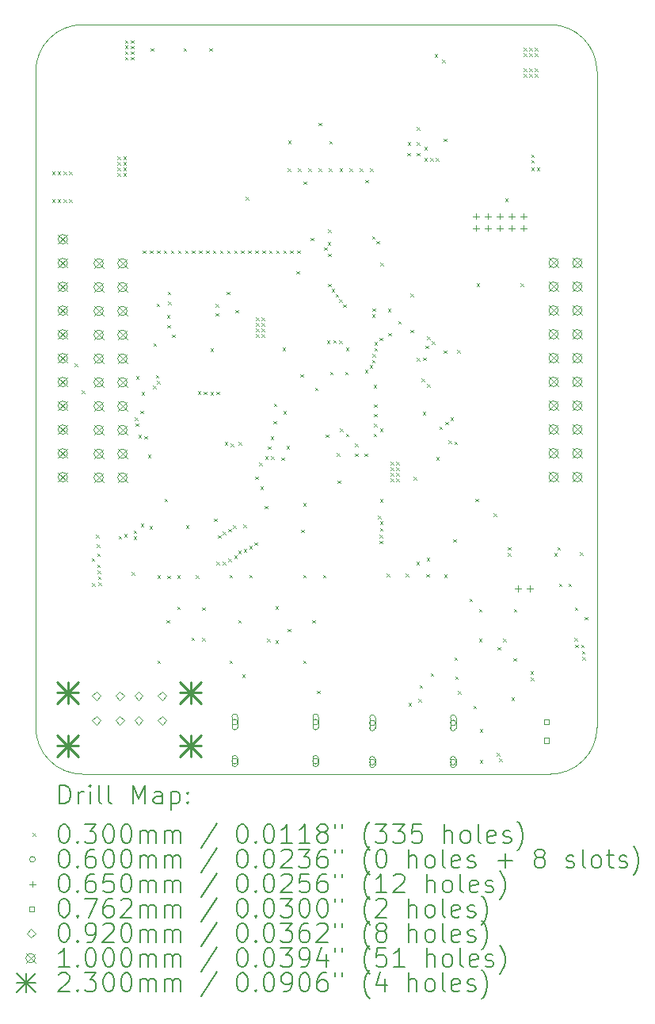
<source format=gbr>
%TF.GenerationSoftware,KiCad,Pcbnew,7.0.9*%
%TF.CreationDate,2024-06-03T19:44:03+03:00*%
%TF.ProjectId,LinuxCore-v2,4c696e75-7843-46f7-9265-2d76322e6b69,rev?*%
%TF.SameCoordinates,Original*%
%TF.FileFunction,Drillmap*%
%TF.FilePolarity,Positive*%
%FSLAX45Y45*%
G04 Gerber Fmt 4.5, Leading zero omitted, Abs format (unit mm)*
G04 Created by KiCad (PCBNEW 7.0.9) date 2024-06-03 19:44:03*
%MOMM*%
%LPD*%
G01*
G04 APERTURE LIST*
%ADD10C,0.100000*%
%ADD11C,0.200000*%
%ADD12C,0.230000*%
G04 APERTURE END LIST*
D10*
X17689715Y-12900000D02*
X12689715Y-12900000D01*
X12689715Y-4900000D02*
X17689715Y-4900000D01*
X12189710Y-12400000D02*
G75*
G03*
X12689715Y-12900000I500000J0D01*
G01*
X18189715Y-5400000D02*
X18189715Y-12400000D01*
X12189715Y-12400000D02*
X12189715Y-5400000D01*
X12689715Y-4900005D02*
G75*
G03*
X12189715Y-5400000I-5J-499995D01*
G01*
X18189720Y-5400000D02*
G75*
G03*
X17689715Y-4900000I-500000J0D01*
G01*
X17689715Y-12899995D02*
G75*
G03*
X18189715Y-12400000I5J499995D01*
G01*
D11*
D10*
X12365000Y-6465000D02*
X12395000Y-6495000D01*
X12395000Y-6465000D02*
X12365000Y-6495000D01*
X12365000Y-6765000D02*
X12395000Y-6795000D01*
X12395000Y-6765000D02*
X12365000Y-6795000D01*
X12425000Y-6465000D02*
X12455000Y-6495000D01*
X12455000Y-6465000D02*
X12425000Y-6495000D01*
X12425000Y-6765000D02*
X12455000Y-6795000D01*
X12455000Y-6765000D02*
X12425000Y-6795000D01*
X12485000Y-6465000D02*
X12515000Y-6495000D01*
X12515000Y-6465000D02*
X12485000Y-6495000D01*
X12485000Y-6765000D02*
X12515000Y-6795000D01*
X12515000Y-6765000D02*
X12485000Y-6795000D01*
X12545000Y-6465000D02*
X12575000Y-6495000D01*
X12575000Y-6465000D02*
X12545000Y-6495000D01*
X12545000Y-6765000D02*
X12575000Y-6795000D01*
X12575000Y-6765000D02*
X12545000Y-6795000D01*
X12605000Y-8514000D02*
X12635000Y-8544000D01*
X12635000Y-8514000D02*
X12605000Y-8544000D01*
X12680000Y-8805000D02*
X12710000Y-8835000D01*
X12710000Y-8805000D02*
X12680000Y-8835000D01*
X12787000Y-10596000D02*
X12817000Y-10626000D01*
X12817000Y-10596000D02*
X12787000Y-10626000D01*
X12794000Y-10860000D02*
X12824000Y-10890000D01*
X12824000Y-10860000D02*
X12794000Y-10890000D01*
X12835000Y-10345000D02*
X12865000Y-10375000D01*
X12865000Y-10345000D02*
X12835000Y-10375000D01*
X12842000Y-10445000D02*
X12872000Y-10475000D01*
X12872000Y-10445000D02*
X12842000Y-10475000D01*
X12846000Y-10545000D02*
X12876000Y-10575000D01*
X12876000Y-10545000D02*
X12846000Y-10575000D01*
X12848727Y-10663271D02*
X12878727Y-10693271D01*
X12878727Y-10663271D02*
X12848727Y-10693271D01*
X12849839Y-10727262D02*
X12879839Y-10757262D01*
X12879839Y-10727262D02*
X12849839Y-10757262D01*
X12853597Y-10791151D02*
X12883597Y-10821151D01*
X12883597Y-10791151D02*
X12853597Y-10821151D01*
X12858000Y-10855000D02*
X12888000Y-10885000D01*
X12888000Y-10855000D02*
X12858000Y-10885000D01*
X13065000Y-6305000D02*
X13095000Y-6335000D01*
X13095000Y-6305000D02*
X13065000Y-6335000D01*
X13065000Y-6365000D02*
X13095000Y-6395000D01*
X13095000Y-6365000D02*
X13065000Y-6395000D01*
X13065000Y-6425000D02*
X13095000Y-6455000D01*
X13095000Y-6425000D02*
X13065000Y-6455000D01*
X13065000Y-6485000D02*
X13095000Y-6515000D01*
X13095000Y-6485000D02*
X13065000Y-6515000D01*
X13074000Y-10359000D02*
X13104000Y-10389000D01*
X13104000Y-10359000D02*
X13074000Y-10389000D01*
X13125000Y-6305000D02*
X13155000Y-6335000D01*
X13155000Y-6305000D02*
X13125000Y-6335000D01*
X13125000Y-6365000D02*
X13155000Y-6395000D01*
X13155000Y-6365000D02*
X13125000Y-6395000D01*
X13125000Y-6425000D02*
X13155000Y-6455000D01*
X13155000Y-6425000D02*
X13125000Y-6455000D01*
X13125000Y-6485000D02*
X13155000Y-6515000D01*
X13155000Y-6485000D02*
X13125000Y-6515000D01*
X13134184Y-10337231D02*
X13164184Y-10367231D01*
X13164184Y-10337231D02*
X13134184Y-10367231D01*
X13145000Y-5065000D02*
X13175000Y-5095000D01*
X13175000Y-5065000D02*
X13145000Y-5095000D01*
X13145000Y-5122550D02*
X13175000Y-5152550D01*
X13175000Y-5122550D02*
X13145000Y-5152550D01*
X13145000Y-5185000D02*
X13175000Y-5215000D01*
X13175000Y-5185000D02*
X13145000Y-5215000D01*
X13145000Y-5245000D02*
X13175000Y-5275000D01*
X13175000Y-5245000D02*
X13145000Y-5275000D01*
X13205000Y-5065000D02*
X13235000Y-5095000D01*
X13235000Y-5065000D02*
X13205000Y-5095000D01*
X13205000Y-5125000D02*
X13235000Y-5155000D01*
X13235000Y-5125000D02*
X13205000Y-5155000D01*
X13205000Y-5185000D02*
X13235000Y-5215000D01*
X13235000Y-5185000D02*
X13205000Y-5215000D01*
X13205000Y-5245000D02*
X13235000Y-5275000D01*
X13235000Y-5245000D02*
X13205000Y-5275000D01*
X13214000Y-10745000D02*
X13244000Y-10775000D01*
X13244000Y-10745000D02*
X13214000Y-10775000D01*
X13237215Y-10362271D02*
X13267215Y-10392271D01*
X13267215Y-10362271D02*
X13237215Y-10392271D01*
X13238234Y-10298278D02*
X13268234Y-10328278D01*
X13268234Y-10298278D02*
X13238234Y-10328278D01*
X13250698Y-9093443D02*
X13280698Y-9123443D01*
X13280698Y-9093443D02*
X13250698Y-9123443D01*
X13258577Y-9156957D02*
X13288577Y-9186957D01*
X13288577Y-9156957D02*
X13258577Y-9186957D01*
X13261000Y-8652000D02*
X13291000Y-8682000D01*
X13291000Y-8652000D02*
X13261000Y-8682000D01*
X13287936Y-9276131D02*
X13317936Y-9306131D01*
X13317936Y-9276131D02*
X13287936Y-9306131D01*
X13307050Y-9021590D02*
X13337050Y-9051590D01*
X13337050Y-9021590D02*
X13307050Y-9051590D01*
X13314000Y-10228000D02*
X13344000Y-10258000D01*
X13344000Y-10228000D02*
X13314000Y-10258000D01*
X13319383Y-8819917D02*
X13349383Y-8849917D01*
X13349383Y-8819917D02*
X13319383Y-8849917D01*
X13335000Y-7310000D02*
X13365000Y-7340000D01*
X13365000Y-7310000D02*
X13335000Y-7340000D01*
X13350520Y-9289520D02*
X13380520Y-9319520D01*
X13380520Y-9289520D02*
X13350520Y-9319520D01*
X13389355Y-9490000D02*
X13419355Y-9520000D01*
X13419355Y-9490000D02*
X13389355Y-9520000D01*
X13404715Y-10251103D02*
X13434715Y-10281103D01*
X13434715Y-10251103D02*
X13404715Y-10281103D01*
X13410000Y-7310000D02*
X13440000Y-7340000D01*
X13440000Y-7310000D02*
X13410000Y-7340000D01*
X13418715Y-5149000D02*
X13448715Y-5179000D01*
X13448715Y-5149000D02*
X13418715Y-5179000D01*
X13441756Y-8751720D02*
X13471756Y-8781720D01*
X13471756Y-8751720D02*
X13441756Y-8781720D01*
X13447000Y-8300000D02*
X13477000Y-8330000D01*
X13477000Y-8300000D02*
X13447000Y-8330000D01*
X13474620Y-8640329D02*
X13504620Y-8670329D01*
X13504620Y-8640329D02*
X13474620Y-8670329D01*
X13482000Y-7876000D02*
X13512000Y-7906000D01*
X13512000Y-7876000D02*
X13482000Y-7906000D01*
X13485000Y-7310000D02*
X13515000Y-7340000D01*
X13515000Y-7310000D02*
X13485000Y-7340000D01*
X13488205Y-8702880D02*
X13518205Y-8732880D01*
X13518205Y-8702880D02*
X13488205Y-8732880D01*
X13489000Y-10778000D02*
X13519000Y-10808000D01*
X13519000Y-10778000D02*
X13489000Y-10808000D01*
X13489715Y-11685500D02*
X13519715Y-11715500D01*
X13519715Y-11685500D02*
X13489715Y-11715500D01*
X13560000Y-7310000D02*
X13590000Y-7340000D01*
X13590000Y-7310000D02*
X13560000Y-7340000D01*
X13565715Y-9958250D02*
X13595715Y-9988250D01*
X13595715Y-9958250D02*
X13565715Y-9988250D01*
X13585965Y-11256750D02*
X13615965Y-11286750D01*
X13615965Y-11256750D02*
X13585965Y-11286750D01*
X13592000Y-7999000D02*
X13622000Y-8029000D01*
X13622000Y-7999000D02*
X13592000Y-8029000D01*
X13594120Y-8104243D02*
X13624120Y-8134243D01*
X13624120Y-8104243D02*
X13594120Y-8134243D01*
X13596000Y-10780000D02*
X13626000Y-10810000D01*
X13626000Y-10780000D02*
X13596000Y-10810000D01*
X13602000Y-7749000D02*
X13632000Y-7779000D01*
X13632000Y-7749000D02*
X13602000Y-7779000D01*
X13603000Y-7856000D02*
X13633000Y-7886000D01*
X13633000Y-7856000D02*
X13603000Y-7886000D01*
X13635000Y-7310000D02*
X13665000Y-7340000D01*
X13665000Y-7310000D02*
X13635000Y-7340000D01*
X13649000Y-8207000D02*
X13679000Y-8237000D01*
X13679000Y-8207000D02*
X13649000Y-8237000D01*
X13701000Y-11110200D02*
X13731000Y-11140200D01*
X13731000Y-11110200D02*
X13701000Y-11140200D01*
X13702000Y-10779000D02*
X13732000Y-10809000D01*
X13732000Y-10779000D02*
X13702000Y-10809000D01*
X13710000Y-7310000D02*
X13740000Y-7340000D01*
X13740000Y-7310000D02*
X13710000Y-7340000D01*
X13768715Y-5149000D02*
X13798715Y-5179000D01*
X13798715Y-5149000D02*
X13768715Y-5179000D01*
X13785000Y-7310000D02*
X13815000Y-7340000D01*
X13815000Y-7310000D02*
X13785000Y-7340000D01*
X13797000Y-10245000D02*
X13827000Y-10275000D01*
X13827000Y-10245000D02*
X13797000Y-10275000D01*
X13853400Y-11440400D02*
X13883400Y-11470400D01*
X13883400Y-11440400D02*
X13853400Y-11470400D01*
X13860000Y-7310000D02*
X13890000Y-7340000D01*
X13890000Y-7310000D02*
X13860000Y-7340000D01*
X13899000Y-10775000D02*
X13929000Y-10805000D01*
X13929000Y-10775000D02*
X13899000Y-10805000D01*
X13923098Y-8814450D02*
X13953098Y-8844450D01*
X13953098Y-8814450D02*
X13923098Y-8844450D01*
X13935000Y-7310000D02*
X13965000Y-7340000D01*
X13965000Y-7310000D02*
X13935000Y-7340000D01*
X13968000Y-11444000D02*
X13998000Y-11474000D01*
X13998000Y-11444000D02*
X13968000Y-11474000D01*
X13969000Y-11121000D02*
X13999000Y-11151000D01*
X13999000Y-11121000D02*
X13969000Y-11151000D01*
X13987000Y-8818000D02*
X14017000Y-8848000D01*
X14017000Y-8818000D02*
X13987000Y-8848000D01*
X14010000Y-7310000D02*
X14040000Y-7340000D01*
X14040000Y-7310000D02*
X14010000Y-7340000D01*
X14046000Y-5150000D02*
X14076000Y-5180000D01*
X14076000Y-5150000D02*
X14046000Y-5180000D01*
X14056169Y-8820346D02*
X14086169Y-8850346D01*
X14086169Y-8820346D02*
X14056169Y-8850346D01*
X14059000Y-8356000D02*
X14089000Y-8386000D01*
X14089000Y-8356000D02*
X14059000Y-8386000D01*
X14085000Y-7310000D02*
X14115000Y-7340000D01*
X14115000Y-7310000D02*
X14085000Y-7340000D01*
X14098000Y-10171000D02*
X14128000Y-10201000D01*
X14128000Y-10171000D02*
X14098000Y-10201000D01*
X14112000Y-7879000D02*
X14142000Y-7909000D01*
X14142000Y-7879000D02*
X14112000Y-7909000D01*
X14114000Y-7980000D02*
X14144000Y-8010000D01*
X14144000Y-7980000D02*
X14114000Y-8010000D01*
X14121117Y-8816417D02*
X14151117Y-8846417D01*
X14151117Y-8816417D02*
X14121117Y-8846417D01*
X14123000Y-10634500D02*
X14153000Y-10664500D01*
X14153000Y-10634500D02*
X14123000Y-10664500D01*
X14138000Y-10348848D02*
X14168000Y-10378848D01*
X14168000Y-10348848D02*
X14138000Y-10378848D01*
X14160000Y-7310000D02*
X14190000Y-7340000D01*
X14190000Y-7310000D02*
X14160000Y-7340000D01*
X14188923Y-10630957D02*
X14218923Y-10660957D01*
X14218923Y-10630957D02*
X14188923Y-10660957D01*
X14190755Y-10312614D02*
X14220755Y-10342614D01*
X14220755Y-10312614D02*
X14190755Y-10342614D01*
X14210861Y-9354077D02*
X14240861Y-9384077D01*
X14240861Y-9354077D02*
X14210861Y-9384077D01*
X14232000Y-7749000D02*
X14262000Y-7779000D01*
X14262000Y-7749000D02*
X14232000Y-7779000D01*
X14235000Y-7310000D02*
X14265000Y-7340000D01*
X14265000Y-7310000D02*
X14235000Y-7340000D01*
X14246636Y-10281416D02*
X14276636Y-10311416D01*
X14276636Y-10281416D02*
X14246636Y-10311416D01*
X14247050Y-10598590D02*
X14277050Y-10628590D01*
X14277050Y-10598590D02*
X14247050Y-10628590D01*
X14259000Y-10771000D02*
X14289000Y-10801000D01*
X14289000Y-10771000D02*
X14259000Y-10801000D01*
X14259715Y-11685500D02*
X14289715Y-11715500D01*
X14289715Y-11685500D02*
X14259715Y-11715500D01*
X14272000Y-9373000D02*
X14302000Y-9403000D01*
X14302000Y-9373000D02*
X14272000Y-9403000D01*
X14299624Y-10245523D02*
X14329624Y-10275523D01*
X14329624Y-10245523D02*
X14299624Y-10275523D01*
X14310000Y-7310000D02*
X14340000Y-7340000D01*
X14340000Y-7310000D02*
X14310000Y-7340000D01*
X14310875Y-10564300D02*
X14340875Y-10594300D01*
X14340875Y-10564300D02*
X14310875Y-10594300D01*
X14324000Y-7944000D02*
X14354000Y-7974000D01*
X14354000Y-7944000D02*
X14324000Y-7974000D01*
X14352539Y-10515718D02*
X14382539Y-10545718D01*
X14382539Y-10515718D02*
X14352539Y-10545718D01*
X14355000Y-11256750D02*
X14385000Y-11286750D01*
X14385000Y-11256750D02*
X14355000Y-11286750D01*
X14358000Y-9354120D02*
X14388000Y-9384120D01*
X14388000Y-9354120D02*
X14358000Y-9384120D01*
X14385000Y-7310000D02*
X14415000Y-7340000D01*
X14415000Y-7310000D02*
X14385000Y-7340000D01*
X14398000Y-11834000D02*
X14428000Y-11864000D01*
X14428000Y-11834000D02*
X14398000Y-11864000D01*
X14411000Y-10233000D02*
X14441000Y-10263000D01*
X14441000Y-10233000D02*
X14411000Y-10263000D01*
X14414119Y-10495720D02*
X14444119Y-10525720D01*
X14444119Y-10495720D02*
X14414119Y-10525720D01*
X14436000Y-6738750D02*
X14466000Y-6768750D01*
X14466000Y-6738750D02*
X14436000Y-6768750D01*
X14460000Y-7310000D02*
X14490000Y-7340000D01*
X14490000Y-7310000D02*
X14460000Y-7340000D01*
X14471000Y-10461430D02*
X14501000Y-10491430D01*
X14501000Y-10461430D02*
X14471000Y-10491430D01*
X14473000Y-10771000D02*
X14503000Y-10801000D01*
X14503000Y-10771000D02*
X14473000Y-10801000D01*
X14527983Y-10427140D02*
X14557983Y-10457140D01*
X14557983Y-10427140D02*
X14527983Y-10457140D01*
X14535000Y-7310000D02*
X14565000Y-7340000D01*
X14565000Y-7310000D02*
X14535000Y-7340000D01*
X14537000Y-9721000D02*
X14567000Y-9751000D01*
X14567000Y-9721000D02*
X14537000Y-9751000D01*
X14545000Y-8025000D02*
X14575000Y-8055000D01*
X14575000Y-8025000D02*
X14545000Y-8055000D01*
X14545000Y-8085000D02*
X14575000Y-8115000D01*
X14575000Y-8085000D02*
X14545000Y-8115000D01*
X14545000Y-8145000D02*
X14575000Y-8175000D01*
X14575000Y-8145000D02*
X14545000Y-8175000D01*
X14545000Y-8205000D02*
X14575000Y-8235000D01*
X14575000Y-8205000D02*
X14545000Y-8235000D01*
X14578000Y-9576000D02*
X14608000Y-9606000D01*
X14608000Y-9576000D02*
X14578000Y-9606000D01*
X14592000Y-9829000D02*
X14622000Y-9859000D01*
X14622000Y-9829000D02*
X14592000Y-9859000D01*
X14605000Y-8025000D02*
X14635000Y-8055000D01*
X14635000Y-8025000D02*
X14605000Y-8055000D01*
X14605000Y-8085000D02*
X14635000Y-8115000D01*
X14635000Y-8085000D02*
X14605000Y-8115000D01*
X14605000Y-8145000D02*
X14635000Y-8175000D01*
X14635000Y-8145000D02*
X14605000Y-8175000D01*
X14605000Y-8205000D02*
X14635000Y-8235000D01*
X14635000Y-8205000D02*
X14605000Y-8235000D01*
X14610000Y-7310000D02*
X14640000Y-7340000D01*
X14640000Y-7310000D02*
X14610000Y-7340000D01*
X14639000Y-10036000D02*
X14669000Y-10066000D01*
X14669000Y-10036000D02*
X14639000Y-10066000D01*
X14640000Y-9505000D02*
X14670000Y-9535000D01*
X14670000Y-9505000D02*
X14640000Y-9535000D01*
X14662000Y-11454000D02*
X14692000Y-11484000D01*
X14692000Y-11454000D02*
X14662000Y-11484000D01*
X14673000Y-9400000D02*
X14703000Y-9430000D01*
X14703000Y-9400000D02*
X14673000Y-9430000D01*
X14685000Y-7310000D02*
X14715000Y-7340000D01*
X14715000Y-7310000D02*
X14685000Y-7340000D01*
X14701000Y-9295880D02*
X14731000Y-9325880D01*
X14731000Y-9295880D02*
X14701000Y-9325880D01*
X14704000Y-9505000D02*
X14734000Y-9535000D01*
X14734000Y-9505000D02*
X14704000Y-9535000D01*
X14730715Y-9130000D02*
X14760715Y-9160000D01*
X14760715Y-9130000D02*
X14730715Y-9160000D01*
X14733715Y-8945000D02*
X14763715Y-8975000D01*
X14763715Y-8945000D02*
X14733715Y-8975000D01*
X14751000Y-11469000D02*
X14781000Y-11499000D01*
X14781000Y-11469000D02*
X14751000Y-11499000D01*
X14752000Y-11107000D02*
X14782000Y-11137000D01*
X14782000Y-11107000D02*
X14752000Y-11137000D01*
X14760000Y-7310000D02*
X14790000Y-7340000D01*
X14790000Y-7310000D02*
X14760000Y-7340000D01*
X14814202Y-9519736D02*
X14844202Y-9549736D01*
X14844202Y-9519736D02*
X14814202Y-9549736D01*
X14826715Y-8349000D02*
X14856715Y-8379000D01*
X14856715Y-8349000D02*
X14826715Y-8379000D01*
X14835000Y-7310000D02*
X14865000Y-7340000D01*
X14865000Y-7310000D02*
X14835000Y-7340000D01*
X14836715Y-9026000D02*
X14866715Y-9056000D01*
X14866715Y-9026000D02*
X14836715Y-9056000D01*
X14869000Y-9397000D02*
X14899000Y-9427000D01*
X14899000Y-9397000D02*
X14869000Y-9427000D01*
X14881000Y-11349000D02*
X14911000Y-11379000D01*
X14911000Y-11349000D02*
X14881000Y-11379000D01*
X14884715Y-6432500D02*
X14914715Y-6462500D01*
X14914715Y-6432500D02*
X14884715Y-6462500D01*
X14886000Y-6139000D02*
X14916000Y-6169000D01*
X14916000Y-6139000D02*
X14886000Y-6169000D01*
X14910000Y-7310000D02*
X14940000Y-7340000D01*
X14940000Y-7310000D02*
X14910000Y-7340000D01*
X14975880Y-7531209D02*
X15005880Y-7561209D01*
X15005880Y-7531209D02*
X14975880Y-7561209D01*
X14985000Y-7310000D02*
X15015000Y-7340000D01*
X15015000Y-7310000D02*
X14985000Y-7340000D01*
X14994715Y-6432500D02*
X15024715Y-6462500D01*
X15024715Y-6432500D02*
X14994715Y-6462500D01*
X15016674Y-8630674D02*
X15046674Y-8660674D01*
X15046674Y-8630674D02*
X15016674Y-8660674D01*
X15028753Y-10289980D02*
X15058753Y-10319980D01*
X15058753Y-10289980D02*
X15028753Y-10319980D01*
X15048000Y-10007410D02*
X15078000Y-10037410D01*
X15078000Y-10007410D02*
X15048000Y-10037410D01*
X15048000Y-10774000D02*
X15078000Y-10804000D01*
X15078000Y-10774000D02*
X15048000Y-10804000D01*
X15049715Y-11688000D02*
X15079715Y-11718000D01*
X15079715Y-11688000D02*
X15049715Y-11718000D01*
X15051000Y-6574000D02*
X15081000Y-6604000D01*
X15081000Y-6574000D02*
X15051000Y-6604000D01*
X15104715Y-6432500D02*
X15134715Y-6462500D01*
X15134715Y-6432500D02*
X15104715Y-6462500D01*
X15129267Y-7174267D02*
X15159267Y-7204267D01*
X15159267Y-7174267D02*
X15129267Y-7204267D01*
X15145000Y-11256750D02*
X15175000Y-11286750D01*
X15175000Y-11256750D02*
X15145000Y-11286750D01*
X15174200Y-8773400D02*
X15204200Y-8803400D01*
X15204200Y-8773400D02*
X15174200Y-8803400D01*
X15198000Y-12009000D02*
X15228000Y-12039000D01*
X15228000Y-12009000D02*
X15198000Y-12039000D01*
X15214000Y-5945000D02*
X15244000Y-5975000D01*
X15244000Y-5945000D02*
X15214000Y-5975000D01*
X15214715Y-6432500D02*
X15244715Y-6462500D01*
X15244715Y-6432500D02*
X15214715Y-6462500D01*
X15260000Y-10771000D02*
X15290000Y-10801000D01*
X15290000Y-10771000D02*
X15260000Y-10801000D01*
X15274120Y-7276012D02*
X15304120Y-7306012D01*
X15304120Y-7276012D02*
X15274120Y-7306012D01*
X15288000Y-9275000D02*
X15318000Y-9305000D01*
X15318000Y-9275000D02*
X15288000Y-9305000D01*
X15303000Y-8269000D02*
X15333000Y-8299000D01*
X15333000Y-8269000D02*
X15303000Y-8299000D01*
X15312000Y-7219410D02*
X15342000Y-7249410D01*
X15342000Y-7219410D02*
X15312000Y-7249410D01*
X15314120Y-7344000D02*
X15344120Y-7374000D01*
X15344120Y-7344000D02*
X15314120Y-7374000D01*
X15314120Y-7665000D02*
X15344120Y-7695000D01*
X15344120Y-7665000D02*
X15314120Y-7695000D01*
X15315000Y-7086880D02*
X15345000Y-7116880D01*
X15345000Y-7086880D02*
X15315000Y-7116880D01*
X15324715Y-6432500D02*
X15354715Y-6462500D01*
X15354715Y-6432500D02*
X15324715Y-6462500D01*
X15326000Y-6143000D02*
X15356000Y-6173000D01*
X15356000Y-6143000D02*
X15326000Y-6173000D01*
X15335602Y-8605000D02*
X15365602Y-8635000D01*
X15365602Y-8605000D02*
X15335602Y-8635000D01*
X15354120Y-7720841D02*
X15384120Y-7750841D01*
X15384120Y-7720841D02*
X15354120Y-7750841D01*
X15369119Y-8267098D02*
X15399119Y-8297098D01*
X15399119Y-8267098D02*
X15369119Y-8297098D01*
X15394120Y-7775339D02*
X15424120Y-7805339D01*
X15424120Y-7775339D02*
X15394120Y-7805339D01*
X15409715Y-9475000D02*
X15439715Y-9505000D01*
X15439715Y-9475000D02*
X15409715Y-9505000D01*
X15415880Y-9765472D02*
X15445880Y-9795472D01*
X15445880Y-9765472D02*
X15415880Y-9795472D01*
X15433000Y-8271000D02*
X15463000Y-8301000D01*
X15463000Y-8271000D02*
X15433000Y-8301000D01*
X15434120Y-7831404D02*
X15464120Y-7861404D01*
X15464120Y-7831404D02*
X15434120Y-7861404D01*
X15437000Y-6433000D02*
X15467000Y-6463000D01*
X15467000Y-6433000D02*
X15437000Y-6463000D01*
X15442332Y-9211000D02*
X15472332Y-9241000D01*
X15472332Y-9211000D02*
X15442332Y-9241000D01*
X15474120Y-7884954D02*
X15504120Y-7914954D01*
X15504120Y-7884954D02*
X15474120Y-7914954D01*
X15498000Y-8605000D02*
X15528000Y-8635000D01*
X15528000Y-8605000D02*
X15498000Y-8635000D01*
X15504715Y-8348000D02*
X15534715Y-8378000D01*
X15534715Y-8348000D02*
X15504715Y-8378000D01*
X15506332Y-9267294D02*
X15536332Y-9297294D01*
X15536332Y-9267294D02*
X15506332Y-9297294D01*
X15544715Y-6432500D02*
X15574715Y-6462500D01*
X15574715Y-6432500D02*
X15544715Y-6462500D01*
X15603715Y-9371000D02*
X15633715Y-9401000D01*
X15633715Y-9371000D02*
X15603715Y-9401000D01*
X15603715Y-9476000D02*
X15633715Y-9506000D01*
X15633715Y-9476000D02*
X15603715Y-9506000D01*
X15654715Y-6432500D02*
X15684715Y-6462500D01*
X15684715Y-6432500D02*
X15654715Y-6462500D01*
X15705715Y-9478000D02*
X15735715Y-9508000D01*
X15735715Y-9478000D02*
X15705715Y-9508000D01*
X15710401Y-8584749D02*
X15740401Y-8614749D01*
X15740401Y-8584749D02*
X15710401Y-8614749D01*
X15714000Y-6555000D02*
X15744000Y-6585000D01*
X15744000Y-6555000D02*
X15714000Y-6585000D01*
X15759899Y-8535251D02*
X15789899Y-8565251D01*
X15789899Y-8535251D02*
X15759899Y-8565251D01*
X15764715Y-6432500D02*
X15794715Y-6462500D01*
X15794715Y-6432500D02*
X15764715Y-6462500D01*
X15783251Y-7157251D02*
X15813251Y-7187251D01*
X15813251Y-7157251D02*
X15783251Y-7187251D01*
X15785000Y-7993000D02*
X15815000Y-8023000D01*
X15815000Y-7993000D02*
X15785000Y-8023000D01*
X15785597Y-8476637D02*
X15815597Y-8506637D01*
X15815597Y-8476637D02*
X15785597Y-8506637D01*
X15787000Y-7928000D02*
X15817000Y-7958000D01*
X15817000Y-7928000D02*
X15787000Y-7958000D01*
X15789014Y-8412728D02*
X15819014Y-8442728D01*
X15819014Y-8412728D02*
X15789014Y-8442728D01*
X15802715Y-9264000D02*
X15832715Y-9294000D01*
X15832715Y-9264000D02*
X15802715Y-9294000D01*
X15803715Y-8747000D02*
X15833715Y-8777000D01*
X15833715Y-8747000D02*
X15803715Y-8777000D01*
X15804715Y-8951000D02*
X15834715Y-8981000D01*
X15834715Y-8951000D02*
X15804715Y-8981000D01*
X15804715Y-8951000D02*
X15834715Y-8981000D01*
X15834715Y-8951000D02*
X15804715Y-8981000D01*
X15804715Y-9055000D02*
X15834715Y-9085000D01*
X15834715Y-9055000D02*
X15804715Y-9085000D01*
X15804715Y-9160000D02*
X15834715Y-9190000D01*
X15834715Y-9160000D02*
X15804715Y-9190000D01*
X15809796Y-8288518D02*
X15839796Y-8318518D01*
X15839796Y-8288518D02*
X15809796Y-8318518D01*
X15810696Y-8352512D02*
X15840696Y-8382512D01*
X15840696Y-8352512D02*
X15810696Y-8382512D01*
X15832749Y-7206749D02*
X15862749Y-7236749D01*
X15862749Y-7206749D02*
X15832749Y-7236749D01*
X15850030Y-10141876D02*
X15880030Y-10171876D01*
X15880030Y-10141876D02*
X15850030Y-10171876D01*
X15863120Y-10345000D02*
X15893120Y-10375000D01*
X15893120Y-10345000D02*
X15863120Y-10375000D01*
X15864000Y-8239398D02*
X15894000Y-8269398D01*
X15894000Y-8239398D02*
X15864000Y-8269398D01*
X15866350Y-10408919D02*
X15896350Y-10438919D01*
X15896350Y-10408919D02*
X15866350Y-10438919D01*
X15868917Y-10272549D02*
X15898917Y-10302549D01*
X15898917Y-10272549D02*
X15868917Y-10302549D01*
X15869000Y-9965000D02*
X15899000Y-9995000D01*
X15899000Y-9965000D02*
X15869000Y-9995000D01*
X15869000Y-10203000D02*
X15899000Y-10233000D01*
X15899000Y-10203000D02*
X15869000Y-10233000D01*
X15869384Y-9208215D02*
X15899384Y-9238215D01*
X15899384Y-9208215D02*
X15869384Y-9238215D01*
X15873715Y-7440000D02*
X15903715Y-7470000D01*
X15903715Y-7440000D02*
X15873715Y-7470000D01*
X15943000Y-10759500D02*
X15973000Y-10789500D01*
X15973000Y-10759500D02*
X15943000Y-10789500D01*
X15954715Y-7931000D02*
X15984715Y-7961000D01*
X15984715Y-7931000D02*
X15954715Y-7961000D01*
X15958000Y-8190278D02*
X15988000Y-8220278D01*
X15988000Y-8190278D02*
X15958000Y-8220278D01*
X15985000Y-9565000D02*
X16015000Y-9595000D01*
X16015000Y-9565000D02*
X15985000Y-9595000D01*
X15985000Y-9625000D02*
X16015000Y-9655000D01*
X16015000Y-9625000D02*
X15985000Y-9655000D01*
X15985000Y-9685000D02*
X16015000Y-9715000D01*
X16015000Y-9685000D02*
X15985000Y-9715000D01*
X15985000Y-9745000D02*
X16015000Y-9775000D01*
X16015000Y-9745000D02*
X15985000Y-9775000D01*
X16045000Y-9565000D02*
X16075000Y-9595000D01*
X16075000Y-9565000D02*
X16045000Y-9595000D01*
X16045000Y-9625000D02*
X16075000Y-9655000D01*
X16075000Y-9625000D02*
X16045000Y-9655000D01*
X16045000Y-9685000D02*
X16075000Y-9715000D01*
X16075000Y-9685000D02*
X16045000Y-9715000D01*
X16045000Y-9745000D02*
X16075000Y-9775000D01*
X16075000Y-9745000D02*
X16045000Y-9775000D01*
X16065000Y-8065000D02*
X16095000Y-8095000D01*
X16095000Y-8065000D02*
X16065000Y-8095000D01*
X16144000Y-10761500D02*
X16174000Y-10791500D01*
X16174000Y-10761500D02*
X16144000Y-10791500D01*
X16161000Y-6270000D02*
X16191000Y-6300000D01*
X16191000Y-6270000D02*
X16161000Y-6300000D01*
X16167000Y-6154000D02*
X16197000Y-6184000D01*
X16197000Y-6154000D02*
X16167000Y-6184000D01*
X16175786Y-12137957D02*
X16205786Y-12167957D01*
X16205786Y-12137957D02*
X16175786Y-12167957D01*
X16195715Y-8155000D02*
X16225715Y-8185000D01*
X16225715Y-8155000D02*
X16195715Y-8185000D01*
X16196715Y-7771250D02*
X16226715Y-7801250D01*
X16226715Y-7771250D02*
X16196715Y-7801250D01*
X16229000Y-9725000D02*
X16259000Y-9755000D01*
X16259000Y-9725000D02*
X16229000Y-9755000D01*
X16259000Y-10633000D02*
X16289000Y-10663000D01*
X16289000Y-10633000D02*
X16259000Y-10663000D01*
X16263000Y-5995000D02*
X16293000Y-6025000D01*
X16293000Y-5995000D02*
X16263000Y-6025000D01*
X16264000Y-6153000D02*
X16294000Y-6183000D01*
X16294000Y-6153000D02*
X16264000Y-6183000D01*
X16264000Y-6270000D02*
X16294000Y-6300000D01*
X16294000Y-6270000D02*
X16264000Y-6300000D01*
X16264000Y-8455880D02*
X16294000Y-8485880D01*
X16294000Y-8455880D02*
X16264000Y-8485880D01*
X16278715Y-12099000D02*
X16308715Y-12129000D01*
X16308715Y-12099000D02*
X16278715Y-12129000D01*
X16291000Y-11950000D02*
X16321000Y-11980000D01*
X16321000Y-11950000D02*
X16291000Y-11980000D01*
X16315520Y-8677480D02*
X16345520Y-8707480D01*
X16345520Y-8677480D02*
X16315520Y-8707480D01*
X16328000Y-9034120D02*
X16358000Y-9064120D01*
X16358000Y-9034120D02*
X16328000Y-9064120D01*
X16332942Y-8454591D02*
X16362942Y-8484591D01*
X16362942Y-8454591D02*
X16332942Y-8484591D01*
X16345000Y-6205000D02*
X16375000Y-6235000D01*
X16375000Y-6205000D02*
X16345000Y-6235000D01*
X16345000Y-6325000D02*
X16375000Y-6355000D01*
X16375000Y-6325000D02*
X16345000Y-6355000D01*
X16357000Y-8325880D02*
X16387000Y-8355880D01*
X16387000Y-8325880D02*
X16357000Y-8355880D01*
X16364000Y-10763500D02*
X16394000Y-10793500D01*
X16394000Y-10763500D02*
X16364000Y-10793500D01*
X16369193Y-10590500D02*
X16399193Y-10620500D01*
X16399193Y-10590500D02*
X16369193Y-10620500D01*
X16373695Y-8227590D02*
X16403695Y-8257590D01*
X16403695Y-8227590D02*
X16373695Y-8257590D01*
X16373985Y-8735880D02*
X16403985Y-8765880D01*
X16403985Y-8735880D02*
X16373985Y-8765880D01*
X16405000Y-6325000D02*
X16435000Y-6355000D01*
X16435000Y-6325000D02*
X16405000Y-6355000D01*
X16412000Y-11823000D02*
X16442000Y-11853000D01*
X16442000Y-11823000D02*
X16412000Y-11853000D01*
X16423000Y-8277000D02*
X16453000Y-8307000D01*
X16453000Y-8277000D02*
X16423000Y-8307000D01*
X16452500Y-5212500D02*
X16482500Y-5242500D01*
X16482500Y-5212500D02*
X16452500Y-5242500D01*
X16465000Y-6325000D02*
X16495000Y-6355000D01*
X16495000Y-6325000D02*
X16465000Y-6355000D01*
X16469000Y-9514120D02*
X16499000Y-9544120D01*
X16499000Y-9514120D02*
X16469000Y-9544120D01*
X16504814Y-9190725D02*
X16534814Y-9220725D01*
X16534814Y-9190725D02*
X16504814Y-9220725D01*
X16532500Y-5272500D02*
X16562500Y-5302500D01*
X16562500Y-5272500D02*
X16532500Y-5302500D01*
X16549000Y-8375000D02*
X16579000Y-8405000D01*
X16579000Y-8375000D02*
X16549000Y-8405000D01*
X16553000Y-6114000D02*
X16583000Y-6144000D01*
X16583000Y-6114000D02*
X16553000Y-6144000D01*
X16557285Y-10766500D02*
X16587285Y-10796500D01*
X16587285Y-10766500D02*
X16557285Y-10796500D01*
X16567000Y-9139000D02*
X16597000Y-9169000D01*
X16597000Y-9139000D02*
X16567000Y-9169000D01*
X16603151Y-9335880D02*
X16633151Y-9365880D01*
X16633151Y-9335880D02*
X16603151Y-9365880D01*
X16622464Y-9089880D02*
X16652464Y-9119880D01*
X16652464Y-9089880D02*
X16622464Y-9119880D01*
X16655000Y-10392590D02*
X16685000Y-10422590D01*
X16685000Y-10392590D02*
X16655000Y-10422590D01*
X16666000Y-9351000D02*
X16696000Y-9381000D01*
X16696000Y-9351000D02*
X16666000Y-9381000D01*
X16667000Y-11652000D02*
X16697000Y-11682000D01*
X16697000Y-11652000D02*
X16667000Y-11682000D01*
X16674000Y-11856000D02*
X16704000Y-11886000D01*
X16704000Y-11856000D02*
X16674000Y-11886000D01*
X16693229Y-8370000D02*
X16723229Y-8400000D01*
X16723229Y-8370000D02*
X16693229Y-8400000D01*
X16703000Y-12011000D02*
X16733000Y-12041000D01*
X16733000Y-12011000D02*
X16703000Y-12041000D01*
X16826715Y-11027000D02*
X16856715Y-11057000D01*
X16856715Y-11027000D02*
X16826715Y-11057000D01*
X16868215Y-12169000D02*
X16898215Y-12199000D01*
X16898215Y-12169000D02*
X16868215Y-12199000D01*
X16892000Y-9960000D02*
X16922000Y-9990000D01*
X16922000Y-9960000D02*
X16892000Y-9990000D01*
X16901000Y-7663000D02*
X16931000Y-7693000D01*
X16931000Y-7663000D02*
X16901000Y-7693000D01*
X16926715Y-11454000D02*
X16956715Y-11484000D01*
X16956715Y-11454000D02*
X16926715Y-11484000D01*
X16927715Y-11137000D02*
X16957715Y-11167000D01*
X16957715Y-11137000D02*
X16927715Y-11167000D01*
X16934715Y-12417500D02*
X16964715Y-12447500D01*
X16964715Y-12417500D02*
X16934715Y-12447500D01*
X16936000Y-12748000D02*
X16966000Y-12778000D01*
X16966000Y-12748000D02*
X16936000Y-12778000D01*
X17086715Y-10115000D02*
X17116715Y-10145000D01*
X17116715Y-10115000D02*
X17086715Y-10145000D01*
X17117219Y-12673160D02*
X17147219Y-12703160D01*
X17147219Y-12673160D02*
X17117219Y-12703160D01*
X17128715Y-11544000D02*
X17158715Y-11574000D01*
X17158715Y-11544000D02*
X17128715Y-11574000D01*
X17145548Y-12730548D02*
X17175548Y-12760548D01*
X17175548Y-12730548D02*
X17145548Y-12760548D01*
X17185000Y-11454000D02*
X17215000Y-11484000D01*
X17215000Y-11454000D02*
X17185000Y-11484000D01*
X17206000Y-6756000D02*
X17236000Y-6786000D01*
X17236000Y-6756000D02*
X17206000Y-6786000D01*
X17237215Y-10476000D02*
X17267215Y-10506000D01*
X17267215Y-10476000D02*
X17237215Y-10506000D01*
X17237215Y-10540000D02*
X17267215Y-10570000D01*
X17267215Y-10540000D02*
X17237215Y-10570000D01*
X17276120Y-12079000D02*
X17306120Y-12109000D01*
X17306120Y-12079000D02*
X17276120Y-12109000D01*
X17298000Y-11661000D02*
X17328000Y-11691000D01*
X17328000Y-11661000D02*
X17298000Y-11691000D01*
X17302000Y-11137000D02*
X17332000Y-11167000D01*
X17332000Y-11137000D02*
X17302000Y-11167000D01*
X17372000Y-7663000D02*
X17402000Y-7693000D01*
X17402000Y-7663000D02*
X17372000Y-7693000D01*
X17405000Y-5145000D02*
X17435000Y-5175000D01*
X17435000Y-5145000D02*
X17405000Y-5175000D01*
X17405000Y-5205000D02*
X17435000Y-5235000D01*
X17435000Y-5205000D02*
X17405000Y-5235000D01*
X17405000Y-5365000D02*
X17435000Y-5395000D01*
X17435000Y-5365000D02*
X17405000Y-5395000D01*
X17405000Y-5425000D02*
X17435000Y-5455000D01*
X17435000Y-5425000D02*
X17405000Y-5455000D01*
X17465000Y-5145000D02*
X17495000Y-5175000D01*
X17495000Y-5145000D02*
X17465000Y-5175000D01*
X17465000Y-5205000D02*
X17495000Y-5235000D01*
X17495000Y-5205000D02*
X17465000Y-5235000D01*
X17465000Y-5365000D02*
X17495000Y-5395000D01*
X17495000Y-5365000D02*
X17465000Y-5395000D01*
X17465000Y-5425000D02*
X17495000Y-5455000D01*
X17495000Y-5425000D02*
X17465000Y-5455000D01*
X17479000Y-11803000D02*
X17509000Y-11833000D01*
X17509000Y-11803000D02*
X17479000Y-11833000D01*
X17484000Y-11869000D02*
X17514000Y-11899000D01*
X17514000Y-11869000D02*
X17484000Y-11899000D01*
X17485000Y-6285000D02*
X17515000Y-6315000D01*
X17515000Y-6285000D02*
X17485000Y-6315000D01*
X17485000Y-6345000D02*
X17515000Y-6375000D01*
X17515000Y-6345000D02*
X17485000Y-6375000D01*
X17485000Y-6425000D02*
X17515000Y-6455000D01*
X17515000Y-6425000D02*
X17485000Y-6455000D01*
X17525000Y-5145000D02*
X17555000Y-5175000D01*
X17555000Y-5145000D02*
X17525000Y-5175000D01*
X17525000Y-5205000D02*
X17555000Y-5235000D01*
X17555000Y-5205000D02*
X17525000Y-5235000D01*
X17525000Y-5365000D02*
X17555000Y-5395000D01*
X17555000Y-5365000D02*
X17525000Y-5395000D01*
X17525000Y-5425000D02*
X17555000Y-5455000D01*
X17555000Y-5425000D02*
X17525000Y-5455000D01*
X17545000Y-6425000D02*
X17575000Y-6455000D01*
X17575000Y-6425000D02*
X17545000Y-6455000D01*
X17734000Y-10542000D02*
X17764000Y-10572000D01*
X17764000Y-10542000D02*
X17734000Y-10572000D01*
X17765000Y-10476000D02*
X17795000Y-10506000D01*
X17795000Y-10476000D02*
X17765000Y-10506000D01*
X17782000Y-10867000D02*
X17812000Y-10897000D01*
X17812000Y-10867000D02*
X17782000Y-10897000D01*
X17883715Y-10867000D02*
X17913715Y-10897000D01*
X17913715Y-10867000D02*
X17883715Y-10897000D01*
X17947715Y-11444000D02*
X17977715Y-11474000D01*
X17977715Y-11444000D02*
X17947715Y-11474000D01*
X17950715Y-11121000D02*
X17980715Y-11151000D01*
X17980715Y-11121000D02*
X17950715Y-11151000D01*
X17957774Y-11516500D02*
X17987774Y-11546500D01*
X17987774Y-11516500D02*
X17957774Y-11546500D01*
X18009000Y-10530000D02*
X18039000Y-10560000D01*
X18039000Y-10530000D02*
X18009000Y-10560000D01*
X18021772Y-11515938D02*
X18051772Y-11545938D01*
X18051772Y-11515938D02*
X18021772Y-11545938D01*
X18029382Y-11583895D02*
X18059382Y-11613895D01*
X18059382Y-11583895D02*
X18029382Y-11613895D01*
X18032097Y-11647838D02*
X18062097Y-11677838D01*
X18062097Y-11647838D02*
X18032097Y-11677838D01*
X18059715Y-11223000D02*
X18089715Y-11253000D01*
X18089715Y-11223000D02*
X18059715Y-11253000D01*
X14347715Y-12343000D02*
G75*
G03*
X14347715Y-12343000I-30000J0D01*
G01*
X14287715Y-12288000D02*
X14287715Y-12398000D01*
X14287715Y-12398000D02*
G75*
G03*
X14347715Y-12398000I30000J0D01*
G01*
X14347715Y-12398000D02*
X14347715Y-12288000D01*
X14347715Y-12288000D02*
G75*
G03*
X14287715Y-12288000I-30000J0D01*
G01*
X14347715Y-12761000D02*
G75*
G03*
X14347715Y-12761000I-30000J0D01*
G01*
X14287715Y-12731000D02*
X14287715Y-12791000D01*
X14287715Y-12791000D02*
G75*
G03*
X14347715Y-12791000I30000J0D01*
G01*
X14347715Y-12791000D02*
X14347715Y-12731000D01*
X14347715Y-12731000D02*
G75*
G03*
X14287715Y-12731000I-30000J0D01*
G01*
X15211715Y-12343000D02*
G75*
G03*
X15211715Y-12343000I-30000J0D01*
G01*
X15151715Y-12288000D02*
X15151715Y-12398000D01*
X15151715Y-12398000D02*
G75*
G03*
X15211715Y-12398000I30000J0D01*
G01*
X15211715Y-12398000D02*
X15211715Y-12288000D01*
X15211715Y-12288000D02*
G75*
G03*
X15151715Y-12288000I-30000J0D01*
G01*
X15211715Y-12761000D02*
G75*
G03*
X15211715Y-12761000I-30000J0D01*
G01*
X15151715Y-12731000D02*
X15151715Y-12791000D01*
X15151715Y-12791000D02*
G75*
G03*
X15211715Y-12791000I30000J0D01*
G01*
X15211715Y-12791000D02*
X15211715Y-12731000D01*
X15211715Y-12731000D02*
G75*
G03*
X15151715Y-12731000I-30000J0D01*
G01*
X15817715Y-12353000D02*
G75*
G03*
X15817715Y-12353000I-30000J0D01*
G01*
X15757715Y-12298000D02*
X15757715Y-12408000D01*
X15757715Y-12408000D02*
G75*
G03*
X15817715Y-12408000I30000J0D01*
G01*
X15817715Y-12408000D02*
X15817715Y-12298000D01*
X15817715Y-12298000D02*
G75*
G03*
X15757715Y-12298000I-30000J0D01*
G01*
X15817715Y-12771000D02*
G75*
G03*
X15817715Y-12771000I-30000J0D01*
G01*
X15757715Y-12741000D02*
X15757715Y-12801000D01*
X15757715Y-12801000D02*
G75*
G03*
X15817715Y-12801000I30000J0D01*
G01*
X15817715Y-12801000D02*
X15817715Y-12741000D01*
X15817715Y-12741000D02*
G75*
G03*
X15757715Y-12741000I-30000J0D01*
G01*
X16681715Y-12353000D02*
G75*
G03*
X16681715Y-12353000I-30000J0D01*
G01*
X16621715Y-12298000D02*
X16621715Y-12408000D01*
X16621715Y-12408000D02*
G75*
G03*
X16681715Y-12408000I30000J0D01*
G01*
X16681715Y-12408000D02*
X16681715Y-12298000D01*
X16681715Y-12298000D02*
G75*
G03*
X16621715Y-12298000I-30000J0D01*
G01*
X16681715Y-12771000D02*
G75*
G03*
X16681715Y-12771000I-30000J0D01*
G01*
X16621715Y-12741000D02*
X16621715Y-12801000D01*
X16621715Y-12801000D02*
G75*
G03*
X16681715Y-12801000I30000J0D01*
G01*
X16681715Y-12801000D02*
X16681715Y-12741000D01*
X16681715Y-12741000D02*
G75*
G03*
X16621715Y-12741000I-30000J0D01*
G01*
X16896000Y-6911500D02*
X16896000Y-6976500D01*
X16863500Y-6944000D02*
X16928500Y-6944000D01*
X16896000Y-7038500D02*
X16896000Y-7103500D01*
X16863500Y-7071000D02*
X16928500Y-7071000D01*
X17023000Y-6911500D02*
X17023000Y-6976500D01*
X16990500Y-6944000D02*
X17055500Y-6944000D01*
X17023000Y-7038500D02*
X17023000Y-7103500D01*
X16990500Y-7071000D02*
X17055500Y-7071000D01*
X17150000Y-6911500D02*
X17150000Y-6976500D01*
X17117500Y-6944000D02*
X17182500Y-6944000D01*
X17150000Y-7038500D02*
X17150000Y-7103500D01*
X17117500Y-7071000D02*
X17182500Y-7071000D01*
X17277000Y-6911500D02*
X17277000Y-6976500D01*
X17244500Y-6944000D02*
X17309500Y-6944000D01*
X17277000Y-7038500D02*
X17277000Y-7103500D01*
X17244500Y-7071000D02*
X17309500Y-7071000D01*
X17346715Y-10885500D02*
X17346715Y-10950500D01*
X17314215Y-10918000D02*
X17379215Y-10918000D01*
X17404000Y-6911500D02*
X17404000Y-6976500D01*
X17371500Y-6944000D02*
X17436500Y-6944000D01*
X17404000Y-7038500D02*
X17404000Y-7103500D01*
X17371500Y-7071000D02*
X17436500Y-7071000D01*
X17473715Y-10885500D02*
X17473715Y-10950500D01*
X17441215Y-10918000D02*
X17506215Y-10918000D01*
X17677656Y-12365941D02*
X17677656Y-12312059D01*
X17623774Y-12312059D01*
X17623774Y-12365941D01*
X17677656Y-12365941D01*
X17677656Y-12565941D02*
X17677656Y-12512059D01*
X17623774Y-12512059D01*
X17623774Y-12565941D01*
X17677656Y-12565941D01*
X12839715Y-12109768D02*
X12885715Y-12063768D01*
X12839715Y-12017768D01*
X12793715Y-12063768D01*
X12839715Y-12109768D01*
X12839715Y-12371768D02*
X12885715Y-12325768D01*
X12839715Y-12279768D01*
X12793715Y-12325768D01*
X12839715Y-12371768D01*
X13089715Y-12109768D02*
X13135715Y-12063768D01*
X13089715Y-12017768D01*
X13043715Y-12063768D01*
X13089715Y-12109768D01*
X13089715Y-12371768D02*
X13135715Y-12325768D01*
X13089715Y-12279768D01*
X13043715Y-12325768D01*
X13089715Y-12371768D01*
X13289715Y-12109768D02*
X13335715Y-12063768D01*
X13289715Y-12017768D01*
X13243715Y-12063768D01*
X13289715Y-12109768D01*
X13289715Y-12371768D02*
X13335715Y-12325768D01*
X13289715Y-12279768D01*
X13243715Y-12325768D01*
X13289715Y-12371768D01*
X13539715Y-12109768D02*
X13585715Y-12063768D01*
X13539715Y-12017768D01*
X13493715Y-12063768D01*
X13539715Y-12109768D01*
X13539715Y-12371768D02*
X13585715Y-12325768D01*
X13539715Y-12279768D01*
X13493715Y-12325768D01*
X13539715Y-12371768D01*
X12429715Y-7139500D02*
X12529715Y-7239500D01*
X12529715Y-7139500D02*
X12429715Y-7239500D01*
X12529715Y-7189500D02*
G75*
G03*
X12529715Y-7189500I-50000J0D01*
G01*
X12429715Y-7393500D02*
X12529715Y-7493500D01*
X12529715Y-7393500D02*
X12429715Y-7493500D01*
X12529715Y-7443500D02*
G75*
G03*
X12529715Y-7443500I-50000J0D01*
G01*
X12429715Y-7647500D02*
X12529715Y-7747500D01*
X12529715Y-7647500D02*
X12429715Y-7747500D01*
X12529715Y-7697500D02*
G75*
G03*
X12529715Y-7697500I-50000J0D01*
G01*
X12429715Y-7901500D02*
X12529715Y-8001500D01*
X12529715Y-7901500D02*
X12429715Y-8001500D01*
X12529715Y-7951500D02*
G75*
G03*
X12529715Y-7951500I-50000J0D01*
G01*
X12429715Y-8155500D02*
X12529715Y-8255500D01*
X12529715Y-8155500D02*
X12429715Y-8255500D01*
X12529715Y-8205500D02*
G75*
G03*
X12529715Y-8205500I-50000J0D01*
G01*
X12429715Y-8409500D02*
X12529715Y-8509500D01*
X12529715Y-8409500D02*
X12429715Y-8509500D01*
X12529715Y-8459500D02*
G75*
G03*
X12529715Y-8459500I-50000J0D01*
G01*
X12429715Y-8663500D02*
X12529715Y-8763500D01*
X12529715Y-8663500D02*
X12429715Y-8763500D01*
X12529715Y-8713500D02*
G75*
G03*
X12529715Y-8713500I-50000J0D01*
G01*
X12429715Y-8917500D02*
X12529715Y-9017500D01*
X12529715Y-8917500D02*
X12429715Y-9017500D01*
X12529715Y-8967500D02*
G75*
G03*
X12529715Y-8967500I-50000J0D01*
G01*
X12429715Y-9171500D02*
X12529715Y-9271500D01*
X12529715Y-9171500D02*
X12429715Y-9271500D01*
X12529715Y-9221500D02*
G75*
G03*
X12529715Y-9221500I-50000J0D01*
G01*
X12429715Y-9425500D02*
X12529715Y-9525500D01*
X12529715Y-9425500D02*
X12429715Y-9525500D01*
X12529715Y-9475500D02*
G75*
G03*
X12529715Y-9475500I-50000J0D01*
G01*
X12429715Y-9679500D02*
X12529715Y-9779500D01*
X12529715Y-9679500D02*
X12429715Y-9779500D01*
X12529715Y-9729500D02*
G75*
G03*
X12529715Y-9729500I-50000J0D01*
G01*
X12813215Y-7398500D02*
X12913215Y-7498500D01*
X12913215Y-7398500D02*
X12813215Y-7498500D01*
X12913215Y-7448500D02*
G75*
G03*
X12913215Y-7448500I-50000J0D01*
G01*
X12813215Y-7652500D02*
X12913215Y-7752500D01*
X12913215Y-7652500D02*
X12813215Y-7752500D01*
X12913215Y-7702500D02*
G75*
G03*
X12913215Y-7702500I-50000J0D01*
G01*
X12813215Y-7906500D02*
X12913215Y-8006500D01*
X12913215Y-7906500D02*
X12813215Y-8006500D01*
X12913215Y-7956500D02*
G75*
G03*
X12913215Y-7956500I-50000J0D01*
G01*
X12813215Y-8160500D02*
X12913215Y-8260500D01*
X12913215Y-8160500D02*
X12813215Y-8260500D01*
X12913215Y-8210500D02*
G75*
G03*
X12913215Y-8210500I-50000J0D01*
G01*
X12813215Y-8414500D02*
X12913215Y-8514500D01*
X12913215Y-8414500D02*
X12813215Y-8514500D01*
X12913215Y-8464500D02*
G75*
G03*
X12913215Y-8464500I-50000J0D01*
G01*
X12813215Y-8668500D02*
X12913215Y-8768500D01*
X12913215Y-8668500D02*
X12813215Y-8768500D01*
X12913215Y-8718500D02*
G75*
G03*
X12913215Y-8718500I-50000J0D01*
G01*
X12813215Y-8922500D02*
X12913215Y-9022500D01*
X12913215Y-8922500D02*
X12813215Y-9022500D01*
X12913215Y-8972500D02*
G75*
G03*
X12913215Y-8972500I-50000J0D01*
G01*
X12813215Y-9176500D02*
X12913215Y-9276500D01*
X12913215Y-9176500D02*
X12813215Y-9276500D01*
X12913215Y-9226500D02*
G75*
G03*
X12913215Y-9226500I-50000J0D01*
G01*
X12813215Y-9430500D02*
X12913215Y-9530500D01*
X12913215Y-9430500D02*
X12813215Y-9530500D01*
X12913215Y-9480500D02*
G75*
G03*
X12913215Y-9480500I-50000J0D01*
G01*
X12813215Y-9684500D02*
X12913215Y-9784500D01*
X12913215Y-9684500D02*
X12813215Y-9784500D01*
X12913215Y-9734500D02*
G75*
G03*
X12913215Y-9734500I-50000J0D01*
G01*
X13067215Y-7398500D02*
X13167215Y-7498500D01*
X13167215Y-7398500D02*
X13067215Y-7498500D01*
X13167215Y-7448500D02*
G75*
G03*
X13167215Y-7448500I-50000J0D01*
G01*
X13067215Y-7652500D02*
X13167215Y-7752500D01*
X13167215Y-7652500D02*
X13067215Y-7752500D01*
X13167215Y-7702500D02*
G75*
G03*
X13167215Y-7702500I-50000J0D01*
G01*
X13067215Y-7906500D02*
X13167215Y-8006500D01*
X13167215Y-7906500D02*
X13067215Y-8006500D01*
X13167215Y-7956500D02*
G75*
G03*
X13167215Y-7956500I-50000J0D01*
G01*
X13067215Y-8160500D02*
X13167215Y-8260500D01*
X13167215Y-8160500D02*
X13067215Y-8260500D01*
X13167215Y-8210500D02*
G75*
G03*
X13167215Y-8210500I-50000J0D01*
G01*
X13067215Y-8414500D02*
X13167215Y-8514500D01*
X13167215Y-8414500D02*
X13067215Y-8514500D01*
X13167215Y-8464500D02*
G75*
G03*
X13167215Y-8464500I-50000J0D01*
G01*
X13067215Y-8668500D02*
X13167215Y-8768500D01*
X13167215Y-8668500D02*
X13067215Y-8768500D01*
X13167215Y-8718500D02*
G75*
G03*
X13167215Y-8718500I-50000J0D01*
G01*
X13067215Y-8922500D02*
X13167215Y-9022500D01*
X13167215Y-8922500D02*
X13067215Y-9022500D01*
X13167215Y-8972500D02*
G75*
G03*
X13167215Y-8972500I-50000J0D01*
G01*
X13067215Y-9176500D02*
X13167215Y-9276500D01*
X13167215Y-9176500D02*
X13067215Y-9276500D01*
X13167215Y-9226500D02*
G75*
G03*
X13167215Y-9226500I-50000J0D01*
G01*
X13067215Y-9430500D02*
X13167215Y-9530500D01*
X13167215Y-9430500D02*
X13067215Y-9530500D01*
X13167215Y-9480500D02*
G75*
G03*
X13167215Y-9480500I-50000J0D01*
G01*
X13067215Y-9684500D02*
X13167215Y-9784500D01*
X13167215Y-9684500D02*
X13067215Y-9784500D01*
X13167215Y-9734500D02*
G75*
G03*
X13167215Y-9734500I-50000J0D01*
G01*
X17675715Y-7392000D02*
X17775715Y-7492000D01*
X17775715Y-7392000D02*
X17675715Y-7492000D01*
X17775715Y-7442000D02*
G75*
G03*
X17775715Y-7442000I-50000J0D01*
G01*
X17675715Y-7646000D02*
X17775715Y-7746000D01*
X17775715Y-7646000D02*
X17675715Y-7746000D01*
X17775715Y-7696000D02*
G75*
G03*
X17775715Y-7696000I-50000J0D01*
G01*
X17675715Y-7900000D02*
X17775715Y-8000000D01*
X17775715Y-7900000D02*
X17675715Y-8000000D01*
X17775715Y-7950000D02*
G75*
G03*
X17775715Y-7950000I-50000J0D01*
G01*
X17675715Y-8154000D02*
X17775715Y-8254000D01*
X17775715Y-8154000D02*
X17675715Y-8254000D01*
X17775715Y-8204000D02*
G75*
G03*
X17775715Y-8204000I-50000J0D01*
G01*
X17675715Y-8408000D02*
X17775715Y-8508000D01*
X17775715Y-8408000D02*
X17675715Y-8508000D01*
X17775715Y-8458000D02*
G75*
G03*
X17775715Y-8458000I-50000J0D01*
G01*
X17675715Y-8662000D02*
X17775715Y-8762000D01*
X17775715Y-8662000D02*
X17675715Y-8762000D01*
X17775715Y-8712000D02*
G75*
G03*
X17775715Y-8712000I-50000J0D01*
G01*
X17675715Y-8916000D02*
X17775715Y-9016000D01*
X17775715Y-8916000D02*
X17675715Y-9016000D01*
X17775715Y-8966000D02*
G75*
G03*
X17775715Y-8966000I-50000J0D01*
G01*
X17675715Y-9170000D02*
X17775715Y-9270000D01*
X17775715Y-9170000D02*
X17675715Y-9270000D01*
X17775715Y-9220000D02*
G75*
G03*
X17775715Y-9220000I-50000J0D01*
G01*
X17675715Y-9424000D02*
X17775715Y-9524000D01*
X17775715Y-9424000D02*
X17675715Y-9524000D01*
X17775715Y-9474000D02*
G75*
G03*
X17775715Y-9474000I-50000J0D01*
G01*
X17675715Y-9678000D02*
X17775715Y-9778000D01*
X17775715Y-9678000D02*
X17675715Y-9778000D01*
X17775715Y-9728000D02*
G75*
G03*
X17775715Y-9728000I-50000J0D01*
G01*
X17929715Y-7392000D02*
X18029715Y-7492000D01*
X18029715Y-7392000D02*
X17929715Y-7492000D01*
X18029715Y-7442000D02*
G75*
G03*
X18029715Y-7442000I-50000J0D01*
G01*
X17929715Y-7646000D02*
X18029715Y-7746000D01*
X18029715Y-7646000D02*
X17929715Y-7746000D01*
X18029715Y-7696000D02*
G75*
G03*
X18029715Y-7696000I-50000J0D01*
G01*
X17929715Y-7900000D02*
X18029715Y-8000000D01*
X18029715Y-7900000D02*
X17929715Y-8000000D01*
X18029715Y-7950000D02*
G75*
G03*
X18029715Y-7950000I-50000J0D01*
G01*
X17929715Y-8154000D02*
X18029715Y-8254000D01*
X18029715Y-8154000D02*
X17929715Y-8254000D01*
X18029715Y-8204000D02*
G75*
G03*
X18029715Y-8204000I-50000J0D01*
G01*
X17929715Y-8408000D02*
X18029715Y-8508000D01*
X18029715Y-8408000D02*
X17929715Y-8508000D01*
X18029715Y-8458000D02*
G75*
G03*
X18029715Y-8458000I-50000J0D01*
G01*
X17929715Y-8662000D02*
X18029715Y-8762000D01*
X18029715Y-8662000D02*
X17929715Y-8762000D01*
X18029715Y-8712000D02*
G75*
G03*
X18029715Y-8712000I-50000J0D01*
G01*
X17929715Y-8916000D02*
X18029715Y-9016000D01*
X18029715Y-8916000D02*
X17929715Y-9016000D01*
X18029715Y-8966000D02*
G75*
G03*
X18029715Y-8966000I-50000J0D01*
G01*
X17929715Y-9170000D02*
X18029715Y-9270000D01*
X18029715Y-9170000D02*
X17929715Y-9270000D01*
X18029715Y-9220000D02*
G75*
G03*
X18029715Y-9220000I-50000J0D01*
G01*
X17929715Y-9424000D02*
X18029715Y-9524000D01*
X18029715Y-9424000D02*
X17929715Y-9524000D01*
X18029715Y-9474000D02*
G75*
G03*
X18029715Y-9474000I-50000J0D01*
G01*
X17929715Y-9678000D02*
X18029715Y-9778000D01*
X18029715Y-9678000D02*
X17929715Y-9778000D01*
X18029715Y-9728000D02*
G75*
G03*
X18029715Y-9728000I-50000J0D01*
G01*
D12*
X12417715Y-11913768D02*
X12647715Y-12143768D01*
X12647715Y-11913768D02*
X12417715Y-12143768D01*
X12532715Y-11913768D02*
X12532715Y-12143768D01*
X12417715Y-12028768D02*
X12647715Y-12028768D01*
X12417715Y-12481768D02*
X12647715Y-12711768D01*
X12647715Y-12481768D02*
X12417715Y-12711768D01*
X12532715Y-12481768D02*
X12532715Y-12711768D01*
X12417715Y-12596768D02*
X12647715Y-12596768D01*
X13731715Y-11913768D02*
X13961715Y-12143768D01*
X13961715Y-11913768D02*
X13731715Y-12143768D01*
X13846715Y-11913768D02*
X13846715Y-12143768D01*
X13731715Y-12028768D02*
X13961715Y-12028768D01*
X13731715Y-12481768D02*
X13961715Y-12711768D01*
X13961715Y-12481768D02*
X13731715Y-12711768D01*
X13846715Y-12481768D02*
X13846715Y-12711768D01*
X13731715Y-12596768D02*
X13961715Y-12596768D01*
D11*
X12445492Y-13216484D02*
X12445492Y-13016484D01*
X12445492Y-13016484D02*
X12493111Y-13016484D01*
X12493111Y-13016484D02*
X12521682Y-13026008D01*
X12521682Y-13026008D02*
X12540730Y-13045055D01*
X12540730Y-13045055D02*
X12550254Y-13064103D01*
X12550254Y-13064103D02*
X12559777Y-13102198D01*
X12559777Y-13102198D02*
X12559777Y-13130769D01*
X12559777Y-13130769D02*
X12550254Y-13168865D01*
X12550254Y-13168865D02*
X12540730Y-13187912D01*
X12540730Y-13187912D02*
X12521682Y-13206960D01*
X12521682Y-13206960D02*
X12493111Y-13216484D01*
X12493111Y-13216484D02*
X12445492Y-13216484D01*
X12645492Y-13216484D02*
X12645492Y-13083150D01*
X12645492Y-13121246D02*
X12655016Y-13102198D01*
X12655016Y-13102198D02*
X12664539Y-13092674D01*
X12664539Y-13092674D02*
X12683587Y-13083150D01*
X12683587Y-13083150D02*
X12702635Y-13083150D01*
X12769301Y-13216484D02*
X12769301Y-13083150D01*
X12769301Y-13016484D02*
X12759777Y-13026008D01*
X12759777Y-13026008D02*
X12769301Y-13035531D01*
X12769301Y-13035531D02*
X12778825Y-13026008D01*
X12778825Y-13026008D02*
X12769301Y-13016484D01*
X12769301Y-13016484D02*
X12769301Y-13035531D01*
X12893111Y-13216484D02*
X12874063Y-13206960D01*
X12874063Y-13206960D02*
X12864539Y-13187912D01*
X12864539Y-13187912D02*
X12864539Y-13016484D01*
X12997873Y-13216484D02*
X12978825Y-13206960D01*
X12978825Y-13206960D02*
X12969301Y-13187912D01*
X12969301Y-13187912D02*
X12969301Y-13016484D01*
X13226444Y-13216484D02*
X13226444Y-13016484D01*
X13226444Y-13016484D02*
X13293111Y-13159341D01*
X13293111Y-13159341D02*
X13359777Y-13016484D01*
X13359777Y-13016484D02*
X13359777Y-13216484D01*
X13540730Y-13216484D02*
X13540730Y-13111722D01*
X13540730Y-13111722D02*
X13531206Y-13092674D01*
X13531206Y-13092674D02*
X13512158Y-13083150D01*
X13512158Y-13083150D02*
X13474063Y-13083150D01*
X13474063Y-13083150D02*
X13455016Y-13092674D01*
X13540730Y-13206960D02*
X13521682Y-13216484D01*
X13521682Y-13216484D02*
X13474063Y-13216484D01*
X13474063Y-13216484D02*
X13455016Y-13206960D01*
X13455016Y-13206960D02*
X13445492Y-13187912D01*
X13445492Y-13187912D02*
X13445492Y-13168865D01*
X13445492Y-13168865D02*
X13455016Y-13149817D01*
X13455016Y-13149817D02*
X13474063Y-13140293D01*
X13474063Y-13140293D02*
X13521682Y-13140293D01*
X13521682Y-13140293D02*
X13540730Y-13130769D01*
X13635968Y-13083150D02*
X13635968Y-13283150D01*
X13635968Y-13092674D02*
X13655016Y-13083150D01*
X13655016Y-13083150D02*
X13693111Y-13083150D01*
X13693111Y-13083150D02*
X13712158Y-13092674D01*
X13712158Y-13092674D02*
X13721682Y-13102198D01*
X13721682Y-13102198D02*
X13731206Y-13121246D01*
X13731206Y-13121246D02*
X13731206Y-13178388D01*
X13731206Y-13178388D02*
X13721682Y-13197436D01*
X13721682Y-13197436D02*
X13712158Y-13206960D01*
X13712158Y-13206960D02*
X13693111Y-13216484D01*
X13693111Y-13216484D02*
X13655016Y-13216484D01*
X13655016Y-13216484D02*
X13635968Y-13206960D01*
X13816920Y-13197436D02*
X13826444Y-13206960D01*
X13826444Y-13206960D02*
X13816920Y-13216484D01*
X13816920Y-13216484D02*
X13807397Y-13206960D01*
X13807397Y-13206960D02*
X13816920Y-13197436D01*
X13816920Y-13197436D02*
X13816920Y-13216484D01*
X13816920Y-13092674D02*
X13826444Y-13102198D01*
X13826444Y-13102198D02*
X13816920Y-13111722D01*
X13816920Y-13111722D02*
X13807397Y-13102198D01*
X13807397Y-13102198D02*
X13816920Y-13092674D01*
X13816920Y-13092674D02*
X13816920Y-13111722D01*
D10*
X12154715Y-13530000D02*
X12184715Y-13560000D01*
X12184715Y-13530000D02*
X12154715Y-13560000D01*
D11*
X12483587Y-13436484D02*
X12502635Y-13436484D01*
X12502635Y-13436484D02*
X12521682Y-13446008D01*
X12521682Y-13446008D02*
X12531206Y-13455531D01*
X12531206Y-13455531D02*
X12540730Y-13474579D01*
X12540730Y-13474579D02*
X12550254Y-13512674D01*
X12550254Y-13512674D02*
X12550254Y-13560293D01*
X12550254Y-13560293D02*
X12540730Y-13598388D01*
X12540730Y-13598388D02*
X12531206Y-13617436D01*
X12531206Y-13617436D02*
X12521682Y-13626960D01*
X12521682Y-13626960D02*
X12502635Y-13636484D01*
X12502635Y-13636484D02*
X12483587Y-13636484D01*
X12483587Y-13636484D02*
X12464539Y-13626960D01*
X12464539Y-13626960D02*
X12455016Y-13617436D01*
X12455016Y-13617436D02*
X12445492Y-13598388D01*
X12445492Y-13598388D02*
X12435968Y-13560293D01*
X12435968Y-13560293D02*
X12435968Y-13512674D01*
X12435968Y-13512674D02*
X12445492Y-13474579D01*
X12445492Y-13474579D02*
X12455016Y-13455531D01*
X12455016Y-13455531D02*
X12464539Y-13446008D01*
X12464539Y-13446008D02*
X12483587Y-13436484D01*
X12635968Y-13617436D02*
X12645492Y-13626960D01*
X12645492Y-13626960D02*
X12635968Y-13636484D01*
X12635968Y-13636484D02*
X12626444Y-13626960D01*
X12626444Y-13626960D02*
X12635968Y-13617436D01*
X12635968Y-13617436D02*
X12635968Y-13636484D01*
X12712158Y-13436484D02*
X12835968Y-13436484D01*
X12835968Y-13436484D02*
X12769301Y-13512674D01*
X12769301Y-13512674D02*
X12797873Y-13512674D01*
X12797873Y-13512674D02*
X12816920Y-13522198D01*
X12816920Y-13522198D02*
X12826444Y-13531722D01*
X12826444Y-13531722D02*
X12835968Y-13550769D01*
X12835968Y-13550769D02*
X12835968Y-13598388D01*
X12835968Y-13598388D02*
X12826444Y-13617436D01*
X12826444Y-13617436D02*
X12816920Y-13626960D01*
X12816920Y-13626960D02*
X12797873Y-13636484D01*
X12797873Y-13636484D02*
X12740730Y-13636484D01*
X12740730Y-13636484D02*
X12721682Y-13626960D01*
X12721682Y-13626960D02*
X12712158Y-13617436D01*
X12959777Y-13436484D02*
X12978825Y-13436484D01*
X12978825Y-13436484D02*
X12997873Y-13446008D01*
X12997873Y-13446008D02*
X13007397Y-13455531D01*
X13007397Y-13455531D02*
X13016920Y-13474579D01*
X13016920Y-13474579D02*
X13026444Y-13512674D01*
X13026444Y-13512674D02*
X13026444Y-13560293D01*
X13026444Y-13560293D02*
X13016920Y-13598388D01*
X13016920Y-13598388D02*
X13007397Y-13617436D01*
X13007397Y-13617436D02*
X12997873Y-13626960D01*
X12997873Y-13626960D02*
X12978825Y-13636484D01*
X12978825Y-13636484D02*
X12959777Y-13636484D01*
X12959777Y-13636484D02*
X12940730Y-13626960D01*
X12940730Y-13626960D02*
X12931206Y-13617436D01*
X12931206Y-13617436D02*
X12921682Y-13598388D01*
X12921682Y-13598388D02*
X12912158Y-13560293D01*
X12912158Y-13560293D02*
X12912158Y-13512674D01*
X12912158Y-13512674D02*
X12921682Y-13474579D01*
X12921682Y-13474579D02*
X12931206Y-13455531D01*
X12931206Y-13455531D02*
X12940730Y-13446008D01*
X12940730Y-13446008D02*
X12959777Y-13436484D01*
X13150254Y-13436484D02*
X13169301Y-13436484D01*
X13169301Y-13436484D02*
X13188349Y-13446008D01*
X13188349Y-13446008D02*
X13197873Y-13455531D01*
X13197873Y-13455531D02*
X13207397Y-13474579D01*
X13207397Y-13474579D02*
X13216920Y-13512674D01*
X13216920Y-13512674D02*
X13216920Y-13560293D01*
X13216920Y-13560293D02*
X13207397Y-13598388D01*
X13207397Y-13598388D02*
X13197873Y-13617436D01*
X13197873Y-13617436D02*
X13188349Y-13626960D01*
X13188349Y-13626960D02*
X13169301Y-13636484D01*
X13169301Y-13636484D02*
X13150254Y-13636484D01*
X13150254Y-13636484D02*
X13131206Y-13626960D01*
X13131206Y-13626960D02*
X13121682Y-13617436D01*
X13121682Y-13617436D02*
X13112158Y-13598388D01*
X13112158Y-13598388D02*
X13102635Y-13560293D01*
X13102635Y-13560293D02*
X13102635Y-13512674D01*
X13102635Y-13512674D02*
X13112158Y-13474579D01*
X13112158Y-13474579D02*
X13121682Y-13455531D01*
X13121682Y-13455531D02*
X13131206Y-13446008D01*
X13131206Y-13446008D02*
X13150254Y-13436484D01*
X13302635Y-13636484D02*
X13302635Y-13503150D01*
X13302635Y-13522198D02*
X13312158Y-13512674D01*
X13312158Y-13512674D02*
X13331206Y-13503150D01*
X13331206Y-13503150D02*
X13359778Y-13503150D01*
X13359778Y-13503150D02*
X13378825Y-13512674D01*
X13378825Y-13512674D02*
X13388349Y-13531722D01*
X13388349Y-13531722D02*
X13388349Y-13636484D01*
X13388349Y-13531722D02*
X13397873Y-13512674D01*
X13397873Y-13512674D02*
X13416920Y-13503150D01*
X13416920Y-13503150D02*
X13445492Y-13503150D01*
X13445492Y-13503150D02*
X13464539Y-13512674D01*
X13464539Y-13512674D02*
X13474063Y-13531722D01*
X13474063Y-13531722D02*
X13474063Y-13636484D01*
X13569301Y-13636484D02*
X13569301Y-13503150D01*
X13569301Y-13522198D02*
X13578825Y-13512674D01*
X13578825Y-13512674D02*
X13597873Y-13503150D01*
X13597873Y-13503150D02*
X13626444Y-13503150D01*
X13626444Y-13503150D02*
X13645492Y-13512674D01*
X13645492Y-13512674D02*
X13655016Y-13531722D01*
X13655016Y-13531722D02*
X13655016Y-13636484D01*
X13655016Y-13531722D02*
X13664539Y-13512674D01*
X13664539Y-13512674D02*
X13683587Y-13503150D01*
X13683587Y-13503150D02*
X13712158Y-13503150D01*
X13712158Y-13503150D02*
X13731206Y-13512674D01*
X13731206Y-13512674D02*
X13740730Y-13531722D01*
X13740730Y-13531722D02*
X13740730Y-13636484D01*
X14131206Y-13426960D02*
X13959778Y-13684103D01*
X14388349Y-13436484D02*
X14407397Y-13436484D01*
X14407397Y-13436484D02*
X14426444Y-13446008D01*
X14426444Y-13446008D02*
X14435968Y-13455531D01*
X14435968Y-13455531D02*
X14445492Y-13474579D01*
X14445492Y-13474579D02*
X14455016Y-13512674D01*
X14455016Y-13512674D02*
X14455016Y-13560293D01*
X14455016Y-13560293D02*
X14445492Y-13598388D01*
X14445492Y-13598388D02*
X14435968Y-13617436D01*
X14435968Y-13617436D02*
X14426444Y-13626960D01*
X14426444Y-13626960D02*
X14407397Y-13636484D01*
X14407397Y-13636484D02*
X14388349Y-13636484D01*
X14388349Y-13636484D02*
X14369301Y-13626960D01*
X14369301Y-13626960D02*
X14359778Y-13617436D01*
X14359778Y-13617436D02*
X14350254Y-13598388D01*
X14350254Y-13598388D02*
X14340730Y-13560293D01*
X14340730Y-13560293D02*
X14340730Y-13512674D01*
X14340730Y-13512674D02*
X14350254Y-13474579D01*
X14350254Y-13474579D02*
X14359778Y-13455531D01*
X14359778Y-13455531D02*
X14369301Y-13446008D01*
X14369301Y-13446008D02*
X14388349Y-13436484D01*
X14540730Y-13617436D02*
X14550254Y-13626960D01*
X14550254Y-13626960D02*
X14540730Y-13636484D01*
X14540730Y-13636484D02*
X14531206Y-13626960D01*
X14531206Y-13626960D02*
X14540730Y-13617436D01*
X14540730Y-13617436D02*
X14540730Y-13636484D01*
X14674063Y-13436484D02*
X14693111Y-13436484D01*
X14693111Y-13436484D02*
X14712159Y-13446008D01*
X14712159Y-13446008D02*
X14721682Y-13455531D01*
X14721682Y-13455531D02*
X14731206Y-13474579D01*
X14731206Y-13474579D02*
X14740730Y-13512674D01*
X14740730Y-13512674D02*
X14740730Y-13560293D01*
X14740730Y-13560293D02*
X14731206Y-13598388D01*
X14731206Y-13598388D02*
X14721682Y-13617436D01*
X14721682Y-13617436D02*
X14712159Y-13626960D01*
X14712159Y-13626960D02*
X14693111Y-13636484D01*
X14693111Y-13636484D02*
X14674063Y-13636484D01*
X14674063Y-13636484D02*
X14655016Y-13626960D01*
X14655016Y-13626960D02*
X14645492Y-13617436D01*
X14645492Y-13617436D02*
X14635968Y-13598388D01*
X14635968Y-13598388D02*
X14626444Y-13560293D01*
X14626444Y-13560293D02*
X14626444Y-13512674D01*
X14626444Y-13512674D02*
X14635968Y-13474579D01*
X14635968Y-13474579D02*
X14645492Y-13455531D01*
X14645492Y-13455531D02*
X14655016Y-13446008D01*
X14655016Y-13446008D02*
X14674063Y-13436484D01*
X14931206Y-13636484D02*
X14816921Y-13636484D01*
X14874063Y-13636484D02*
X14874063Y-13436484D01*
X14874063Y-13436484D02*
X14855016Y-13465055D01*
X14855016Y-13465055D02*
X14835968Y-13484103D01*
X14835968Y-13484103D02*
X14816921Y-13493627D01*
X15121682Y-13636484D02*
X15007397Y-13636484D01*
X15064540Y-13636484D02*
X15064540Y-13436484D01*
X15064540Y-13436484D02*
X15045492Y-13465055D01*
X15045492Y-13465055D02*
X15026444Y-13484103D01*
X15026444Y-13484103D02*
X15007397Y-13493627D01*
X15235968Y-13522198D02*
X15216921Y-13512674D01*
X15216921Y-13512674D02*
X15207397Y-13503150D01*
X15207397Y-13503150D02*
X15197873Y-13484103D01*
X15197873Y-13484103D02*
X15197873Y-13474579D01*
X15197873Y-13474579D02*
X15207397Y-13455531D01*
X15207397Y-13455531D02*
X15216921Y-13446008D01*
X15216921Y-13446008D02*
X15235968Y-13436484D01*
X15235968Y-13436484D02*
X15274063Y-13436484D01*
X15274063Y-13436484D02*
X15293111Y-13446008D01*
X15293111Y-13446008D02*
X15302635Y-13455531D01*
X15302635Y-13455531D02*
X15312159Y-13474579D01*
X15312159Y-13474579D02*
X15312159Y-13484103D01*
X15312159Y-13484103D02*
X15302635Y-13503150D01*
X15302635Y-13503150D02*
X15293111Y-13512674D01*
X15293111Y-13512674D02*
X15274063Y-13522198D01*
X15274063Y-13522198D02*
X15235968Y-13522198D01*
X15235968Y-13522198D02*
X15216921Y-13531722D01*
X15216921Y-13531722D02*
X15207397Y-13541246D01*
X15207397Y-13541246D02*
X15197873Y-13560293D01*
X15197873Y-13560293D02*
X15197873Y-13598388D01*
X15197873Y-13598388D02*
X15207397Y-13617436D01*
X15207397Y-13617436D02*
X15216921Y-13626960D01*
X15216921Y-13626960D02*
X15235968Y-13636484D01*
X15235968Y-13636484D02*
X15274063Y-13636484D01*
X15274063Y-13636484D02*
X15293111Y-13626960D01*
X15293111Y-13626960D02*
X15302635Y-13617436D01*
X15302635Y-13617436D02*
X15312159Y-13598388D01*
X15312159Y-13598388D02*
X15312159Y-13560293D01*
X15312159Y-13560293D02*
X15302635Y-13541246D01*
X15302635Y-13541246D02*
X15293111Y-13531722D01*
X15293111Y-13531722D02*
X15274063Y-13522198D01*
X15388349Y-13436484D02*
X15388349Y-13474579D01*
X15464540Y-13436484D02*
X15464540Y-13474579D01*
X15759778Y-13712674D02*
X15750254Y-13703150D01*
X15750254Y-13703150D02*
X15731206Y-13674579D01*
X15731206Y-13674579D02*
X15721683Y-13655531D01*
X15721683Y-13655531D02*
X15712159Y-13626960D01*
X15712159Y-13626960D02*
X15702635Y-13579341D01*
X15702635Y-13579341D02*
X15702635Y-13541246D01*
X15702635Y-13541246D02*
X15712159Y-13493627D01*
X15712159Y-13493627D02*
X15721683Y-13465055D01*
X15721683Y-13465055D02*
X15731206Y-13446008D01*
X15731206Y-13446008D02*
X15750254Y-13417436D01*
X15750254Y-13417436D02*
X15759778Y-13407912D01*
X15816921Y-13436484D02*
X15940730Y-13436484D01*
X15940730Y-13436484D02*
X15874063Y-13512674D01*
X15874063Y-13512674D02*
X15902635Y-13512674D01*
X15902635Y-13512674D02*
X15921683Y-13522198D01*
X15921683Y-13522198D02*
X15931206Y-13531722D01*
X15931206Y-13531722D02*
X15940730Y-13550769D01*
X15940730Y-13550769D02*
X15940730Y-13598388D01*
X15940730Y-13598388D02*
X15931206Y-13617436D01*
X15931206Y-13617436D02*
X15921683Y-13626960D01*
X15921683Y-13626960D02*
X15902635Y-13636484D01*
X15902635Y-13636484D02*
X15845492Y-13636484D01*
X15845492Y-13636484D02*
X15826444Y-13626960D01*
X15826444Y-13626960D02*
X15816921Y-13617436D01*
X16007397Y-13436484D02*
X16131206Y-13436484D01*
X16131206Y-13436484D02*
X16064540Y-13512674D01*
X16064540Y-13512674D02*
X16093111Y-13512674D01*
X16093111Y-13512674D02*
X16112159Y-13522198D01*
X16112159Y-13522198D02*
X16121683Y-13531722D01*
X16121683Y-13531722D02*
X16131206Y-13550769D01*
X16131206Y-13550769D02*
X16131206Y-13598388D01*
X16131206Y-13598388D02*
X16121683Y-13617436D01*
X16121683Y-13617436D02*
X16112159Y-13626960D01*
X16112159Y-13626960D02*
X16093111Y-13636484D01*
X16093111Y-13636484D02*
X16035968Y-13636484D01*
X16035968Y-13636484D02*
X16016921Y-13626960D01*
X16016921Y-13626960D02*
X16007397Y-13617436D01*
X16312159Y-13436484D02*
X16216921Y-13436484D01*
X16216921Y-13436484D02*
X16207397Y-13531722D01*
X16207397Y-13531722D02*
X16216921Y-13522198D01*
X16216921Y-13522198D02*
X16235968Y-13512674D01*
X16235968Y-13512674D02*
X16283587Y-13512674D01*
X16283587Y-13512674D02*
X16302635Y-13522198D01*
X16302635Y-13522198D02*
X16312159Y-13531722D01*
X16312159Y-13531722D02*
X16321683Y-13550769D01*
X16321683Y-13550769D02*
X16321683Y-13598388D01*
X16321683Y-13598388D02*
X16312159Y-13617436D01*
X16312159Y-13617436D02*
X16302635Y-13626960D01*
X16302635Y-13626960D02*
X16283587Y-13636484D01*
X16283587Y-13636484D02*
X16235968Y-13636484D01*
X16235968Y-13636484D02*
X16216921Y-13626960D01*
X16216921Y-13626960D02*
X16207397Y-13617436D01*
X16559778Y-13636484D02*
X16559778Y-13436484D01*
X16645492Y-13636484D02*
X16645492Y-13531722D01*
X16645492Y-13531722D02*
X16635968Y-13512674D01*
X16635968Y-13512674D02*
X16616921Y-13503150D01*
X16616921Y-13503150D02*
X16588349Y-13503150D01*
X16588349Y-13503150D02*
X16569302Y-13512674D01*
X16569302Y-13512674D02*
X16559778Y-13522198D01*
X16769302Y-13636484D02*
X16750254Y-13626960D01*
X16750254Y-13626960D02*
X16740730Y-13617436D01*
X16740730Y-13617436D02*
X16731206Y-13598388D01*
X16731206Y-13598388D02*
X16731206Y-13541246D01*
X16731206Y-13541246D02*
X16740730Y-13522198D01*
X16740730Y-13522198D02*
X16750254Y-13512674D01*
X16750254Y-13512674D02*
X16769302Y-13503150D01*
X16769302Y-13503150D02*
X16797873Y-13503150D01*
X16797873Y-13503150D02*
X16816921Y-13512674D01*
X16816921Y-13512674D02*
X16826445Y-13522198D01*
X16826445Y-13522198D02*
X16835968Y-13541246D01*
X16835968Y-13541246D02*
X16835968Y-13598388D01*
X16835968Y-13598388D02*
X16826445Y-13617436D01*
X16826445Y-13617436D02*
X16816921Y-13626960D01*
X16816921Y-13626960D02*
X16797873Y-13636484D01*
X16797873Y-13636484D02*
X16769302Y-13636484D01*
X16950254Y-13636484D02*
X16931207Y-13626960D01*
X16931207Y-13626960D02*
X16921683Y-13607912D01*
X16921683Y-13607912D02*
X16921683Y-13436484D01*
X17102635Y-13626960D02*
X17083588Y-13636484D01*
X17083588Y-13636484D02*
X17045492Y-13636484D01*
X17045492Y-13636484D02*
X17026445Y-13626960D01*
X17026445Y-13626960D02*
X17016921Y-13607912D01*
X17016921Y-13607912D02*
X17016921Y-13531722D01*
X17016921Y-13531722D02*
X17026445Y-13512674D01*
X17026445Y-13512674D02*
X17045492Y-13503150D01*
X17045492Y-13503150D02*
X17083588Y-13503150D01*
X17083588Y-13503150D02*
X17102635Y-13512674D01*
X17102635Y-13512674D02*
X17112159Y-13531722D01*
X17112159Y-13531722D02*
X17112159Y-13550769D01*
X17112159Y-13550769D02*
X17016921Y-13569817D01*
X17188349Y-13626960D02*
X17207397Y-13636484D01*
X17207397Y-13636484D02*
X17245492Y-13636484D01*
X17245492Y-13636484D02*
X17264540Y-13626960D01*
X17264540Y-13626960D02*
X17274064Y-13607912D01*
X17274064Y-13607912D02*
X17274064Y-13598388D01*
X17274064Y-13598388D02*
X17264540Y-13579341D01*
X17264540Y-13579341D02*
X17245492Y-13569817D01*
X17245492Y-13569817D02*
X17216921Y-13569817D01*
X17216921Y-13569817D02*
X17197873Y-13560293D01*
X17197873Y-13560293D02*
X17188349Y-13541246D01*
X17188349Y-13541246D02*
X17188349Y-13531722D01*
X17188349Y-13531722D02*
X17197873Y-13512674D01*
X17197873Y-13512674D02*
X17216921Y-13503150D01*
X17216921Y-13503150D02*
X17245492Y-13503150D01*
X17245492Y-13503150D02*
X17264540Y-13512674D01*
X17340730Y-13712674D02*
X17350254Y-13703150D01*
X17350254Y-13703150D02*
X17369302Y-13674579D01*
X17369302Y-13674579D02*
X17378826Y-13655531D01*
X17378826Y-13655531D02*
X17388349Y-13626960D01*
X17388349Y-13626960D02*
X17397873Y-13579341D01*
X17397873Y-13579341D02*
X17397873Y-13541246D01*
X17397873Y-13541246D02*
X17388349Y-13493627D01*
X17388349Y-13493627D02*
X17378826Y-13465055D01*
X17378826Y-13465055D02*
X17369302Y-13446008D01*
X17369302Y-13446008D02*
X17350254Y-13417436D01*
X17350254Y-13417436D02*
X17340730Y-13407912D01*
D10*
X12184715Y-13809000D02*
G75*
G03*
X12184715Y-13809000I-30000J0D01*
G01*
D11*
X12483587Y-13700484D02*
X12502635Y-13700484D01*
X12502635Y-13700484D02*
X12521682Y-13710008D01*
X12521682Y-13710008D02*
X12531206Y-13719531D01*
X12531206Y-13719531D02*
X12540730Y-13738579D01*
X12540730Y-13738579D02*
X12550254Y-13776674D01*
X12550254Y-13776674D02*
X12550254Y-13824293D01*
X12550254Y-13824293D02*
X12540730Y-13862388D01*
X12540730Y-13862388D02*
X12531206Y-13881436D01*
X12531206Y-13881436D02*
X12521682Y-13890960D01*
X12521682Y-13890960D02*
X12502635Y-13900484D01*
X12502635Y-13900484D02*
X12483587Y-13900484D01*
X12483587Y-13900484D02*
X12464539Y-13890960D01*
X12464539Y-13890960D02*
X12455016Y-13881436D01*
X12455016Y-13881436D02*
X12445492Y-13862388D01*
X12445492Y-13862388D02*
X12435968Y-13824293D01*
X12435968Y-13824293D02*
X12435968Y-13776674D01*
X12435968Y-13776674D02*
X12445492Y-13738579D01*
X12445492Y-13738579D02*
X12455016Y-13719531D01*
X12455016Y-13719531D02*
X12464539Y-13710008D01*
X12464539Y-13710008D02*
X12483587Y-13700484D01*
X12635968Y-13881436D02*
X12645492Y-13890960D01*
X12645492Y-13890960D02*
X12635968Y-13900484D01*
X12635968Y-13900484D02*
X12626444Y-13890960D01*
X12626444Y-13890960D02*
X12635968Y-13881436D01*
X12635968Y-13881436D02*
X12635968Y-13900484D01*
X12816920Y-13700484D02*
X12778825Y-13700484D01*
X12778825Y-13700484D02*
X12759777Y-13710008D01*
X12759777Y-13710008D02*
X12750254Y-13719531D01*
X12750254Y-13719531D02*
X12731206Y-13748103D01*
X12731206Y-13748103D02*
X12721682Y-13786198D01*
X12721682Y-13786198D02*
X12721682Y-13862388D01*
X12721682Y-13862388D02*
X12731206Y-13881436D01*
X12731206Y-13881436D02*
X12740730Y-13890960D01*
X12740730Y-13890960D02*
X12759777Y-13900484D01*
X12759777Y-13900484D02*
X12797873Y-13900484D01*
X12797873Y-13900484D02*
X12816920Y-13890960D01*
X12816920Y-13890960D02*
X12826444Y-13881436D01*
X12826444Y-13881436D02*
X12835968Y-13862388D01*
X12835968Y-13862388D02*
X12835968Y-13814769D01*
X12835968Y-13814769D02*
X12826444Y-13795722D01*
X12826444Y-13795722D02*
X12816920Y-13786198D01*
X12816920Y-13786198D02*
X12797873Y-13776674D01*
X12797873Y-13776674D02*
X12759777Y-13776674D01*
X12759777Y-13776674D02*
X12740730Y-13786198D01*
X12740730Y-13786198D02*
X12731206Y-13795722D01*
X12731206Y-13795722D02*
X12721682Y-13814769D01*
X12959777Y-13700484D02*
X12978825Y-13700484D01*
X12978825Y-13700484D02*
X12997873Y-13710008D01*
X12997873Y-13710008D02*
X13007397Y-13719531D01*
X13007397Y-13719531D02*
X13016920Y-13738579D01*
X13016920Y-13738579D02*
X13026444Y-13776674D01*
X13026444Y-13776674D02*
X13026444Y-13824293D01*
X13026444Y-13824293D02*
X13016920Y-13862388D01*
X13016920Y-13862388D02*
X13007397Y-13881436D01*
X13007397Y-13881436D02*
X12997873Y-13890960D01*
X12997873Y-13890960D02*
X12978825Y-13900484D01*
X12978825Y-13900484D02*
X12959777Y-13900484D01*
X12959777Y-13900484D02*
X12940730Y-13890960D01*
X12940730Y-13890960D02*
X12931206Y-13881436D01*
X12931206Y-13881436D02*
X12921682Y-13862388D01*
X12921682Y-13862388D02*
X12912158Y-13824293D01*
X12912158Y-13824293D02*
X12912158Y-13776674D01*
X12912158Y-13776674D02*
X12921682Y-13738579D01*
X12921682Y-13738579D02*
X12931206Y-13719531D01*
X12931206Y-13719531D02*
X12940730Y-13710008D01*
X12940730Y-13710008D02*
X12959777Y-13700484D01*
X13150254Y-13700484D02*
X13169301Y-13700484D01*
X13169301Y-13700484D02*
X13188349Y-13710008D01*
X13188349Y-13710008D02*
X13197873Y-13719531D01*
X13197873Y-13719531D02*
X13207397Y-13738579D01*
X13207397Y-13738579D02*
X13216920Y-13776674D01*
X13216920Y-13776674D02*
X13216920Y-13824293D01*
X13216920Y-13824293D02*
X13207397Y-13862388D01*
X13207397Y-13862388D02*
X13197873Y-13881436D01*
X13197873Y-13881436D02*
X13188349Y-13890960D01*
X13188349Y-13890960D02*
X13169301Y-13900484D01*
X13169301Y-13900484D02*
X13150254Y-13900484D01*
X13150254Y-13900484D02*
X13131206Y-13890960D01*
X13131206Y-13890960D02*
X13121682Y-13881436D01*
X13121682Y-13881436D02*
X13112158Y-13862388D01*
X13112158Y-13862388D02*
X13102635Y-13824293D01*
X13102635Y-13824293D02*
X13102635Y-13776674D01*
X13102635Y-13776674D02*
X13112158Y-13738579D01*
X13112158Y-13738579D02*
X13121682Y-13719531D01*
X13121682Y-13719531D02*
X13131206Y-13710008D01*
X13131206Y-13710008D02*
X13150254Y-13700484D01*
X13302635Y-13900484D02*
X13302635Y-13767150D01*
X13302635Y-13786198D02*
X13312158Y-13776674D01*
X13312158Y-13776674D02*
X13331206Y-13767150D01*
X13331206Y-13767150D02*
X13359778Y-13767150D01*
X13359778Y-13767150D02*
X13378825Y-13776674D01*
X13378825Y-13776674D02*
X13388349Y-13795722D01*
X13388349Y-13795722D02*
X13388349Y-13900484D01*
X13388349Y-13795722D02*
X13397873Y-13776674D01*
X13397873Y-13776674D02*
X13416920Y-13767150D01*
X13416920Y-13767150D02*
X13445492Y-13767150D01*
X13445492Y-13767150D02*
X13464539Y-13776674D01*
X13464539Y-13776674D02*
X13474063Y-13795722D01*
X13474063Y-13795722D02*
X13474063Y-13900484D01*
X13569301Y-13900484D02*
X13569301Y-13767150D01*
X13569301Y-13786198D02*
X13578825Y-13776674D01*
X13578825Y-13776674D02*
X13597873Y-13767150D01*
X13597873Y-13767150D02*
X13626444Y-13767150D01*
X13626444Y-13767150D02*
X13645492Y-13776674D01*
X13645492Y-13776674D02*
X13655016Y-13795722D01*
X13655016Y-13795722D02*
X13655016Y-13900484D01*
X13655016Y-13795722D02*
X13664539Y-13776674D01*
X13664539Y-13776674D02*
X13683587Y-13767150D01*
X13683587Y-13767150D02*
X13712158Y-13767150D01*
X13712158Y-13767150D02*
X13731206Y-13776674D01*
X13731206Y-13776674D02*
X13740730Y-13795722D01*
X13740730Y-13795722D02*
X13740730Y-13900484D01*
X14131206Y-13690960D02*
X13959778Y-13948103D01*
X14388349Y-13700484D02*
X14407397Y-13700484D01*
X14407397Y-13700484D02*
X14426444Y-13710008D01*
X14426444Y-13710008D02*
X14435968Y-13719531D01*
X14435968Y-13719531D02*
X14445492Y-13738579D01*
X14445492Y-13738579D02*
X14455016Y-13776674D01*
X14455016Y-13776674D02*
X14455016Y-13824293D01*
X14455016Y-13824293D02*
X14445492Y-13862388D01*
X14445492Y-13862388D02*
X14435968Y-13881436D01*
X14435968Y-13881436D02*
X14426444Y-13890960D01*
X14426444Y-13890960D02*
X14407397Y-13900484D01*
X14407397Y-13900484D02*
X14388349Y-13900484D01*
X14388349Y-13900484D02*
X14369301Y-13890960D01*
X14369301Y-13890960D02*
X14359778Y-13881436D01*
X14359778Y-13881436D02*
X14350254Y-13862388D01*
X14350254Y-13862388D02*
X14340730Y-13824293D01*
X14340730Y-13824293D02*
X14340730Y-13776674D01*
X14340730Y-13776674D02*
X14350254Y-13738579D01*
X14350254Y-13738579D02*
X14359778Y-13719531D01*
X14359778Y-13719531D02*
X14369301Y-13710008D01*
X14369301Y-13710008D02*
X14388349Y-13700484D01*
X14540730Y-13881436D02*
X14550254Y-13890960D01*
X14550254Y-13890960D02*
X14540730Y-13900484D01*
X14540730Y-13900484D02*
X14531206Y-13890960D01*
X14531206Y-13890960D02*
X14540730Y-13881436D01*
X14540730Y-13881436D02*
X14540730Y-13900484D01*
X14674063Y-13700484D02*
X14693111Y-13700484D01*
X14693111Y-13700484D02*
X14712159Y-13710008D01*
X14712159Y-13710008D02*
X14721682Y-13719531D01*
X14721682Y-13719531D02*
X14731206Y-13738579D01*
X14731206Y-13738579D02*
X14740730Y-13776674D01*
X14740730Y-13776674D02*
X14740730Y-13824293D01*
X14740730Y-13824293D02*
X14731206Y-13862388D01*
X14731206Y-13862388D02*
X14721682Y-13881436D01*
X14721682Y-13881436D02*
X14712159Y-13890960D01*
X14712159Y-13890960D02*
X14693111Y-13900484D01*
X14693111Y-13900484D02*
X14674063Y-13900484D01*
X14674063Y-13900484D02*
X14655016Y-13890960D01*
X14655016Y-13890960D02*
X14645492Y-13881436D01*
X14645492Y-13881436D02*
X14635968Y-13862388D01*
X14635968Y-13862388D02*
X14626444Y-13824293D01*
X14626444Y-13824293D02*
X14626444Y-13776674D01*
X14626444Y-13776674D02*
X14635968Y-13738579D01*
X14635968Y-13738579D02*
X14645492Y-13719531D01*
X14645492Y-13719531D02*
X14655016Y-13710008D01*
X14655016Y-13710008D02*
X14674063Y-13700484D01*
X14816921Y-13719531D02*
X14826444Y-13710008D01*
X14826444Y-13710008D02*
X14845492Y-13700484D01*
X14845492Y-13700484D02*
X14893111Y-13700484D01*
X14893111Y-13700484D02*
X14912159Y-13710008D01*
X14912159Y-13710008D02*
X14921682Y-13719531D01*
X14921682Y-13719531D02*
X14931206Y-13738579D01*
X14931206Y-13738579D02*
X14931206Y-13757627D01*
X14931206Y-13757627D02*
X14921682Y-13786198D01*
X14921682Y-13786198D02*
X14807397Y-13900484D01*
X14807397Y-13900484D02*
X14931206Y-13900484D01*
X14997873Y-13700484D02*
X15121682Y-13700484D01*
X15121682Y-13700484D02*
X15055016Y-13776674D01*
X15055016Y-13776674D02*
X15083587Y-13776674D01*
X15083587Y-13776674D02*
X15102635Y-13786198D01*
X15102635Y-13786198D02*
X15112159Y-13795722D01*
X15112159Y-13795722D02*
X15121682Y-13814769D01*
X15121682Y-13814769D02*
X15121682Y-13862388D01*
X15121682Y-13862388D02*
X15112159Y-13881436D01*
X15112159Y-13881436D02*
X15102635Y-13890960D01*
X15102635Y-13890960D02*
X15083587Y-13900484D01*
X15083587Y-13900484D02*
X15026444Y-13900484D01*
X15026444Y-13900484D02*
X15007397Y-13890960D01*
X15007397Y-13890960D02*
X14997873Y-13881436D01*
X15293111Y-13700484D02*
X15255016Y-13700484D01*
X15255016Y-13700484D02*
X15235968Y-13710008D01*
X15235968Y-13710008D02*
X15226444Y-13719531D01*
X15226444Y-13719531D02*
X15207397Y-13748103D01*
X15207397Y-13748103D02*
X15197873Y-13786198D01*
X15197873Y-13786198D02*
X15197873Y-13862388D01*
X15197873Y-13862388D02*
X15207397Y-13881436D01*
X15207397Y-13881436D02*
X15216921Y-13890960D01*
X15216921Y-13890960D02*
X15235968Y-13900484D01*
X15235968Y-13900484D02*
X15274063Y-13900484D01*
X15274063Y-13900484D02*
X15293111Y-13890960D01*
X15293111Y-13890960D02*
X15302635Y-13881436D01*
X15302635Y-13881436D02*
X15312159Y-13862388D01*
X15312159Y-13862388D02*
X15312159Y-13814769D01*
X15312159Y-13814769D02*
X15302635Y-13795722D01*
X15302635Y-13795722D02*
X15293111Y-13786198D01*
X15293111Y-13786198D02*
X15274063Y-13776674D01*
X15274063Y-13776674D02*
X15235968Y-13776674D01*
X15235968Y-13776674D02*
X15216921Y-13786198D01*
X15216921Y-13786198D02*
X15207397Y-13795722D01*
X15207397Y-13795722D02*
X15197873Y-13814769D01*
X15388349Y-13700484D02*
X15388349Y-13738579D01*
X15464540Y-13700484D02*
X15464540Y-13738579D01*
X15759778Y-13976674D02*
X15750254Y-13967150D01*
X15750254Y-13967150D02*
X15731206Y-13938579D01*
X15731206Y-13938579D02*
X15721683Y-13919531D01*
X15721683Y-13919531D02*
X15712159Y-13890960D01*
X15712159Y-13890960D02*
X15702635Y-13843341D01*
X15702635Y-13843341D02*
X15702635Y-13805246D01*
X15702635Y-13805246D02*
X15712159Y-13757627D01*
X15712159Y-13757627D02*
X15721683Y-13729055D01*
X15721683Y-13729055D02*
X15731206Y-13710008D01*
X15731206Y-13710008D02*
X15750254Y-13681436D01*
X15750254Y-13681436D02*
X15759778Y-13671912D01*
X15874063Y-13700484D02*
X15893111Y-13700484D01*
X15893111Y-13700484D02*
X15912159Y-13710008D01*
X15912159Y-13710008D02*
X15921683Y-13719531D01*
X15921683Y-13719531D02*
X15931206Y-13738579D01*
X15931206Y-13738579D02*
X15940730Y-13776674D01*
X15940730Y-13776674D02*
X15940730Y-13824293D01*
X15940730Y-13824293D02*
X15931206Y-13862388D01*
X15931206Y-13862388D02*
X15921683Y-13881436D01*
X15921683Y-13881436D02*
X15912159Y-13890960D01*
X15912159Y-13890960D02*
X15893111Y-13900484D01*
X15893111Y-13900484D02*
X15874063Y-13900484D01*
X15874063Y-13900484D02*
X15855016Y-13890960D01*
X15855016Y-13890960D02*
X15845492Y-13881436D01*
X15845492Y-13881436D02*
X15835968Y-13862388D01*
X15835968Y-13862388D02*
X15826444Y-13824293D01*
X15826444Y-13824293D02*
X15826444Y-13776674D01*
X15826444Y-13776674D02*
X15835968Y-13738579D01*
X15835968Y-13738579D02*
X15845492Y-13719531D01*
X15845492Y-13719531D02*
X15855016Y-13710008D01*
X15855016Y-13710008D02*
X15874063Y-13700484D01*
X16178825Y-13900484D02*
X16178825Y-13700484D01*
X16264540Y-13900484D02*
X16264540Y-13795722D01*
X16264540Y-13795722D02*
X16255016Y-13776674D01*
X16255016Y-13776674D02*
X16235968Y-13767150D01*
X16235968Y-13767150D02*
X16207397Y-13767150D01*
X16207397Y-13767150D02*
X16188349Y-13776674D01*
X16188349Y-13776674D02*
X16178825Y-13786198D01*
X16388349Y-13900484D02*
X16369302Y-13890960D01*
X16369302Y-13890960D02*
X16359778Y-13881436D01*
X16359778Y-13881436D02*
X16350254Y-13862388D01*
X16350254Y-13862388D02*
X16350254Y-13805246D01*
X16350254Y-13805246D02*
X16359778Y-13786198D01*
X16359778Y-13786198D02*
X16369302Y-13776674D01*
X16369302Y-13776674D02*
X16388349Y-13767150D01*
X16388349Y-13767150D02*
X16416921Y-13767150D01*
X16416921Y-13767150D02*
X16435968Y-13776674D01*
X16435968Y-13776674D02*
X16445492Y-13786198D01*
X16445492Y-13786198D02*
X16455016Y-13805246D01*
X16455016Y-13805246D02*
X16455016Y-13862388D01*
X16455016Y-13862388D02*
X16445492Y-13881436D01*
X16445492Y-13881436D02*
X16435968Y-13890960D01*
X16435968Y-13890960D02*
X16416921Y-13900484D01*
X16416921Y-13900484D02*
X16388349Y-13900484D01*
X16569302Y-13900484D02*
X16550254Y-13890960D01*
X16550254Y-13890960D02*
X16540730Y-13871912D01*
X16540730Y-13871912D02*
X16540730Y-13700484D01*
X16721683Y-13890960D02*
X16702635Y-13900484D01*
X16702635Y-13900484D02*
X16664540Y-13900484D01*
X16664540Y-13900484D02*
X16645492Y-13890960D01*
X16645492Y-13890960D02*
X16635968Y-13871912D01*
X16635968Y-13871912D02*
X16635968Y-13795722D01*
X16635968Y-13795722D02*
X16645492Y-13776674D01*
X16645492Y-13776674D02*
X16664540Y-13767150D01*
X16664540Y-13767150D02*
X16702635Y-13767150D01*
X16702635Y-13767150D02*
X16721683Y-13776674D01*
X16721683Y-13776674D02*
X16731206Y-13795722D01*
X16731206Y-13795722D02*
X16731206Y-13814769D01*
X16731206Y-13814769D02*
X16635968Y-13833817D01*
X16807397Y-13890960D02*
X16826445Y-13900484D01*
X16826445Y-13900484D02*
X16864540Y-13900484D01*
X16864540Y-13900484D02*
X16883588Y-13890960D01*
X16883588Y-13890960D02*
X16893111Y-13871912D01*
X16893111Y-13871912D02*
X16893111Y-13862388D01*
X16893111Y-13862388D02*
X16883588Y-13843341D01*
X16883588Y-13843341D02*
X16864540Y-13833817D01*
X16864540Y-13833817D02*
X16835968Y-13833817D01*
X16835968Y-13833817D02*
X16816921Y-13824293D01*
X16816921Y-13824293D02*
X16807397Y-13805246D01*
X16807397Y-13805246D02*
X16807397Y-13795722D01*
X16807397Y-13795722D02*
X16816921Y-13776674D01*
X16816921Y-13776674D02*
X16835968Y-13767150D01*
X16835968Y-13767150D02*
X16864540Y-13767150D01*
X16864540Y-13767150D02*
X16883588Y-13776674D01*
X17131207Y-13824293D02*
X17283588Y-13824293D01*
X17207397Y-13900484D02*
X17207397Y-13748103D01*
X17559778Y-13786198D02*
X17540730Y-13776674D01*
X17540730Y-13776674D02*
X17531207Y-13767150D01*
X17531207Y-13767150D02*
X17521683Y-13748103D01*
X17521683Y-13748103D02*
X17521683Y-13738579D01*
X17521683Y-13738579D02*
X17531207Y-13719531D01*
X17531207Y-13719531D02*
X17540730Y-13710008D01*
X17540730Y-13710008D02*
X17559778Y-13700484D01*
X17559778Y-13700484D02*
X17597873Y-13700484D01*
X17597873Y-13700484D02*
X17616921Y-13710008D01*
X17616921Y-13710008D02*
X17626445Y-13719531D01*
X17626445Y-13719531D02*
X17635969Y-13738579D01*
X17635969Y-13738579D02*
X17635969Y-13748103D01*
X17635969Y-13748103D02*
X17626445Y-13767150D01*
X17626445Y-13767150D02*
X17616921Y-13776674D01*
X17616921Y-13776674D02*
X17597873Y-13786198D01*
X17597873Y-13786198D02*
X17559778Y-13786198D01*
X17559778Y-13786198D02*
X17540730Y-13795722D01*
X17540730Y-13795722D02*
X17531207Y-13805246D01*
X17531207Y-13805246D02*
X17521683Y-13824293D01*
X17521683Y-13824293D02*
X17521683Y-13862388D01*
X17521683Y-13862388D02*
X17531207Y-13881436D01*
X17531207Y-13881436D02*
X17540730Y-13890960D01*
X17540730Y-13890960D02*
X17559778Y-13900484D01*
X17559778Y-13900484D02*
X17597873Y-13900484D01*
X17597873Y-13900484D02*
X17616921Y-13890960D01*
X17616921Y-13890960D02*
X17626445Y-13881436D01*
X17626445Y-13881436D02*
X17635969Y-13862388D01*
X17635969Y-13862388D02*
X17635969Y-13824293D01*
X17635969Y-13824293D02*
X17626445Y-13805246D01*
X17626445Y-13805246D02*
X17616921Y-13795722D01*
X17616921Y-13795722D02*
X17597873Y-13786198D01*
X17864540Y-13890960D02*
X17883588Y-13900484D01*
X17883588Y-13900484D02*
X17921683Y-13900484D01*
X17921683Y-13900484D02*
X17940731Y-13890960D01*
X17940731Y-13890960D02*
X17950254Y-13871912D01*
X17950254Y-13871912D02*
X17950254Y-13862388D01*
X17950254Y-13862388D02*
X17940731Y-13843341D01*
X17940731Y-13843341D02*
X17921683Y-13833817D01*
X17921683Y-13833817D02*
X17893111Y-13833817D01*
X17893111Y-13833817D02*
X17874064Y-13824293D01*
X17874064Y-13824293D02*
X17864540Y-13805246D01*
X17864540Y-13805246D02*
X17864540Y-13795722D01*
X17864540Y-13795722D02*
X17874064Y-13776674D01*
X17874064Y-13776674D02*
X17893111Y-13767150D01*
X17893111Y-13767150D02*
X17921683Y-13767150D01*
X17921683Y-13767150D02*
X17940731Y-13776674D01*
X18064540Y-13900484D02*
X18045492Y-13890960D01*
X18045492Y-13890960D02*
X18035969Y-13871912D01*
X18035969Y-13871912D02*
X18035969Y-13700484D01*
X18169302Y-13900484D02*
X18150254Y-13890960D01*
X18150254Y-13890960D02*
X18140731Y-13881436D01*
X18140731Y-13881436D02*
X18131207Y-13862388D01*
X18131207Y-13862388D02*
X18131207Y-13805246D01*
X18131207Y-13805246D02*
X18140731Y-13786198D01*
X18140731Y-13786198D02*
X18150254Y-13776674D01*
X18150254Y-13776674D02*
X18169302Y-13767150D01*
X18169302Y-13767150D02*
X18197873Y-13767150D01*
X18197873Y-13767150D02*
X18216921Y-13776674D01*
X18216921Y-13776674D02*
X18226445Y-13786198D01*
X18226445Y-13786198D02*
X18235969Y-13805246D01*
X18235969Y-13805246D02*
X18235969Y-13862388D01*
X18235969Y-13862388D02*
X18226445Y-13881436D01*
X18226445Y-13881436D02*
X18216921Y-13890960D01*
X18216921Y-13890960D02*
X18197873Y-13900484D01*
X18197873Y-13900484D02*
X18169302Y-13900484D01*
X18293112Y-13767150D02*
X18369302Y-13767150D01*
X18321683Y-13700484D02*
X18321683Y-13871912D01*
X18321683Y-13871912D02*
X18331207Y-13890960D01*
X18331207Y-13890960D02*
X18350254Y-13900484D01*
X18350254Y-13900484D02*
X18369302Y-13900484D01*
X18426445Y-13890960D02*
X18445492Y-13900484D01*
X18445492Y-13900484D02*
X18483588Y-13900484D01*
X18483588Y-13900484D02*
X18502635Y-13890960D01*
X18502635Y-13890960D02*
X18512159Y-13871912D01*
X18512159Y-13871912D02*
X18512159Y-13862388D01*
X18512159Y-13862388D02*
X18502635Y-13843341D01*
X18502635Y-13843341D02*
X18483588Y-13833817D01*
X18483588Y-13833817D02*
X18455016Y-13833817D01*
X18455016Y-13833817D02*
X18435969Y-13824293D01*
X18435969Y-13824293D02*
X18426445Y-13805246D01*
X18426445Y-13805246D02*
X18426445Y-13795722D01*
X18426445Y-13795722D02*
X18435969Y-13776674D01*
X18435969Y-13776674D02*
X18455016Y-13767150D01*
X18455016Y-13767150D02*
X18483588Y-13767150D01*
X18483588Y-13767150D02*
X18502635Y-13776674D01*
X18578826Y-13976674D02*
X18588350Y-13967150D01*
X18588350Y-13967150D02*
X18607397Y-13938579D01*
X18607397Y-13938579D02*
X18616921Y-13919531D01*
X18616921Y-13919531D02*
X18626445Y-13890960D01*
X18626445Y-13890960D02*
X18635969Y-13843341D01*
X18635969Y-13843341D02*
X18635969Y-13805246D01*
X18635969Y-13805246D02*
X18626445Y-13757627D01*
X18626445Y-13757627D02*
X18616921Y-13729055D01*
X18616921Y-13729055D02*
X18607397Y-13710008D01*
X18607397Y-13710008D02*
X18588350Y-13681436D01*
X18588350Y-13681436D02*
X18578826Y-13671912D01*
D10*
X12152215Y-14040500D02*
X12152215Y-14105500D01*
X12119715Y-14073000D02*
X12184715Y-14073000D01*
D11*
X12483587Y-13964484D02*
X12502635Y-13964484D01*
X12502635Y-13964484D02*
X12521682Y-13974008D01*
X12521682Y-13974008D02*
X12531206Y-13983531D01*
X12531206Y-13983531D02*
X12540730Y-14002579D01*
X12540730Y-14002579D02*
X12550254Y-14040674D01*
X12550254Y-14040674D02*
X12550254Y-14088293D01*
X12550254Y-14088293D02*
X12540730Y-14126388D01*
X12540730Y-14126388D02*
X12531206Y-14145436D01*
X12531206Y-14145436D02*
X12521682Y-14154960D01*
X12521682Y-14154960D02*
X12502635Y-14164484D01*
X12502635Y-14164484D02*
X12483587Y-14164484D01*
X12483587Y-14164484D02*
X12464539Y-14154960D01*
X12464539Y-14154960D02*
X12455016Y-14145436D01*
X12455016Y-14145436D02*
X12445492Y-14126388D01*
X12445492Y-14126388D02*
X12435968Y-14088293D01*
X12435968Y-14088293D02*
X12435968Y-14040674D01*
X12435968Y-14040674D02*
X12445492Y-14002579D01*
X12445492Y-14002579D02*
X12455016Y-13983531D01*
X12455016Y-13983531D02*
X12464539Y-13974008D01*
X12464539Y-13974008D02*
X12483587Y-13964484D01*
X12635968Y-14145436D02*
X12645492Y-14154960D01*
X12645492Y-14154960D02*
X12635968Y-14164484D01*
X12635968Y-14164484D02*
X12626444Y-14154960D01*
X12626444Y-14154960D02*
X12635968Y-14145436D01*
X12635968Y-14145436D02*
X12635968Y-14164484D01*
X12816920Y-13964484D02*
X12778825Y-13964484D01*
X12778825Y-13964484D02*
X12759777Y-13974008D01*
X12759777Y-13974008D02*
X12750254Y-13983531D01*
X12750254Y-13983531D02*
X12731206Y-14012103D01*
X12731206Y-14012103D02*
X12721682Y-14050198D01*
X12721682Y-14050198D02*
X12721682Y-14126388D01*
X12721682Y-14126388D02*
X12731206Y-14145436D01*
X12731206Y-14145436D02*
X12740730Y-14154960D01*
X12740730Y-14154960D02*
X12759777Y-14164484D01*
X12759777Y-14164484D02*
X12797873Y-14164484D01*
X12797873Y-14164484D02*
X12816920Y-14154960D01*
X12816920Y-14154960D02*
X12826444Y-14145436D01*
X12826444Y-14145436D02*
X12835968Y-14126388D01*
X12835968Y-14126388D02*
X12835968Y-14078769D01*
X12835968Y-14078769D02*
X12826444Y-14059722D01*
X12826444Y-14059722D02*
X12816920Y-14050198D01*
X12816920Y-14050198D02*
X12797873Y-14040674D01*
X12797873Y-14040674D02*
X12759777Y-14040674D01*
X12759777Y-14040674D02*
X12740730Y-14050198D01*
X12740730Y-14050198D02*
X12731206Y-14059722D01*
X12731206Y-14059722D02*
X12721682Y-14078769D01*
X13016920Y-13964484D02*
X12921682Y-13964484D01*
X12921682Y-13964484D02*
X12912158Y-14059722D01*
X12912158Y-14059722D02*
X12921682Y-14050198D01*
X12921682Y-14050198D02*
X12940730Y-14040674D01*
X12940730Y-14040674D02*
X12988349Y-14040674D01*
X12988349Y-14040674D02*
X13007397Y-14050198D01*
X13007397Y-14050198D02*
X13016920Y-14059722D01*
X13016920Y-14059722D02*
X13026444Y-14078769D01*
X13026444Y-14078769D02*
X13026444Y-14126388D01*
X13026444Y-14126388D02*
X13016920Y-14145436D01*
X13016920Y-14145436D02*
X13007397Y-14154960D01*
X13007397Y-14154960D02*
X12988349Y-14164484D01*
X12988349Y-14164484D02*
X12940730Y-14164484D01*
X12940730Y-14164484D02*
X12921682Y-14154960D01*
X12921682Y-14154960D02*
X12912158Y-14145436D01*
X13150254Y-13964484D02*
X13169301Y-13964484D01*
X13169301Y-13964484D02*
X13188349Y-13974008D01*
X13188349Y-13974008D02*
X13197873Y-13983531D01*
X13197873Y-13983531D02*
X13207397Y-14002579D01*
X13207397Y-14002579D02*
X13216920Y-14040674D01*
X13216920Y-14040674D02*
X13216920Y-14088293D01*
X13216920Y-14088293D02*
X13207397Y-14126388D01*
X13207397Y-14126388D02*
X13197873Y-14145436D01*
X13197873Y-14145436D02*
X13188349Y-14154960D01*
X13188349Y-14154960D02*
X13169301Y-14164484D01*
X13169301Y-14164484D02*
X13150254Y-14164484D01*
X13150254Y-14164484D02*
X13131206Y-14154960D01*
X13131206Y-14154960D02*
X13121682Y-14145436D01*
X13121682Y-14145436D02*
X13112158Y-14126388D01*
X13112158Y-14126388D02*
X13102635Y-14088293D01*
X13102635Y-14088293D02*
X13102635Y-14040674D01*
X13102635Y-14040674D02*
X13112158Y-14002579D01*
X13112158Y-14002579D02*
X13121682Y-13983531D01*
X13121682Y-13983531D02*
X13131206Y-13974008D01*
X13131206Y-13974008D02*
X13150254Y-13964484D01*
X13302635Y-14164484D02*
X13302635Y-14031150D01*
X13302635Y-14050198D02*
X13312158Y-14040674D01*
X13312158Y-14040674D02*
X13331206Y-14031150D01*
X13331206Y-14031150D02*
X13359778Y-14031150D01*
X13359778Y-14031150D02*
X13378825Y-14040674D01*
X13378825Y-14040674D02*
X13388349Y-14059722D01*
X13388349Y-14059722D02*
X13388349Y-14164484D01*
X13388349Y-14059722D02*
X13397873Y-14040674D01*
X13397873Y-14040674D02*
X13416920Y-14031150D01*
X13416920Y-14031150D02*
X13445492Y-14031150D01*
X13445492Y-14031150D02*
X13464539Y-14040674D01*
X13464539Y-14040674D02*
X13474063Y-14059722D01*
X13474063Y-14059722D02*
X13474063Y-14164484D01*
X13569301Y-14164484D02*
X13569301Y-14031150D01*
X13569301Y-14050198D02*
X13578825Y-14040674D01*
X13578825Y-14040674D02*
X13597873Y-14031150D01*
X13597873Y-14031150D02*
X13626444Y-14031150D01*
X13626444Y-14031150D02*
X13645492Y-14040674D01*
X13645492Y-14040674D02*
X13655016Y-14059722D01*
X13655016Y-14059722D02*
X13655016Y-14164484D01*
X13655016Y-14059722D02*
X13664539Y-14040674D01*
X13664539Y-14040674D02*
X13683587Y-14031150D01*
X13683587Y-14031150D02*
X13712158Y-14031150D01*
X13712158Y-14031150D02*
X13731206Y-14040674D01*
X13731206Y-14040674D02*
X13740730Y-14059722D01*
X13740730Y-14059722D02*
X13740730Y-14164484D01*
X14131206Y-13954960D02*
X13959778Y-14212103D01*
X14388349Y-13964484D02*
X14407397Y-13964484D01*
X14407397Y-13964484D02*
X14426444Y-13974008D01*
X14426444Y-13974008D02*
X14435968Y-13983531D01*
X14435968Y-13983531D02*
X14445492Y-14002579D01*
X14445492Y-14002579D02*
X14455016Y-14040674D01*
X14455016Y-14040674D02*
X14455016Y-14088293D01*
X14455016Y-14088293D02*
X14445492Y-14126388D01*
X14445492Y-14126388D02*
X14435968Y-14145436D01*
X14435968Y-14145436D02*
X14426444Y-14154960D01*
X14426444Y-14154960D02*
X14407397Y-14164484D01*
X14407397Y-14164484D02*
X14388349Y-14164484D01*
X14388349Y-14164484D02*
X14369301Y-14154960D01*
X14369301Y-14154960D02*
X14359778Y-14145436D01*
X14359778Y-14145436D02*
X14350254Y-14126388D01*
X14350254Y-14126388D02*
X14340730Y-14088293D01*
X14340730Y-14088293D02*
X14340730Y-14040674D01*
X14340730Y-14040674D02*
X14350254Y-14002579D01*
X14350254Y-14002579D02*
X14359778Y-13983531D01*
X14359778Y-13983531D02*
X14369301Y-13974008D01*
X14369301Y-13974008D02*
X14388349Y-13964484D01*
X14540730Y-14145436D02*
X14550254Y-14154960D01*
X14550254Y-14154960D02*
X14540730Y-14164484D01*
X14540730Y-14164484D02*
X14531206Y-14154960D01*
X14531206Y-14154960D02*
X14540730Y-14145436D01*
X14540730Y-14145436D02*
X14540730Y-14164484D01*
X14674063Y-13964484D02*
X14693111Y-13964484D01*
X14693111Y-13964484D02*
X14712159Y-13974008D01*
X14712159Y-13974008D02*
X14721682Y-13983531D01*
X14721682Y-13983531D02*
X14731206Y-14002579D01*
X14731206Y-14002579D02*
X14740730Y-14040674D01*
X14740730Y-14040674D02*
X14740730Y-14088293D01*
X14740730Y-14088293D02*
X14731206Y-14126388D01*
X14731206Y-14126388D02*
X14721682Y-14145436D01*
X14721682Y-14145436D02*
X14712159Y-14154960D01*
X14712159Y-14154960D02*
X14693111Y-14164484D01*
X14693111Y-14164484D02*
X14674063Y-14164484D01*
X14674063Y-14164484D02*
X14655016Y-14154960D01*
X14655016Y-14154960D02*
X14645492Y-14145436D01*
X14645492Y-14145436D02*
X14635968Y-14126388D01*
X14635968Y-14126388D02*
X14626444Y-14088293D01*
X14626444Y-14088293D02*
X14626444Y-14040674D01*
X14626444Y-14040674D02*
X14635968Y-14002579D01*
X14635968Y-14002579D02*
X14645492Y-13983531D01*
X14645492Y-13983531D02*
X14655016Y-13974008D01*
X14655016Y-13974008D02*
X14674063Y-13964484D01*
X14816921Y-13983531D02*
X14826444Y-13974008D01*
X14826444Y-13974008D02*
X14845492Y-13964484D01*
X14845492Y-13964484D02*
X14893111Y-13964484D01*
X14893111Y-13964484D02*
X14912159Y-13974008D01*
X14912159Y-13974008D02*
X14921682Y-13983531D01*
X14921682Y-13983531D02*
X14931206Y-14002579D01*
X14931206Y-14002579D02*
X14931206Y-14021627D01*
X14931206Y-14021627D02*
X14921682Y-14050198D01*
X14921682Y-14050198D02*
X14807397Y-14164484D01*
X14807397Y-14164484D02*
X14931206Y-14164484D01*
X15112159Y-13964484D02*
X15016921Y-13964484D01*
X15016921Y-13964484D02*
X15007397Y-14059722D01*
X15007397Y-14059722D02*
X15016921Y-14050198D01*
X15016921Y-14050198D02*
X15035968Y-14040674D01*
X15035968Y-14040674D02*
X15083587Y-14040674D01*
X15083587Y-14040674D02*
X15102635Y-14050198D01*
X15102635Y-14050198D02*
X15112159Y-14059722D01*
X15112159Y-14059722D02*
X15121682Y-14078769D01*
X15121682Y-14078769D02*
X15121682Y-14126388D01*
X15121682Y-14126388D02*
X15112159Y-14145436D01*
X15112159Y-14145436D02*
X15102635Y-14154960D01*
X15102635Y-14154960D02*
X15083587Y-14164484D01*
X15083587Y-14164484D02*
X15035968Y-14164484D01*
X15035968Y-14164484D02*
X15016921Y-14154960D01*
X15016921Y-14154960D02*
X15007397Y-14145436D01*
X15293111Y-13964484D02*
X15255016Y-13964484D01*
X15255016Y-13964484D02*
X15235968Y-13974008D01*
X15235968Y-13974008D02*
X15226444Y-13983531D01*
X15226444Y-13983531D02*
X15207397Y-14012103D01*
X15207397Y-14012103D02*
X15197873Y-14050198D01*
X15197873Y-14050198D02*
X15197873Y-14126388D01*
X15197873Y-14126388D02*
X15207397Y-14145436D01*
X15207397Y-14145436D02*
X15216921Y-14154960D01*
X15216921Y-14154960D02*
X15235968Y-14164484D01*
X15235968Y-14164484D02*
X15274063Y-14164484D01*
X15274063Y-14164484D02*
X15293111Y-14154960D01*
X15293111Y-14154960D02*
X15302635Y-14145436D01*
X15302635Y-14145436D02*
X15312159Y-14126388D01*
X15312159Y-14126388D02*
X15312159Y-14078769D01*
X15312159Y-14078769D02*
X15302635Y-14059722D01*
X15302635Y-14059722D02*
X15293111Y-14050198D01*
X15293111Y-14050198D02*
X15274063Y-14040674D01*
X15274063Y-14040674D02*
X15235968Y-14040674D01*
X15235968Y-14040674D02*
X15216921Y-14050198D01*
X15216921Y-14050198D02*
X15207397Y-14059722D01*
X15207397Y-14059722D02*
X15197873Y-14078769D01*
X15388349Y-13964484D02*
X15388349Y-14002579D01*
X15464540Y-13964484D02*
X15464540Y-14002579D01*
X15759778Y-14240674D02*
X15750254Y-14231150D01*
X15750254Y-14231150D02*
X15731206Y-14202579D01*
X15731206Y-14202579D02*
X15721683Y-14183531D01*
X15721683Y-14183531D02*
X15712159Y-14154960D01*
X15712159Y-14154960D02*
X15702635Y-14107341D01*
X15702635Y-14107341D02*
X15702635Y-14069246D01*
X15702635Y-14069246D02*
X15712159Y-14021627D01*
X15712159Y-14021627D02*
X15721683Y-13993055D01*
X15721683Y-13993055D02*
X15731206Y-13974008D01*
X15731206Y-13974008D02*
X15750254Y-13945436D01*
X15750254Y-13945436D02*
X15759778Y-13935912D01*
X15940730Y-14164484D02*
X15826444Y-14164484D01*
X15883587Y-14164484D02*
X15883587Y-13964484D01*
X15883587Y-13964484D02*
X15864540Y-13993055D01*
X15864540Y-13993055D02*
X15845492Y-14012103D01*
X15845492Y-14012103D02*
X15826444Y-14021627D01*
X16016921Y-13983531D02*
X16026444Y-13974008D01*
X16026444Y-13974008D02*
X16045492Y-13964484D01*
X16045492Y-13964484D02*
X16093111Y-13964484D01*
X16093111Y-13964484D02*
X16112159Y-13974008D01*
X16112159Y-13974008D02*
X16121683Y-13983531D01*
X16121683Y-13983531D02*
X16131206Y-14002579D01*
X16131206Y-14002579D02*
X16131206Y-14021627D01*
X16131206Y-14021627D02*
X16121683Y-14050198D01*
X16121683Y-14050198D02*
X16007397Y-14164484D01*
X16007397Y-14164484D02*
X16131206Y-14164484D01*
X16369302Y-14164484D02*
X16369302Y-13964484D01*
X16455016Y-14164484D02*
X16455016Y-14059722D01*
X16455016Y-14059722D02*
X16445492Y-14040674D01*
X16445492Y-14040674D02*
X16426445Y-14031150D01*
X16426445Y-14031150D02*
X16397873Y-14031150D01*
X16397873Y-14031150D02*
X16378825Y-14040674D01*
X16378825Y-14040674D02*
X16369302Y-14050198D01*
X16578825Y-14164484D02*
X16559778Y-14154960D01*
X16559778Y-14154960D02*
X16550254Y-14145436D01*
X16550254Y-14145436D02*
X16540730Y-14126388D01*
X16540730Y-14126388D02*
X16540730Y-14069246D01*
X16540730Y-14069246D02*
X16550254Y-14050198D01*
X16550254Y-14050198D02*
X16559778Y-14040674D01*
X16559778Y-14040674D02*
X16578825Y-14031150D01*
X16578825Y-14031150D02*
X16607397Y-14031150D01*
X16607397Y-14031150D02*
X16626445Y-14040674D01*
X16626445Y-14040674D02*
X16635968Y-14050198D01*
X16635968Y-14050198D02*
X16645492Y-14069246D01*
X16645492Y-14069246D02*
X16645492Y-14126388D01*
X16645492Y-14126388D02*
X16635968Y-14145436D01*
X16635968Y-14145436D02*
X16626445Y-14154960D01*
X16626445Y-14154960D02*
X16607397Y-14164484D01*
X16607397Y-14164484D02*
X16578825Y-14164484D01*
X16759778Y-14164484D02*
X16740730Y-14154960D01*
X16740730Y-14154960D02*
X16731206Y-14135912D01*
X16731206Y-14135912D02*
X16731206Y-13964484D01*
X16912159Y-14154960D02*
X16893111Y-14164484D01*
X16893111Y-14164484D02*
X16855016Y-14164484D01*
X16855016Y-14164484D02*
X16835968Y-14154960D01*
X16835968Y-14154960D02*
X16826445Y-14135912D01*
X16826445Y-14135912D02*
X16826445Y-14059722D01*
X16826445Y-14059722D02*
X16835968Y-14040674D01*
X16835968Y-14040674D02*
X16855016Y-14031150D01*
X16855016Y-14031150D02*
X16893111Y-14031150D01*
X16893111Y-14031150D02*
X16912159Y-14040674D01*
X16912159Y-14040674D02*
X16921683Y-14059722D01*
X16921683Y-14059722D02*
X16921683Y-14078769D01*
X16921683Y-14078769D02*
X16826445Y-14097817D01*
X16997873Y-14154960D02*
X17016921Y-14164484D01*
X17016921Y-14164484D02*
X17055016Y-14164484D01*
X17055016Y-14164484D02*
X17074064Y-14154960D01*
X17074064Y-14154960D02*
X17083588Y-14135912D01*
X17083588Y-14135912D02*
X17083588Y-14126388D01*
X17083588Y-14126388D02*
X17074064Y-14107341D01*
X17074064Y-14107341D02*
X17055016Y-14097817D01*
X17055016Y-14097817D02*
X17026445Y-14097817D01*
X17026445Y-14097817D02*
X17007397Y-14088293D01*
X17007397Y-14088293D02*
X16997873Y-14069246D01*
X16997873Y-14069246D02*
X16997873Y-14059722D01*
X16997873Y-14059722D02*
X17007397Y-14040674D01*
X17007397Y-14040674D02*
X17026445Y-14031150D01*
X17026445Y-14031150D02*
X17055016Y-14031150D01*
X17055016Y-14031150D02*
X17074064Y-14040674D01*
X17150254Y-14240674D02*
X17159778Y-14231150D01*
X17159778Y-14231150D02*
X17178826Y-14202579D01*
X17178826Y-14202579D02*
X17188349Y-14183531D01*
X17188349Y-14183531D02*
X17197873Y-14154960D01*
X17197873Y-14154960D02*
X17207397Y-14107341D01*
X17207397Y-14107341D02*
X17207397Y-14069246D01*
X17207397Y-14069246D02*
X17197873Y-14021627D01*
X17197873Y-14021627D02*
X17188349Y-13993055D01*
X17188349Y-13993055D02*
X17178826Y-13974008D01*
X17178826Y-13974008D02*
X17159778Y-13945436D01*
X17159778Y-13945436D02*
X17150254Y-13935912D01*
D10*
X12173556Y-14363941D02*
X12173556Y-14310059D01*
X12119674Y-14310059D01*
X12119674Y-14363941D01*
X12173556Y-14363941D01*
D11*
X12483587Y-14228484D02*
X12502635Y-14228484D01*
X12502635Y-14228484D02*
X12521682Y-14238008D01*
X12521682Y-14238008D02*
X12531206Y-14247531D01*
X12531206Y-14247531D02*
X12540730Y-14266579D01*
X12540730Y-14266579D02*
X12550254Y-14304674D01*
X12550254Y-14304674D02*
X12550254Y-14352293D01*
X12550254Y-14352293D02*
X12540730Y-14390388D01*
X12540730Y-14390388D02*
X12531206Y-14409436D01*
X12531206Y-14409436D02*
X12521682Y-14418960D01*
X12521682Y-14418960D02*
X12502635Y-14428484D01*
X12502635Y-14428484D02*
X12483587Y-14428484D01*
X12483587Y-14428484D02*
X12464539Y-14418960D01*
X12464539Y-14418960D02*
X12455016Y-14409436D01*
X12455016Y-14409436D02*
X12445492Y-14390388D01*
X12445492Y-14390388D02*
X12435968Y-14352293D01*
X12435968Y-14352293D02*
X12435968Y-14304674D01*
X12435968Y-14304674D02*
X12445492Y-14266579D01*
X12445492Y-14266579D02*
X12455016Y-14247531D01*
X12455016Y-14247531D02*
X12464539Y-14238008D01*
X12464539Y-14238008D02*
X12483587Y-14228484D01*
X12635968Y-14409436D02*
X12645492Y-14418960D01*
X12645492Y-14418960D02*
X12635968Y-14428484D01*
X12635968Y-14428484D02*
X12626444Y-14418960D01*
X12626444Y-14418960D02*
X12635968Y-14409436D01*
X12635968Y-14409436D02*
X12635968Y-14428484D01*
X12712158Y-14228484D02*
X12845492Y-14228484D01*
X12845492Y-14228484D02*
X12759777Y-14428484D01*
X13007397Y-14228484D02*
X12969301Y-14228484D01*
X12969301Y-14228484D02*
X12950254Y-14238008D01*
X12950254Y-14238008D02*
X12940730Y-14247531D01*
X12940730Y-14247531D02*
X12921682Y-14276103D01*
X12921682Y-14276103D02*
X12912158Y-14314198D01*
X12912158Y-14314198D02*
X12912158Y-14390388D01*
X12912158Y-14390388D02*
X12921682Y-14409436D01*
X12921682Y-14409436D02*
X12931206Y-14418960D01*
X12931206Y-14418960D02*
X12950254Y-14428484D01*
X12950254Y-14428484D02*
X12988349Y-14428484D01*
X12988349Y-14428484D02*
X13007397Y-14418960D01*
X13007397Y-14418960D02*
X13016920Y-14409436D01*
X13016920Y-14409436D02*
X13026444Y-14390388D01*
X13026444Y-14390388D02*
X13026444Y-14342769D01*
X13026444Y-14342769D02*
X13016920Y-14323722D01*
X13016920Y-14323722D02*
X13007397Y-14314198D01*
X13007397Y-14314198D02*
X12988349Y-14304674D01*
X12988349Y-14304674D02*
X12950254Y-14304674D01*
X12950254Y-14304674D02*
X12931206Y-14314198D01*
X12931206Y-14314198D02*
X12921682Y-14323722D01*
X12921682Y-14323722D02*
X12912158Y-14342769D01*
X13102635Y-14247531D02*
X13112158Y-14238008D01*
X13112158Y-14238008D02*
X13131206Y-14228484D01*
X13131206Y-14228484D02*
X13178825Y-14228484D01*
X13178825Y-14228484D02*
X13197873Y-14238008D01*
X13197873Y-14238008D02*
X13207397Y-14247531D01*
X13207397Y-14247531D02*
X13216920Y-14266579D01*
X13216920Y-14266579D02*
X13216920Y-14285627D01*
X13216920Y-14285627D02*
X13207397Y-14314198D01*
X13207397Y-14314198D02*
X13093111Y-14428484D01*
X13093111Y-14428484D02*
X13216920Y-14428484D01*
X13302635Y-14428484D02*
X13302635Y-14295150D01*
X13302635Y-14314198D02*
X13312158Y-14304674D01*
X13312158Y-14304674D02*
X13331206Y-14295150D01*
X13331206Y-14295150D02*
X13359778Y-14295150D01*
X13359778Y-14295150D02*
X13378825Y-14304674D01*
X13378825Y-14304674D02*
X13388349Y-14323722D01*
X13388349Y-14323722D02*
X13388349Y-14428484D01*
X13388349Y-14323722D02*
X13397873Y-14304674D01*
X13397873Y-14304674D02*
X13416920Y-14295150D01*
X13416920Y-14295150D02*
X13445492Y-14295150D01*
X13445492Y-14295150D02*
X13464539Y-14304674D01*
X13464539Y-14304674D02*
X13474063Y-14323722D01*
X13474063Y-14323722D02*
X13474063Y-14428484D01*
X13569301Y-14428484D02*
X13569301Y-14295150D01*
X13569301Y-14314198D02*
X13578825Y-14304674D01*
X13578825Y-14304674D02*
X13597873Y-14295150D01*
X13597873Y-14295150D02*
X13626444Y-14295150D01*
X13626444Y-14295150D02*
X13645492Y-14304674D01*
X13645492Y-14304674D02*
X13655016Y-14323722D01*
X13655016Y-14323722D02*
X13655016Y-14428484D01*
X13655016Y-14323722D02*
X13664539Y-14304674D01*
X13664539Y-14304674D02*
X13683587Y-14295150D01*
X13683587Y-14295150D02*
X13712158Y-14295150D01*
X13712158Y-14295150D02*
X13731206Y-14304674D01*
X13731206Y-14304674D02*
X13740730Y-14323722D01*
X13740730Y-14323722D02*
X13740730Y-14428484D01*
X14131206Y-14218960D02*
X13959778Y-14476103D01*
X14388349Y-14228484D02*
X14407397Y-14228484D01*
X14407397Y-14228484D02*
X14426444Y-14238008D01*
X14426444Y-14238008D02*
X14435968Y-14247531D01*
X14435968Y-14247531D02*
X14445492Y-14266579D01*
X14445492Y-14266579D02*
X14455016Y-14304674D01*
X14455016Y-14304674D02*
X14455016Y-14352293D01*
X14455016Y-14352293D02*
X14445492Y-14390388D01*
X14445492Y-14390388D02*
X14435968Y-14409436D01*
X14435968Y-14409436D02*
X14426444Y-14418960D01*
X14426444Y-14418960D02*
X14407397Y-14428484D01*
X14407397Y-14428484D02*
X14388349Y-14428484D01*
X14388349Y-14428484D02*
X14369301Y-14418960D01*
X14369301Y-14418960D02*
X14359778Y-14409436D01*
X14359778Y-14409436D02*
X14350254Y-14390388D01*
X14350254Y-14390388D02*
X14340730Y-14352293D01*
X14340730Y-14352293D02*
X14340730Y-14304674D01*
X14340730Y-14304674D02*
X14350254Y-14266579D01*
X14350254Y-14266579D02*
X14359778Y-14247531D01*
X14359778Y-14247531D02*
X14369301Y-14238008D01*
X14369301Y-14238008D02*
X14388349Y-14228484D01*
X14540730Y-14409436D02*
X14550254Y-14418960D01*
X14550254Y-14418960D02*
X14540730Y-14428484D01*
X14540730Y-14428484D02*
X14531206Y-14418960D01*
X14531206Y-14418960D02*
X14540730Y-14409436D01*
X14540730Y-14409436D02*
X14540730Y-14428484D01*
X14674063Y-14228484D02*
X14693111Y-14228484D01*
X14693111Y-14228484D02*
X14712159Y-14238008D01*
X14712159Y-14238008D02*
X14721682Y-14247531D01*
X14721682Y-14247531D02*
X14731206Y-14266579D01*
X14731206Y-14266579D02*
X14740730Y-14304674D01*
X14740730Y-14304674D02*
X14740730Y-14352293D01*
X14740730Y-14352293D02*
X14731206Y-14390388D01*
X14731206Y-14390388D02*
X14721682Y-14409436D01*
X14721682Y-14409436D02*
X14712159Y-14418960D01*
X14712159Y-14418960D02*
X14693111Y-14428484D01*
X14693111Y-14428484D02*
X14674063Y-14428484D01*
X14674063Y-14428484D02*
X14655016Y-14418960D01*
X14655016Y-14418960D02*
X14645492Y-14409436D01*
X14645492Y-14409436D02*
X14635968Y-14390388D01*
X14635968Y-14390388D02*
X14626444Y-14352293D01*
X14626444Y-14352293D02*
X14626444Y-14304674D01*
X14626444Y-14304674D02*
X14635968Y-14266579D01*
X14635968Y-14266579D02*
X14645492Y-14247531D01*
X14645492Y-14247531D02*
X14655016Y-14238008D01*
X14655016Y-14238008D02*
X14674063Y-14228484D01*
X14807397Y-14228484D02*
X14931206Y-14228484D01*
X14931206Y-14228484D02*
X14864540Y-14304674D01*
X14864540Y-14304674D02*
X14893111Y-14304674D01*
X14893111Y-14304674D02*
X14912159Y-14314198D01*
X14912159Y-14314198D02*
X14921682Y-14323722D01*
X14921682Y-14323722D02*
X14931206Y-14342769D01*
X14931206Y-14342769D02*
X14931206Y-14390388D01*
X14931206Y-14390388D02*
X14921682Y-14409436D01*
X14921682Y-14409436D02*
X14912159Y-14418960D01*
X14912159Y-14418960D02*
X14893111Y-14428484D01*
X14893111Y-14428484D02*
X14835968Y-14428484D01*
X14835968Y-14428484D02*
X14816921Y-14418960D01*
X14816921Y-14418960D02*
X14807397Y-14409436D01*
X15055016Y-14228484D02*
X15074063Y-14228484D01*
X15074063Y-14228484D02*
X15093111Y-14238008D01*
X15093111Y-14238008D02*
X15102635Y-14247531D01*
X15102635Y-14247531D02*
X15112159Y-14266579D01*
X15112159Y-14266579D02*
X15121682Y-14304674D01*
X15121682Y-14304674D02*
X15121682Y-14352293D01*
X15121682Y-14352293D02*
X15112159Y-14390388D01*
X15112159Y-14390388D02*
X15102635Y-14409436D01*
X15102635Y-14409436D02*
X15093111Y-14418960D01*
X15093111Y-14418960D02*
X15074063Y-14428484D01*
X15074063Y-14428484D02*
X15055016Y-14428484D01*
X15055016Y-14428484D02*
X15035968Y-14418960D01*
X15035968Y-14418960D02*
X15026444Y-14409436D01*
X15026444Y-14409436D02*
X15016921Y-14390388D01*
X15016921Y-14390388D02*
X15007397Y-14352293D01*
X15007397Y-14352293D02*
X15007397Y-14304674D01*
X15007397Y-14304674D02*
X15016921Y-14266579D01*
X15016921Y-14266579D02*
X15026444Y-14247531D01*
X15026444Y-14247531D02*
X15035968Y-14238008D01*
X15035968Y-14238008D02*
X15055016Y-14228484D01*
X15245492Y-14228484D02*
X15264540Y-14228484D01*
X15264540Y-14228484D02*
X15283587Y-14238008D01*
X15283587Y-14238008D02*
X15293111Y-14247531D01*
X15293111Y-14247531D02*
X15302635Y-14266579D01*
X15302635Y-14266579D02*
X15312159Y-14304674D01*
X15312159Y-14304674D02*
X15312159Y-14352293D01*
X15312159Y-14352293D02*
X15302635Y-14390388D01*
X15302635Y-14390388D02*
X15293111Y-14409436D01*
X15293111Y-14409436D02*
X15283587Y-14418960D01*
X15283587Y-14418960D02*
X15264540Y-14428484D01*
X15264540Y-14428484D02*
X15245492Y-14428484D01*
X15245492Y-14428484D02*
X15226444Y-14418960D01*
X15226444Y-14418960D02*
X15216921Y-14409436D01*
X15216921Y-14409436D02*
X15207397Y-14390388D01*
X15207397Y-14390388D02*
X15197873Y-14352293D01*
X15197873Y-14352293D02*
X15197873Y-14304674D01*
X15197873Y-14304674D02*
X15207397Y-14266579D01*
X15207397Y-14266579D02*
X15216921Y-14247531D01*
X15216921Y-14247531D02*
X15226444Y-14238008D01*
X15226444Y-14238008D02*
X15245492Y-14228484D01*
X15388349Y-14228484D02*
X15388349Y-14266579D01*
X15464540Y-14228484D02*
X15464540Y-14266579D01*
X15759778Y-14504674D02*
X15750254Y-14495150D01*
X15750254Y-14495150D02*
X15731206Y-14466579D01*
X15731206Y-14466579D02*
X15721683Y-14447531D01*
X15721683Y-14447531D02*
X15712159Y-14418960D01*
X15712159Y-14418960D02*
X15702635Y-14371341D01*
X15702635Y-14371341D02*
X15702635Y-14333246D01*
X15702635Y-14333246D02*
X15712159Y-14285627D01*
X15712159Y-14285627D02*
X15721683Y-14257055D01*
X15721683Y-14257055D02*
X15731206Y-14238008D01*
X15731206Y-14238008D02*
X15750254Y-14209436D01*
X15750254Y-14209436D02*
X15759778Y-14199912D01*
X15826444Y-14247531D02*
X15835968Y-14238008D01*
X15835968Y-14238008D02*
X15855016Y-14228484D01*
X15855016Y-14228484D02*
X15902635Y-14228484D01*
X15902635Y-14228484D02*
X15921683Y-14238008D01*
X15921683Y-14238008D02*
X15931206Y-14247531D01*
X15931206Y-14247531D02*
X15940730Y-14266579D01*
X15940730Y-14266579D02*
X15940730Y-14285627D01*
X15940730Y-14285627D02*
X15931206Y-14314198D01*
X15931206Y-14314198D02*
X15816921Y-14428484D01*
X15816921Y-14428484D02*
X15940730Y-14428484D01*
X16178825Y-14428484D02*
X16178825Y-14228484D01*
X16264540Y-14428484D02*
X16264540Y-14323722D01*
X16264540Y-14323722D02*
X16255016Y-14304674D01*
X16255016Y-14304674D02*
X16235968Y-14295150D01*
X16235968Y-14295150D02*
X16207397Y-14295150D01*
X16207397Y-14295150D02*
X16188349Y-14304674D01*
X16188349Y-14304674D02*
X16178825Y-14314198D01*
X16388349Y-14428484D02*
X16369302Y-14418960D01*
X16369302Y-14418960D02*
X16359778Y-14409436D01*
X16359778Y-14409436D02*
X16350254Y-14390388D01*
X16350254Y-14390388D02*
X16350254Y-14333246D01*
X16350254Y-14333246D02*
X16359778Y-14314198D01*
X16359778Y-14314198D02*
X16369302Y-14304674D01*
X16369302Y-14304674D02*
X16388349Y-14295150D01*
X16388349Y-14295150D02*
X16416921Y-14295150D01*
X16416921Y-14295150D02*
X16435968Y-14304674D01*
X16435968Y-14304674D02*
X16445492Y-14314198D01*
X16445492Y-14314198D02*
X16455016Y-14333246D01*
X16455016Y-14333246D02*
X16455016Y-14390388D01*
X16455016Y-14390388D02*
X16445492Y-14409436D01*
X16445492Y-14409436D02*
X16435968Y-14418960D01*
X16435968Y-14418960D02*
X16416921Y-14428484D01*
X16416921Y-14428484D02*
X16388349Y-14428484D01*
X16569302Y-14428484D02*
X16550254Y-14418960D01*
X16550254Y-14418960D02*
X16540730Y-14399912D01*
X16540730Y-14399912D02*
X16540730Y-14228484D01*
X16721683Y-14418960D02*
X16702635Y-14428484D01*
X16702635Y-14428484D02*
X16664540Y-14428484D01*
X16664540Y-14428484D02*
X16645492Y-14418960D01*
X16645492Y-14418960D02*
X16635968Y-14399912D01*
X16635968Y-14399912D02*
X16635968Y-14323722D01*
X16635968Y-14323722D02*
X16645492Y-14304674D01*
X16645492Y-14304674D02*
X16664540Y-14295150D01*
X16664540Y-14295150D02*
X16702635Y-14295150D01*
X16702635Y-14295150D02*
X16721683Y-14304674D01*
X16721683Y-14304674D02*
X16731206Y-14323722D01*
X16731206Y-14323722D02*
X16731206Y-14342769D01*
X16731206Y-14342769D02*
X16635968Y-14361817D01*
X16807397Y-14418960D02*
X16826445Y-14428484D01*
X16826445Y-14428484D02*
X16864540Y-14428484D01*
X16864540Y-14428484D02*
X16883588Y-14418960D01*
X16883588Y-14418960D02*
X16893111Y-14399912D01*
X16893111Y-14399912D02*
X16893111Y-14390388D01*
X16893111Y-14390388D02*
X16883588Y-14371341D01*
X16883588Y-14371341D02*
X16864540Y-14361817D01*
X16864540Y-14361817D02*
X16835968Y-14361817D01*
X16835968Y-14361817D02*
X16816921Y-14352293D01*
X16816921Y-14352293D02*
X16807397Y-14333246D01*
X16807397Y-14333246D02*
X16807397Y-14323722D01*
X16807397Y-14323722D02*
X16816921Y-14304674D01*
X16816921Y-14304674D02*
X16835968Y-14295150D01*
X16835968Y-14295150D02*
X16864540Y-14295150D01*
X16864540Y-14295150D02*
X16883588Y-14304674D01*
X16959778Y-14504674D02*
X16969302Y-14495150D01*
X16969302Y-14495150D02*
X16988349Y-14466579D01*
X16988349Y-14466579D02*
X16997873Y-14447531D01*
X16997873Y-14447531D02*
X17007397Y-14418960D01*
X17007397Y-14418960D02*
X17016921Y-14371341D01*
X17016921Y-14371341D02*
X17016921Y-14333246D01*
X17016921Y-14333246D02*
X17007397Y-14285627D01*
X17007397Y-14285627D02*
X16997873Y-14257055D01*
X16997873Y-14257055D02*
X16988349Y-14238008D01*
X16988349Y-14238008D02*
X16969302Y-14209436D01*
X16969302Y-14209436D02*
X16959778Y-14199912D01*
D10*
X12138715Y-14647000D02*
X12184715Y-14601000D01*
X12138715Y-14555000D01*
X12092715Y-14601000D01*
X12138715Y-14647000D01*
D11*
X12483587Y-14492484D02*
X12502635Y-14492484D01*
X12502635Y-14492484D02*
X12521682Y-14502008D01*
X12521682Y-14502008D02*
X12531206Y-14511531D01*
X12531206Y-14511531D02*
X12540730Y-14530579D01*
X12540730Y-14530579D02*
X12550254Y-14568674D01*
X12550254Y-14568674D02*
X12550254Y-14616293D01*
X12550254Y-14616293D02*
X12540730Y-14654388D01*
X12540730Y-14654388D02*
X12531206Y-14673436D01*
X12531206Y-14673436D02*
X12521682Y-14682960D01*
X12521682Y-14682960D02*
X12502635Y-14692484D01*
X12502635Y-14692484D02*
X12483587Y-14692484D01*
X12483587Y-14692484D02*
X12464539Y-14682960D01*
X12464539Y-14682960D02*
X12455016Y-14673436D01*
X12455016Y-14673436D02*
X12445492Y-14654388D01*
X12445492Y-14654388D02*
X12435968Y-14616293D01*
X12435968Y-14616293D02*
X12435968Y-14568674D01*
X12435968Y-14568674D02*
X12445492Y-14530579D01*
X12445492Y-14530579D02*
X12455016Y-14511531D01*
X12455016Y-14511531D02*
X12464539Y-14502008D01*
X12464539Y-14502008D02*
X12483587Y-14492484D01*
X12635968Y-14673436D02*
X12645492Y-14682960D01*
X12645492Y-14682960D02*
X12635968Y-14692484D01*
X12635968Y-14692484D02*
X12626444Y-14682960D01*
X12626444Y-14682960D02*
X12635968Y-14673436D01*
X12635968Y-14673436D02*
X12635968Y-14692484D01*
X12740730Y-14692484D02*
X12778825Y-14692484D01*
X12778825Y-14692484D02*
X12797873Y-14682960D01*
X12797873Y-14682960D02*
X12807397Y-14673436D01*
X12807397Y-14673436D02*
X12826444Y-14644865D01*
X12826444Y-14644865D02*
X12835968Y-14606769D01*
X12835968Y-14606769D02*
X12835968Y-14530579D01*
X12835968Y-14530579D02*
X12826444Y-14511531D01*
X12826444Y-14511531D02*
X12816920Y-14502008D01*
X12816920Y-14502008D02*
X12797873Y-14492484D01*
X12797873Y-14492484D02*
X12759777Y-14492484D01*
X12759777Y-14492484D02*
X12740730Y-14502008D01*
X12740730Y-14502008D02*
X12731206Y-14511531D01*
X12731206Y-14511531D02*
X12721682Y-14530579D01*
X12721682Y-14530579D02*
X12721682Y-14578198D01*
X12721682Y-14578198D02*
X12731206Y-14597246D01*
X12731206Y-14597246D02*
X12740730Y-14606769D01*
X12740730Y-14606769D02*
X12759777Y-14616293D01*
X12759777Y-14616293D02*
X12797873Y-14616293D01*
X12797873Y-14616293D02*
X12816920Y-14606769D01*
X12816920Y-14606769D02*
X12826444Y-14597246D01*
X12826444Y-14597246D02*
X12835968Y-14578198D01*
X12912158Y-14511531D02*
X12921682Y-14502008D01*
X12921682Y-14502008D02*
X12940730Y-14492484D01*
X12940730Y-14492484D02*
X12988349Y-14492484D01*
X12988349Y-14492484D02*
X13007397Y-14502008D01*
X13007397Y-14502008D02*
X13016920Y-14511531D01*
X13016920Y-14511531D02*
X13026444Y-14530579D01*
X13026444Y-14530579D02*
X13026444Y-14549627D01*
X13026444Y-14549627D02*
X13016920Y-14578198D01*
X13016920Y-14578198D02*
X12902635Y-14692484D01*
X12902635Y-14692484D02*
X13026444Y-14692484D01*
X13150254Y-14492484D02*
X13169301Y-14492484D01*
X13169301Y-14492484D02*
X13188349Y-14502008D01*
X13188349Y-14502008D02*
X13197873Y-14511531D01*
X13197873Y-14511531D02*
X13207397Y-14530579D01*
X13207397Y-14530579D02*
X13216920Y-14568674D01*
X13216920Y-14568674D02*
X13216920Y-14616293D01*
X13216920Y-14616293D02*
X13207397Y-14654388D01*
X13207397Y-14654388D02*
X13197873Y-14673436D01*
X13197873Y-14673436D02*
X13188349Y-14682960D01*
X13188349Y-14682960D02*
X13169301Y-14692484D01*
X13169301Y-14692484D02*
X13150254Y-14692484D01*
X13150254Y-14692484D02*
X13131206Y-14682960D01*
X13131206Y-14682960D02*
X13121682Y-14673436D01*
X13121682Y-14673436D02*
X13112158Y-14654388D01*
X13112158Y-14654388D02*
X13102635Y-14616293D01*
X13102635Y-14616293D02*
X13102635Y-14568674D01*
X13102635Y-14568674D02*
X13112158Y-14530579D01*
X13112158Y-14530579D02*
X13121682Y-14511531D01*
X13121682Y-14511531D02*
X13131206Y-14502008D01*
X13131206Y-14502008D02*
X13150254Y-14492484D01*
X13302635Y-14692484D02*
X13302635Y-14559150D01*
X13302635Y-14578198D02*
X13312158Y-14568674D01*
X13312158Y-14568674D02*
X13331206Y-14559150D01*
X13331206Y-14559150D02*
X13359778Y-14559150D01*
X13359778Y-14559150D02*
X13378825Y-14568674D01*
X13378825Y-14568674D02*
X13388349Y-14587722D01*
X13388349Y-14587722D02*
X13388349Y-14692484D01*
X13388349Y-14587722D02*
X13397873Y-14568674D01*
X13397873Y-14568674D02*
X13416920Y-14559150D01*
X13416920Y-14559150D02*
X13445492Y-14559150D01*
X13445492Y-14559150D02*
X13464539Y-14568674D01*
X13464539Y-14568674D02*
X13474063Y-14587722D01*
X13474063Y-14587722D02*
X13474063Y-14692484D01*
X13569301Y-14692484D02*
X13569301Y-14559150D01*
X13569301Y-14578198D02*
X13578825Y-14568674D01*
X13578825Y-14568674D02*
X13597873Y-14559150D01*
X13597873Y-14559150D02*
X13626444Y-14559150D01*
X13626444Y-14559150D02*
X13645492Y-14568674D01*
X13645492Y-14568674D02*
X13655016Y-14587722D01*
X13655016Y-14587722D02*
X13655016Y-14692484D01*
X13655016Y-14587722D02*
X13664539Y-14568674D01*
X13664539Y-14568674D02*
X13683587Y-14559150D01*
X13683587Y-14559150D02*
X13712158Y-14559150D01*
X13712158Y-14559150D02*
X13731206Y-14568674D01*
X13731206Y-14568674D02*
X13740730Y-14587722D01*
X13740730Y-14587722D02*
X13740730Y-14692484D01*
X14131206Y-14482960D02*
X13959778Y-14740103D01*
X14388349Y-14492484D02*
X14407397Y-14492484D01*
X14407397Y-14492484D02*
X14426444Y-14502008D01*
X14426444Y-14502008D02*
X14435968Y-14511531D01*
X14435968Y-14511531D02*
X14445492Y-14530579D01*
X14445492Y-14530579D02*
X14455016Y-14568674D01*
X14455016Y-14568674D02*
X14455016Y-14616293D01*
X14455016Y-14616293D02*
X14445492Y-14654388D01*
X14445492Y-14654388D02*
X14435968Y-14673436D01*
X14435968Y-14673436D02*
X14426444Y-14682960D01*
X14426444Y-14682960D02*
X14407397Y-14692484D01*
X14407397Y-14692484D02*
X14388349Y-14692484D01*
X14388349Y-14692484D02*
X14369301Y-14682960D01*
X14369301Y-14682960D02*
X14359778Y-14673436D01*
X14359778Y-14673436D02*
X14350254Y-14654388D01*
X14350254Y-14654388D02*
X14340730Y-14616293D01*
X14340730Y-14616293D02*
X14340730Y-14568674D01*
X14340730Y-14568674D02*
X14350254Y-14530579D01*
X14350254Y-14530579D02*
X14359778Y-14511531D01*
X14359778Y-14511531D02*
X14369301Y-14502008D01*
X14369301Y-14502008D02*
X14388349Y-14492484D01*
X14540730Y-14673436D02*
X14550254Y-14682960D01*
X14550254Y-14682960D02*
X14540730Y-14692484D01*
X14540730Y-14692484D02*
X14531206Y-14682960D01*
X14531206Y-14682960D02*
X14540730Y-14673436D01*
X14540730Y-14673436D02*
X14540730Y-14692484D01*
X14674063Y-14492484D02*
X14693111Y-14492484D01*
X14693111Y-14492484D02*
X14712159Y-14502008D01*
X14712159Y-14502008D02*
X14721682Y-14511531D01*
X14721682Y-14511531D02*
X14731206Y-14530579D01*
X14731206Y-14530579D02*
X14740730Y-14568674D01*
X14740730Y-14568674D02*
X14740730Y-14616293D01*
X14740730Y-14616293D02*
X14731206Y-14654388D01*
X14731206Y-14654388D02*
X14721682Y-14673436D01*
X14721682Y-14673436D02*
X14712159Y-14682960D01*
X14712159Y-14682960D02*
X14693111Y-14692484D01*
X14693111Y-14692484D02*
X14674063Y-14692484D01*
X14674063Y-14692484D02*
X14655016Y-14682960D01*
X14655016Y-14682960D02*
X14645492Y-14673436D01*
X14645492Y-14673436D02*
X14635968Y-14654388D01*
X14635968Y-14654388D02*
X14626444Y-14616293D01*
X14626444Y-14616293D02*
X14626444Y-14568674D01*
X14626444Y-14568674D02*
X14635968Y-14530579D01*
X14635968Y-14530579D02*
X14645492Y-14511531D01*
X14645492Y-14511531D02*
X14655016Y-14502008D01*
X14655016Y-14502008D02*
X14674063Y-14492484D01*
X14807397Y-14492484D02*
X14931206Y-14492484D01*
X14931206Y-14492484D02*
X14864540Y-14568674D01*
X14864540Y-14568674D02*
X14893111Y-14568674D01*
X14893111Y-14568674D02*
X14912159Y-14578198D01*
X14912159Y-14578198D02*
X14921682Y-14587722D01*
X14921682Y-14587722D02*
X14931206Y-14606769D01*
X14931206Y-14606769D02*
X14931206Y-14654388D01*
X14931206Y-14654388D02*
X14921682Y-14673436D01*
X14921682Y-14673436D02*
X14912159Y-14682960D01*
X14912159Y-14682960D02*
X14893111Y-14692484D01*
X14893111Y-14692484D02*
X14835968Y-14692484D01*
X14835968Y-14692484D02*
X14816921Y-14682960D01*
X14816921Y-14682960D02*
X14807397Y-14673436D01*
X15102635Y-14492484D02*
X15064540Y-14492484D01*
X15064540Y-14492484D02*
X15045492Y-14502008D01*
X15045492Y-14502008D02*
X15035968Y-14511531D01*
X15035968Y-14511531D02*
X15016921Y-14540103D01*
X15016921Y-14540103D02*
X15007397Y-14578198D01*
X15007397Y-14578198D02*
X15007397Y-14654388D01*
X15007397Y-14654388D02*
X15016921Y-14673436D01*
X15016921Y-14673436D02*
X15026444Y-14682960D01*
X15026444Y-14682960D02*
X15045492Y-14692484D01*
X15045492Y-14692484D02*
X15083587Y-14692484D01*
X15083587Y-14692484D02*
X15102635Y-14682960D01*
X15102635Y-14682960D02*
X15112159Y-14673436D01*
X15112159Y-14673436D02*
X15121682Y-14654388D01*
X15121682Y-14654388D02*
X15121682Y-14606769D01*
X15121682Y-14606769D02*
X15112159Y-14587722D01*
X15112159Y-14587722D02*
X15102635Y-14578198D01*
X15102635Y-14578198D02*
X15083587Y-14568674D01*
X15083587Y-14568674D02*
X15045492Y-14568674D01*
X15045492Y-14568674D02*
X15026444Y-14578198D01*
X15026444Y-14578198D02*
X15016921Y-14587722D01*
X15016921Y-14587722D02*
X15007397Y-14606769D01*
X15197873Y-14511531D02*
X15207397Y-14502008D01*
X15207397Y-14502008D02*
X15226444Y-14492484D01*
X15226444Y-14492484D02*
X15274063Y-14492484D01*
X15274063Y-14492484D02*
X15293111Y-14502008D01*
X15293111Y-14502008D02*
X15302635Y-14511531D01*
X15302635Y-14511531D02*
X15312159Y-14530579D01*
X15312159Y-14530579D02*
X15312159Y-14549627D01*
X15312159Y-14549627D02*
X15302635Y-14578198D01*
X15302635Y-14578198D02*
X15188349Y-14692484D01*
X15188349Y-14692484D02*
X15312159Y-14692484D01*
X15388349Y-14492484D02*
X15388349Y-14530579D01*
X15464540Y-14492484D02*
X15464540Y-14530579D01*
X15759778Y-14768674D02*
X15750254Y-14759150D01*
X15750254Y-14759150D02*
X15731206Y-14730579D01*
X15731206Y-14730579D02*
X15721683Y-14711531D01*
X15721683Y-14711531D02*
X15712159Y-14682960D01*
X15712159Y-14682960D02*
X15702635Y-14635341D01*
X15702635Y-14635341D02*
X15702635Y-14597246D01*
X15702635Y-14597246D02*
X15712159Y-14549627D01*
X15712159Y-14549627D02*
X15721683Y-14521055D01*
X15721683Y-14521055D02*
X15731206Y-14502008D01*
X15731206Y-14502008D02*
X15750254Y-14473436D01*
X15750254Y-14473436D02*
X15759778Y-14463912D01*
X15864540Y-14578198D02*
X15845492Y-14568674D01*
X15845492Y-14568674D02*
X15835968Y-14559150D01*
X15835968Y-14559150D02*
X15826444Y-14540103D01*
X15826444Y-14540103D02*
X15826444Y-14530579D01*
X15826444Y-14530579D02*
X15835968Y-14511531D01*
X15835968Y-14511531D02*
X15845492Y-14502008D01*
X15845492Y-14502008D02*
X15864540Y-14492484D01*
X15864540Y-14492484D02*
X15902635Y-14492484D01*
X15902635Y-14492484D02*
X15921683Y-14502008D01*
X15921683Y-14502008D02*
X15931206Y-14511531D01*
X15931206Y-14511531D02*
X15940730Y-14530579D01*
X15940730Y-14530579D02*
X15940730Y-14540103D01*
X15940730Y-14540103D02*
X15931206Y-14559150D01*
X15931206Y-14559150D02*
X15921683Y-14568674D01*
X15921683Y-14568674D02*
X15902635Y-14578198D01*
X15902635Y-14578198D02*
X15864540Y-14578198D01*
X15864540Y-14578198D02*
X15845492Y-14587722D01*
X15845492Y-14587722D02*
X15835968Y-14597246D01*
X15835968Y-14597246D02*
X15826444Y-14616293D01*
X15826444Y-14616293D02*
X15826444Y-14654388D01*
X15826444Y-14654388D02*
X15835968Y-14673436D01*
X15835968Y-14673436D02*
X15845492Y-14682960D01*
X15845492Y-14682960D02*
X15864540Y-14692484D01*
X15864540Y-14692484D02*
X15902635Y-14692484D01*
X15902635Y-14692484D02*
X15921683Y-14682960D01*
X15921683Y-14682960D02*
X15931206Y-14673436D01*
X15931206Y-14673436D02*
X15940730Y-14654388D01*
X15940730Y-14654388D02*
X15940730Y-14616293D01*
X15940730Y-14616293D02*
X15931206Y-14597246D01*
X15931206Y-14597246D02*
X15921683Y-14587722D01*
X15921683Y-14587722D02*
X15902635Y-14578198D01*
X16178825Y-14692484D02*
X16178825Y-14492484D01*
X16264540Y-14692484D02*
X16264540Y-14587722D01*
X16264540Y-14587722D02*
X16255016Y-14568674D01*
X16255016Y-14568674D02*
X16235968Y-14559150D01*
X16235968Y-14559150D02*
X16207397Y-14559150D01*
X16207397Y-14559150D02*
X16188349Y-14568674D01*
X16188349Y-14568674D02*
X16178825Y-14578198D01*
X16388349Y-14692484D02*
X16369302Y-14682960D01*
X16369302Y-14682960D02*
X16359778Y-14673436D01*
X16359778Y-14673436D02*
X16350254Y-14654388D01*
X16350254Y-14654388D02*
X16350254Y-14597246D01*
X16350254Y-14597246D02*
X16359778Y-14578198D01*
X16359778Y-14578198D02*
X16369302Y-14568674D01*
X16369302Y-14568674D02*
X16388349Y-14559150D01*
X16388349Y-14559150D02*
X16416921Y-14559150D01*
X16416921Y-14559150D02*
X16435968Y-14568674D01*
X16435968Y-14568674D02*
X16445492Y-14578198D01*
X16445492Y-14578198D02*
X16455016Y-14597246D01*
X16455016Y-14597246D02*
X16455016Y-14654388D01*
X16455016Y-14654388D02*
X16445492Y-14673436D01*
X16445492Y-14673436D02*
X16435968Y-14682960D01*
X16435968Y-14682960D02*
X16416921Y-14692484D01*
X16416921Y-14692484D02*
X16388349Y-14692484D01*
X16569302Y-14692484D02*
X16550254Y-14682960D01*
X16550254Y-14682960D02*
X16540730Y-14663912D01*
X16540730Y-14663912D02*
X16540730Y-14492484D01*
X16721683Y-14682960D02*
X16702635Y-14692484D01*
X16702635Y-14692484D02*
X16664540Y-14692484D01*
X16664540Y-14692484D02*
X16645492Y-14682960D01*
X16645492Y-14682960D02*
X16635968Y-14663912D01*
X16635968Y-14663912D02*
X16635968Y-14587722D01*
X16635968Y-14587722D02*
X16645492Y-14568674D01*
X16645492Y-14568674D02*
X16664540Y-14559150D01*
X16664540Y-14559150D02*
X16702635Y-14559150D01*
X16702635Y-14559150D02*
X16721683Y-14568674D01*
X16721683Y-14568674D02*
X16731206Y-14587722D01*
X16731206Y-14587722D02*
X16731206Y-14606769D01*
X16731206Y-14606769D02*
X16635968Y-14625817D01*
X16807397Y-14682960D02*
X16826445Y-14692484D01*
X16826445Y-14692484D02*
X16864540Y-14692484D01*
X16864540Y-14692484D02*
X16883588Y-14682960D01*
X16883588Y-14682960D02*
X16893111Y-14663912D01*
X16893111Y-14663912D02*
X16893111Y-14654388D01*
X16893111Y-14654388D02*
X16883588Y-14635341D01*
X16883588Y-14635341D02*
X16864540Y-14625817D01*
X16864540Y-14625817D02*
X16835968Y-14625817D01*
X16835968Y-14625817D02*
X16816921Y-14616293D01*
X16816921Y-14616293D02*
X16807397Y-14597246D01*
X16807397Y-14597246D02*
X16807397Y-14587722D01*
X16807397Y-14587722D02*
X16816921Y-14568674D01*
X16816921Y-14568674D02*
X16835968Y-14559150D01*
X16835968Y-14559150D02*
X16864540Y-14559150D01*
X16864540Y-14559150D02*
X16883588Y-14568674D01*
X16959778Y-14768674D02*
X16969302Y-14759150D01*
X16969302Y-14759150D02*
X16988349Y-14730579D01*
X16988349Y-14730579D02*
X16997873Y-14711531D01*
X16997873Y-14711531D02*
X17007397Y-14682960D01*
X17007397Y-14682960D02*
X17016921Y-14635341D01*
X17016921Y-14635341D02*
X17016921Y-14597246D01*
X17016921Y-14597246D02*
X17007397Y-14549627D01*
X17007397Y-14549627D02*
X16997873Y-14521055D01*
X16997873Y-14521055D02*
X16988349Y-14502008D01*
X16988349Y-14502008D02*
X16969302Y-14473436D01*
X16969302Y-14473436D02*
X16959778Y-14463912D01*
D10*
X12084715Y-14815000D02*
X12184715Y-14915000D01*
X12184715Y-14815000D02*
X12084715Y-14915000D01*
X12184715Y-14865000D02*
G75*
G03*
X12184715Y-14865000I-50000J0D01*
G01*
D11*
X12550254Y-14956484D02*
X12435968Y-14956484D01*
X12493111Y-14956484D02*
X12493111Y-14756484D01*
X12493111Y-14756484D02*
X12474063Y-14785055D01*
X12474063Y-14785055D02*
X12455016Y-14804103D01*
X12455016Y-14804103D02*
X12435968Y-14813627D01*
X12635968Y-14937436D02*
X12645492Y-14946960D01*
X12645492Y-14946960D02*
X12635968Y-14956484D01*
X12635968Y-14956484D02*
X12626444Y-14946960D01*
X12626444Y-14946960D02*
X12635968Y-14937436D01*
X12635968Y-14937436D02*
X12635968Y-14956484D01*
X12769301Y-14756484D02*
X12788349Y-14756484D01*
X12788349Y-14756484D02*
X12807397Y-14766008D01*
X12807397Y-14766008D02*
X12816920Y-14775531D01*
X12816920Y-14775531D02*
X12826444Y-14794579D01*
X12826444Y-14794579D02*
X12835968Y-14832674D01*
X12835968Y-14832674D02*
X12835968Y-14880293D01*
X12835968Y-14880293D02*
X12826444Y-14918388D01*
X12826444Y-14918388D02*
X12816920Y-14937436D01*
X12816920Y-14937436D02*
X12807397Y-14946960D01*
X12807397Y-14946960D02*
X12788349Y-14956484D01*
X12788349Y-14956484D02*
X12769301Y-14956484D01*
X12769301Y-14956484D02*
X12750254Y-14946960D01*
X12750254Y-14946960D02*
X12740730Y-14937436D01*
X12740730Y-14937436D02*
X12731206Y-14918388D01*
X12731206Y-14918388D02*
X12721682Y-14880293D01*
X12721682Y-14880293D02*
X12721682Y-14832674D01*
X12721682Y-14832674D02*
X12731206Y-14794579D01*
X12731206Y-14794579D02*
X12740730Y-14775531D01*
X12740730Y-14775531D02*
X12750254Y-14766008D01*
X12750254Y-14766008D02*
X12769301Y-14756484D01*
X12959777Y-14756484D02*
X12978825Y-14756484D01*
X12978825Y-14756484D02*
X12997873Y-14766008D01*
X12997873Y-14766008D02*
X13007397Y-14775531D01*
X13007397Y-14775531D02*
X13016920Y-14794579D01*
X13016920Y-14794579D02*
X13026444Y-14832674D01*
X13026444Y-14832674D02*
X13026444Y-14880293D01*
X13026444Y-14880293D02*
X13016920Y-14918388D01*
X13016920Y-14918388D02*
X13007397Y-14937436D01*
X13007397Y-14937436D02*
X12997873Y-14946960D01*
X12997873Y-14946960D02*
X12978825Y-14956484D01*
X12978825Y-14956484D02*
X12959777Y-14956484D01*
X12959777Y-14956484D02*
X12940730Y-14946960D01*
X12940730Y-14946960D02*
X12931206Y-14937436D01*
X12931206Y-14937436D02*
X12921682Y-14918388D01*
X12921682Y-14918388D02*
X12912158Y-14880293D01*
X12912158Y-14880293D02*
X12912158Y-14832674D01*
X12912158Y-14832674D02*
X12921682Y-14794579D01*
X12921682Y-14794579D02*
X12931206Y-14775531D01*
X12931206Y-14775531D02*
X12940730Y-14766008D01*
X12940730Y-14766008D02*
X12959777Y-14756484D01*
X13150254Y-14756484D02*
X13169301Y-14756484D01*
X13169301Y-14756484D02*
X13188349Y-14766008D01*
X13188349Y-14766008D02*
X13197873Y-14775531D01*
X13197873Y-14775531D02*
X13207397Y-14794579D01*
X13207397Y-14794579D02*
X13216920Y-14832674D01*
X13216920Y-14832674D02*
X13216920Y-14880293D01*
X13216920Y-14880293D02*
X13207397Y-14918388D01*
X13207397Y-14918388D02*
X13197873Y-14937436D01*
X13197873Y-14937436D02*
X13188349Y-14946960D01*
X13188349Y-14946960D02*
X13169301Y-14956484D01*
X13169301Y-14956484D02*
X13150254Y-14956484D01*
X13150254Y-14956484D02*
X13131206Y-14946960D01*
X13131206Y-14946960D02*
X13121682Y-14937436D01*
X13121682Y-14937436D02*
X13112158Y-14918388D01*
X13112158Y-14918388D02*
X13102635Y-14880293D01*
X13102635Y-14880293D02*
X13102635Y-14832674D01*
X13102635Y-14832674D02*
X13112158Y-14794579D01*
X13112158Y-14794579D02*
X13121682Y-14775531D01*
X13121682Y-14775531D02*
X13131206Y-14766008D01*
X13131206Y-14766008D02*
X13150254Y-14756484D01*
X13302635Y-14956484D02*
X13302635Y-14823150D01*
X13302635Y-14842198D02*
X13312158Y-14832674D01*
X13312158Y-14832674D02*
X13331206Y-14823150D01*
X13331206Y-14823150D02*
X13359778Y-14823150D01*
X13359778Y-14823150D02*
X13378825Y-14832674D01*
X13378825Y-14832674D02*
X13388349Y-14851722D01*
X13388349Y-14851722D02*
X13388349Y-14956484D01*
X13388349Y-14851722D02*
X13397873Y-14832674D01*
X13397873Y-14832674D02*
X13416920Y-14823150D01*
X13416920Y-14823150D02*
X13445492Y-14823150D01*
X13445492Y-14823150D02*
X13464539Y-14832674D01*
X13464539Y-14832674D02*
X13474063Y-14851722D01*
X13474063Y-14851722D02*
X13474063Y-14956484D01*
X13569301Y-14956484D02*
X13569301Y-14823150D01*
X13569301Y-14842198D02*
X13578825Y-14832674D01*
X13578825Y-14832674D02*
X13597873Y-14823150D01*
X13597873Y-14823150D02*
X13626444Y-14823150D01*
X13626444Y-14823150D02*
X13645492Y-14832674D01*
X13645492Y-14832674D02*
X13655016Y-14851722D01*
X13655016Y-14851722D02*
X13655016Y-14956484D01*
X13655016Y-14851722D02*
X13664539Y-14832674D01*
X13664539Y-14832674D02*
X13683587Y-14823150D01*
X13683587Y-14823150D02*
X13712158Y-14823150D01*
X13712158Y-14823150D02*
X13731206Y-14832674D01*
X13731206Y-14832674D02*
X13740730Y-14851722D01*
X13740730Y-14851722D02*
X13740730Y-14956484D01*
X14131206Y-14746960D02*
X13959778Y-15004103D01*
X14388349Y-14756484D02*
X14407397Y-14756484D01*
X14407397Y-14756484D02*
X14426444Y-14766008D01*
X14426444Y-14766008D02*
X14435968Y-14775531D01*
X14435968Y-14775531D02*
X14445492Y-14794579D01*
X14445492Y-14794579D02*
X14455016Y-14832674D01*
X14455016Y-14832674D02*
X14455016Y-14880293D01*
X14455016Y-14880293D02*
X14445492Y-14918388D01*
X14445492Y-14918388D02*
X14435968Y-14937436D01*
X14435968Y-14937436D02*
X14426444Y-14946960D01*
X14426444Y-14946960D02*
X14407397Y-14956484D01*
X14407397Y-14956484D02*
X14388349Y-14956484D01*
X14388349Y-14956484D02*
X14369301Y-14946960D01*
X14369301Y-14946960D02*
X14359778Y-14937436D01*
X14359778Y-14937436D02*
X14350254Y-14918388D01*
X14350254Y-14918388D02*
X14340730Y-14880293D01*
X14340730Y-14880293D02*
X14340730Y-14832674D01*
X14340730Y-14832674D02*
X14350254Y-14794579D01*
X14350254Y-14794579D02*
X14359778Y-14775531D01*
X14359778Y-14775531D02*
X14369301Y-14766008D01*
X14369301Y-14766008D02*
X14388349Y-14756484D01*
X14540730Y-14937436D02*
X14550254Y-14946960D01*
X14550254Y-14946960D02*
X14540730Y-14956484D01*
X14540730Y-14956484D02*
X14531206Y-14946960D01*
X14531206Y-14946960D02*
X14540730Y-14937436D01*
X14540730Y-14937436D02*
X14540730Y-14956484D01*
X14674063Y-14756484D02*
X14693111Y-14756484D01*
X14693111Y-14756484D02*
X14712159Y-14766008D01*
X14712159Y-14766008D02*
X14721682Y-14775531D01*
X14721682Y-14775531D02*
X14731206Y-14794579D01*
X14731206Y-14794579D02*
X14740730Y-14832674D01*
X14740730Y-14832674D02*
X14740730Y-14880293D01*
X14740730Y-14880293D02*
X14731206Y-14918388D01*
X14731206Y-14918388D02*
X14721682Y-14937436D01*
X14721682Y-14937436D02*
X14712159Y-14946960D01*
X14712159Y-14946960D02*
X14693111Y-14956484D01*
X14693111Y-14956484D02*
X14674063Y-14956484D01*
X14674063Y-14956484D02*
X14655016Y-14946960D01*
X14655016Y-14946960D02*
X14645492Y-14937436D01*
X14645492Y-14937436D02*
X14635968Y-14918388D01*
X14635968Y-14918388D02*
X14626444Y-14880293D01*
X14626444Y-14880293D02*
X14626444Y-14832674D01*
X14626444Y-14832674D02*
X14635968Y-14794579D01*
X14635968Y-14794579D02*
X14645492Y-14775531D01*
X14645492Y-14775531D02*
X14655016Y-14766008D01*
X14655016Y-14766008D02*
X14674063Y-14756484D01*
X14807397Y-14756484D02*
X14931206Y-14756484D01*
X14931206Y-14756484D02*
X14864540Y-14832674D01*
X14864540Y-14832674D02*
X14893111Y-14832674D01*
X14893111Y-14832674D02*
X14912159Y-14842198D01*
X14912159Y-14842198D02*
X14921682Y-14851722D01*
X14921682Y-14851722D02*
X14931206Y-14870769D01*
X14931206Y-14870769D02*
X14931206Y-14918388D01*
X14931206Y-14918388D02*
X14921682Y-14937436D01*
X14921682Y-14937436D02*
X14912159Y-14946960D01*
X14912159Y-14946960D02*
X14893111Y-14956484D01*
X14893111Y-14956484D02*
X14835968Y-14956484D01*
X14835968Y-14956484D02*
X14816921Y-14946960D01*
X14816921Y-14946960D02*
X14807397Y-14937436D01*
X15026444Y-14956484D02*
X15064540Y-14956484D01*
X15064540Y-14956484D02*
X15083587Y-14946960D01*
X15083587Y-14946960D02*
X15093111Y-14937436D01*
X15093111Y-14937436D02*
X15112159Y-14908865D01*
X15112159Y-14908865D02*
X15121682Y-14870769D01*
X15121682Y-14870769D02*
X15121682Y-14794579D01*
X15121682Y-14794579D02*
X15112159Y-14775531D01*
X15112159Y-14775531D02*
X15102635Y-14766008D01*
X15102635Y-14766008D02*
X15083587Y-14756484D01*
X15083587Y-14756484D02*
X15045492Y-14756484D01*
X15045492Y-14756484D02*
X15026444Y-14766008D01*
X15026444Y-14766008D02*
X15016921Y-14775531D01*
X15016921Y-14775531D02*
X15007397Y-14794579D01*
X15007397Y-14794579D02*
X15007397Y-14842198D01*
X15007397Y-14842198D02*
X15016921Y-14861246D01*
X15016921Y-14861246D02*
X15026444Y-14870769D01*
X15026444Y-14870769D02*
X15045492Y-14880293D01*
X15045492Y-14880293D02*
X15083587Y-14880293D01*
X15083587Y-14880293D02*
X15102635Y-14870769D01*
X15102635Y-14870769D02*
X15112159Y-14861246D01*
X15112159Y-14861246D02*
X15121682Y-14842198D01*
X15293111Y-14823150D02*
X15293111Y-14956484D01*
X15245492Y-14746960D02*
X15197873Y-14889817D01*
X15197873Y-14889817D02*
X15321682Y-14889817D01*
X15388349Y-14756484D02*
X15388349Y-14794579D01*
X15464540Y-14756484D02*
X15464540Y-14794579D01*
X15759778Y-15032674D02*
X15750254Y-15023150D01*
X15750254Y-15023150D02*
X15731206Y-14994579D01*
X15731206Y-14994579D02*
X15721683Y-14975531D01*
X15721683Y-14975531D02*
X15712159Y-14946960D01*
X15712159Y-14946960D02*
X15702635Y-14899341D01*
X15702635Y-14899341D02*
X15702635Y-14861246D01*
X15702635Y-14861246D02*
X15712159Y-14813627D01*
X15712159Y-14813627D02*
X15721683Y-14785055D01*
X15721683Y-14785055D02*
X15731206Y-14766008D01*
X15731206Y-14766008D02*
X15750254Y-14737436D01*
X15750254Y-14737436D02*
X15759778Y-14727912D01*
X15931206Y-14756484D02*
X15835968Y-14756484D01*
X15835968Y-14756484D02*
X15826444Y-14851722D01*
X15826444Y-14851722D02*
X15835968Y-14842198D01*
X15835968Y-14842198D02*
X15855016Y-14832674D01*
X15855016Y-14832674D02*
X15902635Y-14832674D01*
X15902635Y-14832674D02*
X15921683Y-14842198D01*
X15921683Y-14842198D02*
X15931206Y-14851722D01*
X15931206Y-14851722D02*
X15940730Y-14870769D01*
X15940730Y-14870769D02*
X15940730Y-14918388D01*
X15940730Y-14918388D02*
X15931206Y-14937436D01*
X15931206Y-14937436D02*
X15921683Y-14946960D01*
X15921683Y-14946960D02*
X15902635Y-14956484D01*
X15902635Y-14956484D02*
X15855016Y-14956484D01*
X15855016Y-14956484D02*
X15835968Y-14946960D01*
X15835968Y-14946960D02*
X15826444Y-14937436D01*
X16131206Y-14956484D02*
X16016921Y-14956484D01*
X16074063Y-14956484D02*
X16074063Y-14756484D01*
X16074063Y-14756484D02*
X16055016Y-14785055D01*
X16055016Y-14785055D02*
X16035968Y-14804103D01*
X16035968Y-14804103D02*
X16016921Y-14813627D01*
X16369302Y-14956484D02*
X16369302Y-14756484D01*
X16455016Y-14956484D02*
X16455016Y-14851722D01*
X16455016Y-14851722D02*
X16445492Y-14832674D01*
X16445492Y-14832674D02*
X16426445Y-14823150D01*
X16426445Y-14823150D02*
X16397873Y-14823150D01*
X16397873Y-14823150D02*
X16378825Y-14832674D01*
X16378825Y-14832674D02*
X16369302Y-14842198D01*
X16578825Y-14956484D02*
X16559778Y-14946960D01*
X16559778Y-14946960D02*
X16550254Y-14937436D01*
X16550254Y-14937436D02*
X16540730Y-14918388D01*
X16540730Y-14918388D02*
X16540730Y-14861246D01*
X16540730Y-14861246D02*
X16550254Y-14842198D01*
X16550254Y-14842198D02*
X16559778Y-14832674D01*
X16559778Y-14832674D02*
X16578825Y-14823150D01*
X16578825Y-14823150D02*
X16607397Y-14823150D01*
X16607397Y-14823150D02*
X16626445Y-14832674D01*
X16626445Y-14832674D02*
X16635968Y-14842198D01*
X16635968Y-14842198D02*
X16645492Y-14861246D01*
X16645492Y-14861246D02*
X16645492Y-14918388D01*
X16645492Y-14918388D02*
X16635968Y-14937436D01*
X16635968Y-14937436D02*
X16626445Y-14946960D01*
X16626445Y-14946960D02*
X16607397Y-14956484D01*
X16607397Y-14956484D02*
X16578825Y-14956484D01*
X16759778Y-14956484D02*
X16740730Y-14946960D01*
X16740730Y-14946960D02*
X16731206Y-14927912D01*
X16731206Y-14927912D02*
X16731206Y-14756484D01*
X16912159Y-14946960D02*
X16893111Y-14956484D01*
X16893111Y-14956484D02*
X16855016Y-14956484D01*
X16855016Y-14956484D02*
X16835968Y-14946960D01*
X16835968Y-14946960D02*
X16826445Y-14927912D01*
X16826445Y-14927912D02*
X16826445Y-14851722D01*
X16826445Y-14851722D02*
X16835968Y-14832674D01*
X16835968Y-14832674D02*
X16855016Y-14823150D01*
X16855016Y-14823150D02*
X16893111Y-14823150D01*
X16893111Y-14823150D02*
X16912159Y-14832674D01*
X16912159Y-14832674D02*
X16921683Y-14851722D01*
X16921683Y-14851722D02*
X16921683Y-14870769D01*
X16921683Y-14870769D02*
X16826445Y-14889817D01*
X16997873Y-14946960D02*
X17016921Y-14956484D01*
X17016921Y-14956484D02*
X17055016Y-14956484D01*
X17055016Y-14956484D02*
X17074064Y-14946960D01*
X17074064Y-14946960D02*
X17083588Y-14927912D01*
X17083588Y-14927912D02*
X17083588Y-14918388D01*
X17083588Y-14918388D02*
X17074064Y-14899341D01*
X17074064Y-14899341D02*
X17055016Y-14889817D01*
X17055016Y-14889817D02*
X17026445Y-14889817D01*
X17026445Y-14889817D02*
X17007397Y-14880293D01*
X17007397Y-14880293D02*
X16997873Y-14861246D01*
X16997873Y-14861246D02*
X16997873Y-14851722D01*
X16997873Y-14851722D02*
X17007397Y-14832674D01*
X17007397Y-14832674D02*
X17026445Y-14823150D01*
X17026445Y-14823150D02*
X17055016Y-14823150D01*
X17055016Y-14823150D02*
X17074064Y-14832674D01*
X17150254Y-15032674D02*
X17159778Y-15023150D01*
X17159778Y-15023150D02*
X17178826Y-14994579D01*
X17178826Y-14994579D02*
X17188349Y-14975531D01*
X17188349Y-14975531D02*
X17197873Y-14946960D01*
X17197873Y-14946960D02*
X17207397Y-14899341D01*
X17207397Y-14899341D02*
X17207397Y-14861246D01*
X17207397Y-14861246D02*
X17197873Y-14813627D01*
X17197873Y-14813627D02*
X17188349Y-14785055D01*
X17188349Y-14785055D02*
X17178826Y-14766008D01*
X17178826Y-14766008D02*
X17159778Y-14737436D01*
X17159778Y-14737436D02*
X17150254Y-14727912D01*
X11984715Y-15029000D02*
X12184715Y-15229000D01*
X12184715Y-15029000D02*
X11984715Y-15229000D01*
X12084715Y-15029000D02*
X12084715Y-15229000D01*
X11984715Y-15129000D02*
X12184715Y-15129000D01*
X12435968Y-15039531D02*
X12445492Y-15030008D01*
X12445492Y-15030008D02*
X12464539Y-15020484D01*
X12464539Y-15020484D02*
X12512158Y-15020484D01*
X12512158Y-15020484D02*
X12531206Y-15030008D01*
X12531206Y-15030008D02*
X12540730Y-15039531D01*
X12540730Y-15039531D02*
X12550254Y-15058579D01*
X12550254Y-15058579D02*
X12550254Y-15077627D01*
X12550254Y-15077627D02*
X12540730Y-15106198D01*
X12540730Y-15106198D02*
X12426444Y-15220484D01*
X12426444Y-15220484D02*
X12550254Y-15220484D01*
X12635968Y-15201436D02*
X12645492Y-15210960D01*
X12645492Y-15210960D02*
X12635968Y-15220484D01*
X12635968Y-15220484D02*
X12626444Y-15210960D01*
X12626444Y-15210960D02*
X12635968Y-15201436D01*
X12635968Y-15201436D02*
X12635968Y-15220484D01*
X12712158Y-15020484D02*
X12835968Y-15020484D01*
X12835968Y-15020484D02*
X12769301Y-15096674D01*
X12769301Y-15096674D02*
X12797873Y-15096674D01*
X12797873Y-15096674D02*
X12816920Y-15106198D01*
X12816920Y-15106198D02*
X12826444Y-15115722D01*
X12826444Y-15115722D02*
X12835968Y-15134769D01*
X12835968Y-15134769D02*
X12835968Y-15182388D01*
X12835968Y-15182388D02*
X12826444Y-15201436D01*
X12826444Y-15201436D02*
X12816920Y-15210960D01*
X12816920Y-15210960D02*
X12797873Y-15220484D01*
X12797873Y-15220484D02*
X12740730Y-15220484D01*
X12740730Y-15220484D02*
X12721682Y-15210960D01*
X12721682Y-15210960D02*
X12712158Y-15201436D01*
X12959777Y-15020484D02*
X12978825Y-15020484D01*
X12978825Y-15020484D02*
X12997873Y-15030008D01*
X12997873Y-15030008D02*
X13007397Y-15039531D01*
X13007397Y-15039531D02*
X13016920Y-15058579D01*
X13016920Y-15058579D02*
X13026444Y-15096674D01*
X13026444Y-15096674D02*
X13026444Y-15144293D01*
X13026444Y-15144293D02*
X13016920Y-15182388D01*
X13016920Y-15182388D02*
X13007397Y-15201436D01*
X13007397Y-15201436D02*
X12997873Y-15210960D01*
X12997873Y-15210960D02*
X12978825Y-15220484D01*
X12978825Y-15220484D02*
X12959777Y-15220484D01*
X12959777Y-15220484D02*
X12940730Y-15210960D01*
X12940730Y-15210960D02*
X12931206Y-15201436D01*
X12931206Y-15201436D02*
X12921682Y-15182388D01*
X12921682Y-15182388D02*
X12912158Y-15144293D01*
X12912158Y-15144293D02*
X12912158Y-15096674D01*
X12912158Y-15096674D02*
X12921682Y-15058579D01*
X12921682Y-15058579D02*
X12931206Y-15039531D01*
X12931206Y-15039531D02*
X12940730Y-15030008D01*
X12940730Y-15030008D02*
X12959777Y-15020484D01*
X13150254Y-15020484D02*
X13169301Y-15020484D01*
X13169301Y-15020484D02*
X13188349Y-15030008D01*
X13188349Y-15030008D02*
X13197873Y-15039531D01*
X13197873Y-15039531D02*
X13207397Y-15058579D01*
X13207397Y-15058579D02*
X13216920Y-15096674D01*
X13216920Y-15096674D02*
X13216920Y-15144293D01*
X13216920Y-15144293D02*
X13207397Y-15182388D01*
X13207397Y-15182388D02*
X13197873Y-15201436D01*
X13197873Y-15201436D02*
X13188349Y-15210960D01*
X13188349Y-15210960D02*
X13169301Y-15220484D01*
X13169301Y-15220484D02*
X13150254Y-15220484D01*
X13150254Y-15220484D02*
X13131206Y-15210960D01*
X13131206Y-15210960D02*
X13121682Y-15201436D01*
X13121682Y-15201436D02*
X13112158Y-15182388D01*
X13112158Y-15182388D02*
X13102635Y-15144293D01*
X13102635Y-15144293D02*
X13102635Y-15096674D01*
X13102635Y-15096674D02*
X13112158Y-15058579D01*
X13112158Y-15058579D02*
X13121682Y-15039531D01*
X13121682Y-15039531D02*
X13131206Y-15030008D01*
X13131206Y-15030008D02*
X13150254Y-15020484D01*
X13302635Y-15220484D02*
X13302635Y-15087150D01*
X13302635Y-15106198D02*
X13312158Y-15096674D01*
X13312158Y-15096674D02*
X13331206Y-15087150D01*
X13331206Y-15087150D02*
X13359778Y-15087150D01*
X13359778Y-15087150D02*
X13378825Y-15096674D01*
X13378825Y-15096674D02*
X13388349Y-15115722D01*
X13388349Y-15115722D02*
X13388349Y-15220484D01*
X13388349Y-15115722D02*
X13397873Y-15096674D01*
X13397873Y-15096674D02*
X13416920Y-15087150D01*
X13416920Y-15087150D02*
X13445492Y-15087150D01*
X13445492Y-15087150D02*
X13464539Y-15096674D01*
X13464539Y-15096674D02*
X13474063Y-15115722D01*
X13474063Y-15115722D02*
X13474063Y-15220484D01*
X13569301Y-15220484D02*
X13569301Y-15087150D01*
X13569301Y-15106198D02*
X13578825Y-15096674D01*
X13578825Y-15096674D02*
X13597873Y-15087150D01*
X13597873Y-15087150D02*
X13626444Y-15087150D01*
X13626444Y-15087150D02*
X13645492Y-15096674D01*
X13645492Y-15096674D02*
X13655016Y-15115722D01*
X13655016Y-15115722D02*
X13655016Y-15220484D01*
X13655016Y-15115722D02*
X13664539Y-15096674D01*
X13664539Y-15096674D02*
X13683587Y-15087150D01*
X13683587Y-15087150D02*
X13712158Y-15087150D01*
X13712158Y-15087150D02*
X13731206Y-15096674D01*
X13731206Y-15096674D02*
X13740730Y-15115722D01*
X13740730Y-15115722D02*
X13740730Y-15220484D01*
X14131206Y-15010960D02*
X13959778Y-15268103D01*
X14388349Y-15020484D02*
X14407397Y-15020484D01*
X14407397Y-15020484D02*
X14426444Y-15030008D01*
X14426444Y-15030008D02*
X14435968Y-15039531D01*
X14435968Y-15039531D02*
X14445492Y-15058579D01*
X14445492Y-15058579D02*
X14455016Y-15096674D01*
X14455016Y-15096674D02*
X14455016Y-15144293D01*
X14455016Y-15144293D02*
X14445492Y-15182388D01*
X14445492Y-15182388D02*
X14435968Y-15201436D01*
X14435968Y-15201436D02*
X14426444Y-15210960D01*
X14426444Y-15210960D02*
X14407397Y-15220484D01*
X14407397Y-15220484D02*
X14388349Y-15220484D01*
X14388349Y-15220484D02*
X14369301Y-15210960D01*
X14369301Y-15210960D02*
X14359778Y-15201436D01*
X14359778Y-15201436D02*
X14350254Y-15182388D01*
X14350254Y-15182388D02*
X14340730Y-15144293D01*
X14340730Y-15144293D02*
X14340730Y-15096674D01*
X14340730Y-15096674D02*
X14350254Y-15058579D01*
X14350254Y-15058579D02*
X14359778Y-15039531D01*
X14359778Y-15039531D02*
X14369301Y-15030008D01*
X14369301Y-15030008D02*
X14388349Y-15020484D01*
X14540730Y-15201436D02*
X14550254Y-15210960D01*
X14550254Y-15210960D02*
X14540730Y-15220484D01*
X14540730Y-15220484D02*
X14531206Y-15210960D01*
X14531206Y-15210960D02*
X14540730Y-15201436D01*
X14540730Y-15201436D02*
X14540730Y-15220484D01*
X14674063Y-15020484D02*
X14693111Y-15020484D01*
X14693111Y-15020484D02*
X14712159Y-15030008D01*
X14712159Y-15030008D02*
X14721682Y-15039531D01*
X14721682Y-15039531D02*
X14731206Y-15058579D01*
X14731206Y-15058579D02*
X14740730Y-15096674D01*
X14740730Y-15096674D02*
X14740730Y-15144293D01*
X14740730Y-15144293D02*
X14731206Y-15182388D01*
X14731206Y-15182388D02*
X14721682Y-15201436D01*
X14721682Y-15201436D02*
X14712159Y-15210960D01*
X14712159Y-15210960D02*
X14693111Y-15220484D01*
X14693111Y-15220484D02*
X14674063Y-15220484D01*
X14674063Y-15220484D02*
X14655016Y-15210960D01*
X14655016Y-15210960D02*
X14645492Y-15201436D01*
X14645492Y-15201436D02*
X14635968Y-15182388D01*
X14635968Y-15182388D02*
X14626444Y-15144293D01*
X14626444Y-15144293D02*
X14626444Y-15096674D01*
X14626444Y-15096674D02*
X14635968Y-15058579D01*
X14635968Y-15058579D02*
X14645492Y-15039531D01*
X14645492Y-15039531D02*
X14655016Y-15030008D01*
X14655016Y-15030008D02*
X14674063Y-15020484D01*
X14835968Y-15220484D02*
X14874063Y-15220484D01*
X14874063Y-15220484D02*
X14893111Y-15210960D01*
X14893111Y-15210960D02*
X14902635Y-15201436D01*
X14902635Y-15201436D02*
X14921682Y-15172865D01*
X14921682Y-15172865D02*
X14931206Y-15134769D01*
X14931206Y-15134769D02*
X14931206Y-15058579D01*
X14931206Y-15058579D02*
X14921682Y-15039531D01*
X14921682Y-15039531D02*
X14912159Y-15030008D01*
X14912159Y-15030008D02*
X14893111Y-15020484D01*
X14893111Y-15020484D02*
X14855016Y-15020484D01*
X14855016Y-15020484D02*
X14835968Y-15030008D01*
X14835968Y-15030008D02*
X14826444Y-15039531D01*
X14826444Y-15039531D02*
X14816921Y-15058579D01*
X14816921Y-15058579D02*
X14816921Y-15106198D01*
X14816921Y-15106198D02*
X14826444Y-15125246D01*
X14826444Y-15125246D02*
X14835968Y-15134769D01*
X14835968Y-15134769D02*
X14855016Y-15144293D01*
X14855016Y-15144293D02*
X14893111Y-15144293D01*
X14893111Y-15144293D02*
X14912159Y-15134769D01*
X14912159Y-15134769D02*
X14921682Y-15125246D01*
X14921682Y-15125246D02*
X14931206Y-15106198D01*
X15055016Y-15020484D02*
X15074063Y-15020484D01*
X15074063Y-15020484D02*
X15093111Y-15030008D01*
X15093111Y-15030008D02*
X15102635Y-15039531D01*
X15102635Y-15039531D02*
X15112159Y-15058579D01*
X15112159Y-15058579D02*
X15121682Y-15096674D01*
X15121682Y-15096674D02*
X15121682Y-15144293D01*
X15121682Y-15144293D02*
X15112159Y-15182388D01*
X15112159Y-15182388D02*
X15102635Y-15201436D01*
X15102635Y-15201436D02*
X15093111Y-15210960D01*
X15093111Y-15210960D02*
X15074063Y-15220484D01*
X15074063Y-15220484D02*
X15055016Y-15220484D01*
X15055016Y-15220484D02*
X15035968Y-15210960D01*
X15035968Y-15210960D02*
X15026444Y-15201436D01*
X15026444Y-15201436D02*
X15016921Y-15182388D01*
X15016921Y-15182388D02*
X15007397Y-15144293D01*
X15007397Y-15144293D02*
X15007397Y-15096674D01*
X15007397Y-15096674D02*
X15016921Y-15058579D01*
X15016921Y-15058579D02*
X15026444Y-15039531D01*
X15026444Y-15039531D02*
X15035968Y-15030008D01*
X15035968Y-15030008D02*
X15055016Y-15020484D01*
X15293111Y-15020484D02*
X15255016Y-15020484D01*
X15255016Y-15020484D02*
X15235968Y-15030008D01*
X15235968Y-15030008D02*
X15226444Y-15039531D01*
X15226444Y-15039531D02*
X15207397Y-15068103D01*
X15207397Y-15068103D02*
X15197873Y-15106198D01*
X15197873Y-15106198D02*
X15197873Y-15182388D01*
X15197873Y-15182388D02*
X15207397Y-15201436D01*
X15207397Y-15201436D02*
X15216921Y-15210960D01*
X15216921Y-15210960D02*
X15235968Y-15220484D01*
X15235968Y-15220484D02*
X15274063Y-15220484D01*
X15274063Y-15220484D02*
X15293111Y-15210960D01*
X15293111Y-15210960D02*
X15302635Y-15201436D01*
X15302635Y-15201436D02*
X15312159Y-15182388D01*
X15312159Y-15182388D02*
X15312159Y-15134769D01*
X15312159Y-15134769D02*
X15302635Y-15115722D01*
X15302635Y-15115722D02*
X15293111Y-15106198D01*
X15293111Y-15106198D02*
X15274063Y-15096674D01*
X15274063Y-15096674D02*
X15235968Y-15096674D01*
X15235968Y-15096674D02*
X15216921Y-15106198D01*
X15216921Y-15106198D02*
X15207397Y-15115722D01*
X15207397Y-15115722D02*
X15197873Y-15134769D01*
X15388349Y-15020484D02*
X15388349Y-15058579D01*
X15464540Y-15020484D02*
X15464540Y-15058579D01*
X15759778Y-15296674D02*
X15750254Y-15287150D01*
X15750254Y-15287150D02*
X15731206Y-15258579D01*
X15731206Y-15258579D02*
X15721683Y-15239531D01*
X15721683Y-15239531D02*
X15712159Y-15210960D01*
X15712159Y-15210960D02*
X15702635Y-15163341D01*
X15702635Y-15163341D02*
X15702635Y-15125246D01*
X15702635Y-15125246D02*
X15712159Y-15077627D01*
X15712159Y-15077627D02*
X15721683Y-15049055D01*
X15721683Y-15049055D02*
X15731206Y-15030008D01*
X15731206Y-15030008D02*
X15750254Y-15001436D01*
X15750254Y-15001436D02*
X15759778Y-14991912D01*
X15921683Y-15087150D02*
X15921683Y-15220484D01*
X15874063Y-15010960D02*
X15826444Y-15153817D01*
X15826444Y-15153817D02*
X15950254Y-15153817D01*
X16178825Y-15220484D02*
X16178825Y-15020484D01*
X16264540Y-15220484D02*
X16264540Y-15115722D01*
X16264540Y-15115722D02*
X16255016Y-15096674D01*
X16255016Y-15096674D02*
X16235968Y-15087150D01*
X16235968Y-15087150D02*
X16207397Y-15087150D01*
X16207397Y-15087150D02*
X16188349Y-15096674D01*
X16188349Y-15096674D02*
X16178825Y-15106198D01*
X16388349Y-15220484D02*
X16369302Y-15210960D01*
X16369302Y-15210960D02*
X16359778Y-15201436D01*
X16359778Y-15201436D02*
X16350254Y-15182388D01*
X16350254Y-15182388D02*
X16350254Y-15125246D01*
X16350254Y-15125246D02*
X16359778Y-15106198D01*
X16359778Y-15106198D02*
X16369302Y-15096674D01*
X16369302Y-15096674D02*
X16388349Y-15087150D01*
X16388349Y-15087150D02*
X16416921Y-15087150D01*
X16416921Y-15087150D02*
X16435968Y-15096674D01*
X16435968Y-15096674D02*
X16445492Y-15106198D01*
X16445492Y-15106198D02*
X16455016Y-15125246D01*
X16455016Y-15125246D02*
X16455016Y-15182388D01*
X16455016Y-15182388D02*
X16445492Y-15201436D01*
X16445492Y-15201436D02*
X16435968Y-15210960D01*
X16435968Y-15210960D02*
X16416921Y-15220484D01*
X16416921Y-15220484D02*
X16388349Y-15220484D01*
X16569302Y-15220484D02*
X16550254Y-15210960D01*
X16550254Y-15210960D02*
X16540730Y-15191912D01*
X16540730Y-15191912D02*
X16540730Y-15020484D01*
X16721683Y-15210960D02*
X16702635Y-15220484D01*
X16702635Y-15220484D02*
X16664540Y-15220484D01*
X16664540Y-15220484D02*
X16645492Y-15210960D01*
X16645492Y-15210960D02*
X16635968Y-15191912D01*
X16635968Y-15191912D02*
X16635968Y-15115722D01*
X16635968Y-15115722D02*
X16645492Y-15096674D01*
X16645492Y-15096674D02*
X16664540Y-15087150D01*
X16664540Y-15087150D02*
X16702635Y-15087150D01*
X16702635Y-15087150D02*
X16721683Y-15096674D01*
X16721683Y-15096674D02*
X16731206Y-15115722D01*
X16731206Y-15115722D02*
X16731206Y-15134769D01*
X16731206Y-15134769D02*
X16635968Y-15153817D01*
X16807397Y-15210960D02*
X16826445Y-15220484D01*
X16826445Y-15220484D02*
X16864540Y-15220484D01*
X16864540Y-15220484D02*
X16883588Y-15210960D01*
X16883588Y-15210960D02*
X16893111Y-15191912D01*
X16893111Y-15191912D02*
X16893111Y-15182388D01*
X16893111Y-15182388D02*
X16883588Y-15163341D01*
X16883588Y-15163341D02*
X16864540Y-15153817D01*
X16864540Y-15153817D02*
X16835968Y-15153817D01*
X16835968Y-15153817D02*
X16816921Y-15144293D01*
X16816921Y-15144293D02*
X16807397Y-15125246D01*
X16807397Y-15125246D02*
X16807397Y-15115722D01*
X16807397Y-15115722D02*
X16816921Y-15096674D01*
X16816921Y-15096674D02*
X16835968Y-15087150D01*
X16835968Y-15087150D02*
X16864540Y-15087150D01*
X16864540Y-15087150D02*
X16883588Y-15096674D01*
X16959778Y-15296674D02*
X16969302Y-15287150D01*
X16969302Y-15287150D02*
X16988349Y-15258579D01*
X16988349Y-15258579D02*
X16997873Y-15239531D01*
X16997873Y-15239531D02*
X17007397Y-15210960D01*
X17007397Y-15210960D02*
X17016921Y-15163341D01*
X17016921Y-15163341D02*
X17016921Y-15125246D01*
X17016921Y-15125246D02*
X17007397Y-15077627D01*
X17007397Y-15077627D02*
X16997873Y-15049055D01*
X16997873Y-15049055D02*
X16988349Y-15030008D01*
X16988349Y-15030008D02*
X16969302Y-15001436D01*
X16969302Y-15001436D02*
X16959778Y-14991912D01*
M02*

</source>
